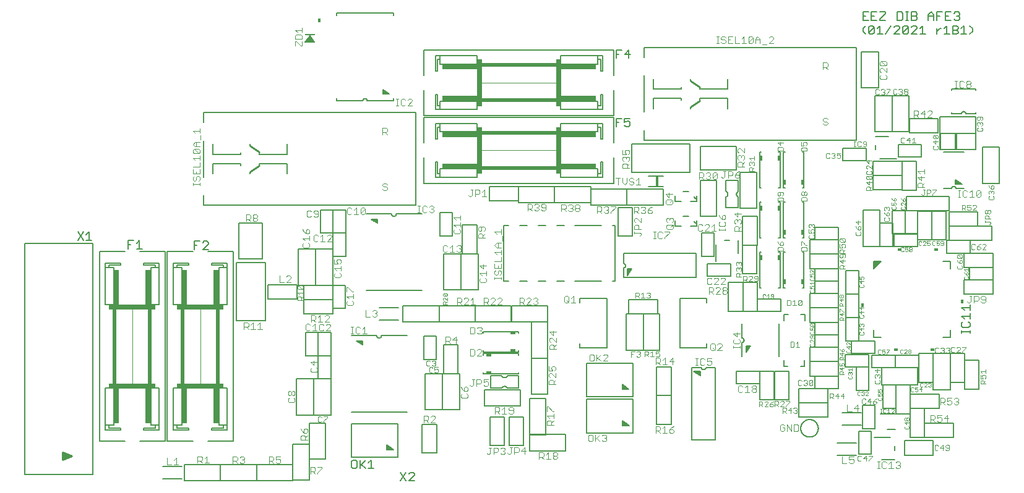
<source format=gto>
G75*
%MOIN*%
%OFA0B0*%
%FSLAX25Y25*%
%IPPOS*%
%LPD*%
%AMOC8*
5,1,8,0,0,1.08239X$1,22.5*
%
%ADD10C,0.00500*%
%ADD11C,0.00600*%
%ADD12C,0.01000*%
%ADD13C,0.00400*%
%ADD14C,0.00100*%
%ADD15R,0.05512X0.00787*%
%ADD16C,0.00300*%
%ADD17C,0.00200*%
%ADD18R,0.04500X0.02500*%
%ADD19R,0.16000X0.02500*%
%ADD20R,0.02000X0.40000*%
%ADD21R,0.03000X0.19000*%
%ADD22C,0.00800*%
%ADD23R,0.03000X0.01512*%
%ADD24R,0.02500X0.04500*%
%ADD25R,0.02500X0.16000*%
%ADD26R,0.40000X0.02000*%
%ADD27R,0.19000X0.03000*%
%ADD28R,0.01512X0.03000*%
%ADD29R,0.01756X0.05512*%
%ADD30R,0.01750X0.09000*%
%ADD31R,0.00600X0.09000*%
D10*
X0001300Y0035173D02*
X0037914Y0035173D01*
X0037914Y0159858D01*
X0037340Y0161584D02*
X0034337Y0161584D01*
X0035839Y0161584D02*
X0035839Y0166088D01*
X0034337Y0164586D01*
X0032736Y0166088D02*
X0029733Y0161584D01*
X0032736Y0161584D02*
X0029733Y0166088D01*
X0056799Y0161285D02*
X0056799Y0156781D01*
X0056799Y0159033D02*
X0058300Y0159033D01*
X0056799Y0161285D02*
X0059801Y0161285D01*
X0061403Y0159784D02*
X0062904Y0161285D01*
X0062904Y0156781D01*
X0061403Y0156781D02*
X0064405Y0156781D01*
X0092449Y0156481D02*
X0092449Y0160985D01*
X0095451Y0160985D01*
X0097053Y0160234D02*
X0097803Y0160985D01*
X0099305Y0160985D01*
X0100055Y0160234D01*
X0100055Y0159484D01*
X0097053Y0156481D01*
X0100055Y0156481D01*
X0093950Y0158733D02*
X0092449Y0158733D01*
X0115142Y0149423D02*
X0130756Y0149423D01*
X0130756Y0118139D01*
X0115142Y0118139D01*
X0115142Y0149423D01*
X0116610Y0151395D02*
X0129287Y0151395D01*
X0129287Y0170867D01*
X0116610Y0170867D01*
X0116610Y0151395D01*
X0132281Y0137551D02*
X0132281Y0129811D01*
X0147817Y0129811D01*
X0147817Y0137551D01*
X0132281Y0137551D01*
X0148579Y0137245D02*
X0157819Y0137245D01*
X0157819Y0156717D01*
X0148579Y0156717D01*
X0148579Y0137245D01*
X0151531Y0137251D02*
X0167067Y0137251D01*
X0167067Y0129511D01*
X0151531Y0129511D01*
X0151531Y0137251D01*
X0157829Y0137245D02*
X0167069Y0137245D01*
X0167069Y0156717D01*
X0157829Y0156717D01*
X0157829Y0137245D01*
X0167079Y0137230D02*
X0173819Y0137230D01*
X0173819Y0124632D01*
X0167079Y0124632D01*
X0167079Y0137230D01*
X0167067Y0129501D02*
X0151531Y0129501D01*
X0151531Y0121761D01*
X0167067Y0121761D01*
X0167067Y0129501D01*
X0192156Y0124974D02*
X0202542Y0124974D01*
X0204963Y0126051D02*
X0224435Y0126051D01*
X0224435Y0117311D01*
X0204963Y0117311D01*
X0204963Y0126051D01*
X0202542Y0118388D02*
X0192156Y0118388D01*
X0216279Y0109830D02*
X0223019Y0109830D01*
X0223019Y0097232D01*
X0216279Y0097232D01*
X0216279Y0109830D01*
X0226929Y0104999D02*
X0234669Y0104999D01*
X0234669Y0089463D01*
X0226929Y0089463D01*
X0226929Y0104999D01*
X0224413Y0117311D02*
X0224413Y0126051D01*
X0243885Y0126051D01*
X0243885Y0117311D01*
X0224413Y0117311D01*
X0243863Y0117311D02*
X0243863Y0126051D01*
X0263335Y0126051D01*
X0263335Y0117311D01*
X0243863Y0117311D01*
X0263363Y0117311D02*
X0263363Y0126051D01*
X0282835Y0126051D01*
X0282835Y0117311D01*
X0263363Y0117311D01*
X0274079Y0117317D02*
X0282819Y0117317D01*
X0282819Y0097845D01*
X0274079Y0097845D01*
X0274079Y0117317D01*
X0245419Y0134595D02*
X0236179Y0134595D01*
X0236179Y0154067D01*
X0245419Y0154067D01*
X0245419Y0134595D01*
X0236169Y0134595D02*
X0226929Y0134595D01*
X0226929Y0154067D01*
X0236169Y0154067D01*
X0236169Y0134595D01*
X0236979Y0154063D02*
X0236979Y0169599D01*
X0244719Y0169599D01*
X0244719Y0154063D01*
X0236979Y0154063D01*
X0231619Y0163832D02*
X0224879Y0163832D01*
X0224879Y0176430D01*
X0231619Y0176430D01*
X0231619Y0163832D01*
X0251581Y0182761D02*
X0251581Y0190501D01*
X0267117Y0190501D01*
X0267117Y0182761D01*
X0251581Y0182761D01*
X0267113Y0181761D02*
X0267113Y0190501D01*
X0286585Y0190501D01*
X0286585Y0181761D01*
X0267113Y0181761D01*
X0286613Y0181761D02*
X0286613Y0190501D01*
X0306085Y0190501D01*
X0306085Y0181761D01*
X0286613Y0181761D01*
X0306113Y0180361D02*
X0306113Y0189101D01*
X0325585Y0189101D01*
X0325585Y0180361D01*
X0306113Y0180361D01*
X0320879Y0179199D02*
X0328619Y0179199D01*
X0328619Y0163663D01*
X0320879Y0163663D01*
X0320879Y0179199D01*
X0325563Y0180361D02*
X0325563Y0189101D01*
X0345035Y0189101D01*
X0345035Y0180361D01*
X0325563Y0180361D01*
X0328107Y0197974D02*
X0328107Y0213588D01*
X0359391Y0213588D01*
X0359391Y0197974D01*
X0328107Y0197974D01*
X0365163Y0199393D02*
X0365163Y0212070D01*
X0384635Y0212070D01*
X0384635Y0199393D01*
X0365163Y0199393D01*
X0365129Y0193767D02*
X0373869Y0193767D01*
X0373869Y0174295D01*
X0365129Y0174295D01*
X0365129Y0193767D01*
X0386679Y0198117D02*
X0395419Y0198117D01*
X0395419Y0178645D01*
X0386679Y0178645D01*
X0386679Y0198117D01*
X0387979Y0174399D02*
X0395719Y0174399D01*
X0395719Y0158863D01*
X0387979Y0158863D01*
X0387979Y0174399D01*
X0372519Y0165380D02*
X0372519Y0152782D01*
X0365779Y0152782D01*
X0365779Y0165380D01*
X0372519Y0165380D01*
X0387929Y0158799D02*
X0395669Y0158799D01*
X0395669Y0143263D01*
X0387929Y0143263D01*
X0387929Y0158799D01*
X0381398Y0148751D02*
X0368800Y0148751D01*
X0368800Y0142011D01*
X0381398Y0142011D01*
X0381398Y0148751D01*
X0380329Y0138649D02*
X0388069Y0138649D01*
X0388069Y0123113D01*
X0380329Y0123113D01*
X0380329Y0138649D01*
X0388079Y0138649D02*
X0395819Y0138649D01*
X0395819Y0123113D01*
X0388079Y0123113D01*
X0388079Y0138649D01*
X0395850Y0129851D02*
X0408448Y0129851D01*
X0408448Y0123111D01*
X0395850Y0123111D01*
X0395850Y0129851D01*
X0424081Y0132701D02*
X0424081Y0124961D01*
X0439617Y0124961D01*
X0439617Y0132701D01*
X0424081Y0132701D01*
X0427000Y0132711D02*
X0427000Y0139451D01*
X0439598Y0139451D01*
X0439598Y0132711D01*
X0427000Y0132711D01*
X0427000Y0139461D02*
X0427000Y0146201D01*
X0439598Y0146201D01*
X0439598Y0139461D01*
X0427000Y0139461D01*
X0424081Y0146211D02*
X0424081Y0153951D01*
X0439617Y0153951D01*
X0439617Y0146211D01*
X0424081Y0146211D01*
X0424081Y0153961D02*
X0424081Y0161701D01*
X0439617Y0161701D01*
X0439617Y0153961D01*
X0424081Y0153961D01*
X0427000Y0161711D02*
X0427000Y0168451D01*
X0439598Y0168451D01*
X0439598Y0161711D01*
X0427000Y0161711D01*
X0452729Y0158245D02*
X0452729Y0177717D01*
X0461969Y0177717D01*
X0461969Y0158245D01*
X0452729Y0158245D01*
X0461979Y0158232D02*
X0468719Y0158232D01*
X0468719Y0170830D01*
X0461979Y0170830D01*
X0461979Y0158232D01*
X0469550Y0158161D02*
X0469550Y0164901D01*
X0482148Y0164901D01*
X0482148Y0158161D01*
X0469550Y0158161D01*
X0468679Y0164932D02*
X0475419Y0164932D01*
X0475419Y0177530D01*
X0468679Y0177530D01*
X0468679Y0164932D01*
X0475379Y0164932D02*
X0482119Y0164932D01*
X0482119Y0177530D01*
X0475379Y0177530D01*
X0475379Y0164932D01*
X0482129Y0161613D02*
X0489869Y0161613D01*
X0489869Y0177149D01*
X0482129Y0177149D01*
X0482129Y0161613D01*
X0489829Y0161613D02*
X0497569Y0161613D01*
X0497569Y0177149D01*
X0489829Y0177149D01*
X0489829Y0161613D01*
X0497950Y0161301D02*
X0510548Y0161301D01*
X0510548Y0154561D01*
X0497950Y0154561D01*
X0497950Y0161301D01*
X0499141Y0161311D02*
X0499141Y0169051D01*
X0522157Y0169051D01*
X0522157Y0161311D01*
X0499141Y0161311D01*
X0499131Y0169111D02*
X0499131Y0176851D01*
X0514667Y0176851D01*
X0514667Y0169111D01*
X0499131Y0169111D01*
X0499257Y0177511D02*
X0476241Y0177511D01*
X0476241Y0185251D01*
X0499257Y0185251D01*
X0499257Y0177511D01*
X0481619Y0188563D02*
X0473879Y0188563D01*
X0473879Y0204099D01*
X0481619Y0204099D01*
X0481619Y0188563D01*
X0473767Y0188711D02*
X0473767Y0196451D01*
X0458231Y0196451D01*
X0458231Y0188711D01*
X0473767Y0188711D01*
X0473767Y0196461D02*
X0458231Y0196461D01*
X0458231Y0204201D01*
X0473767Y0204201D01*
X0473767Y0196461D01*
X0471700Y0206461D02*
X0471700Y0213201D01*
X0484298Y0213201D01*
X0484298Y0206461D01*
X0471700Y0206461D01*
X0454598Y0204461D02*
X0454598Y0211201D01*
X0442000Y0211201D01*
X0442000Y0204461D01*
X0454598Y0204461D01*
X0459179Y0219995D02*
X0468419Y0219995D01*
X0468419Y0239467D01*
X0459179Y0239467D01*
X0459179Y0219995D01*
X0468379Y0219995D02*
X0477619Y0219995D01*
X0477619Y0239467D01*
X0468379Y0239467D01*
X0468379Y0219995D01*
X0477731Y0219261D02*
X0477731Y0227001D01*
X0493267Y0227001D01*
X0493267Y0219261D01*
X0477731Y0219261D01*
X0494163Y0219011D02*
X0494163Y0228251D01*
X0513635Y0228251D01*
X0513635Y0219011D01*
X0494163Y0219011D01*
X0494163Y0219001D02*
X0494163Y0210261D01*
X0513635Y0210261D01*
X0513635Y0219001D01*
X0494163Y0219001D01*
X0517029Y0211667D02*
X0526269Y0211667D01*
X0526269Y0192195D01*
X0517029Y0192195D01*
X0517029Y0211667D01*
X0461119Y0243595D02*
X0451879Y0243595D01*
X0451879Y0263067D01*
X0461119Y0263067D01*
X0461119Y0243595D01*
X0460372Y0272631D02*
X0463375Y0272631D01*
X0461873Y0272631D02*
X0461873Y0277135D01*
X0460372Y0275634D01*
X0458771Y0276384D02*
X0455768Y0273382D01*
X0456519Y0272631D01*
X0458020Y0272631D01*
X0458771Y0273382D01*
X0458771Y0276384D01*
X0458020Y0277135D01*
X0456519Y0277135D01*
X0455768Y0276384D01*
X0455768Y0273382D01*
X0454200Y0272631D02*
X0452699Y0274132D01*
X0452699Y0275634D01*
X0454200Y0277135D01*
X0452699Y0280131D02*
X0455701Y0280131D01*
X0457303Y0280131D02*
X0460305Y0280131D01*
X0461907Y0280131D02*
X0464909Y0280131D01*
X0461907Y0280131D02*
X0461907Y0280882D01*
X0464909Y0283884D01*
X0464909Y0284635D01*
X0461907Y0284635D01*
X0460305Y0284635D02*
X0457303Y0284635D01*
X0457303Y0280131D01*
X0457303Y0282383D02*
X0458804Y0282383D01*
X0455701Y0284635D02*
X0452699Y0284635D01*
X0452699Y0280131D01*
X0452699Y0282383D02*
X0454200Y0282383D01*
X0464976Y0272631D02*
X0467979Y0277135D01*
X0469580Y0276384D02*
X0470331Y0277135D01*
X0471832Y0277135D01*
X0472582Y0276384D01*
X0472582Y0275634D01*
X0469580Y0272631D01*
X0472582Y0272631D01*
X0474184Y0273382D02*
X0477186Y0276384D01*
X0477186Y0273382D01*
X0476436Y0272631D01*
X0474934Y0272631D01*
X0474184Y0273382D01*
X0474184Y0276384D01*
X0474934Y0277135D01*
X0476436Y0277135D01*
X0477186Y0276384D01*
X0478788Y0276384D02*
X0479538Y0277135D01*
X0481040Y0277135D01*
X0481790Y0276384D01*
X0481790Y0275634D01*
X0478788Y0272631D01*
X0481790Y0272631D01*
X0483392Y0272631D02*
X0486394Y0272631D01*
X0484893Y0272631D02*
X0484893Y0277135D01*
X0483392Y0275634D01*
X0481040Y0280131D02*
X0478788Y0280131D01*
X0478788Y0284635D01*
X0481040Y0284635D01*
X0481790Y0283884D01*
X0481790Y0283134D01*
X0481040Y0282383D01*
X0478788Y0282383D01*
X0481040Y0282383D02*
X0481790Y0281632D01*
X0481790Y0280882D01*
X0481040Y0280131D01*
X0477220Y0280131D02*
X0475718Y0280131D01*
X0476469Y0280131D02*
X0476469Y0284635D01*
X0475718Y0284635D02*
X0477220Y0284635D01*
X0474117Y0283884D02*
X0474117Y0280882D01*
X0473366Y0280131D01*
X0471115Y0280131D01*
X0471115Y0284635D01*
X0473366Y0284635D01*
X0474117Y0283884D01*
X0487996Y0283134D02*
X0487996Y0280131D01*
X0487996Y0282383D02*
X0490998Y0282383D01*
X0490998Y0283134D02*
X0490998Y0280131D01*
X0492599Y0280131D02*
X0492599Y0284635D01*
X0495602Y0284635D01*
X0497203Y0284635D02*
X0497203Y0280131D01*
X0500206Y0280131D01*
X0501807Y0280882D02*
X0502558Y0280131D01*
X0504059Y0280131D01*
X0504810Y0280882D01*
X0504810Y0281632D01*
X0504059Y0282383D01*
X0503309Y0282383D01*
X0504059Y0282383D02*
X0504810Y0283134D01*
X0504810Y0283884D01*
X0504059Y0284635D01*
X0502558Y0284635D01*
X0501807Y0283884D01*
X0500206Y0284635D02*
X0497203Y0284635D01*
X0497203Y0282383D02*
X0498705Y0282383D01*
X0494101Y0282383D02*
X0492599Y0282383D01*
X0490998Y0283134D02*
X0489497Y0284635D01*
X0487996Y0283134D01*
X0496436Y0275634D02*
X0497937Y0277135D01*
X0497937Y0272631D01*
X0496436Y0272631D02*
X0499439Y0272631D01*
X0501040Y0272631D02*
X0503292Y0272631D01*
X0504043Y0273382D01*
X0504043Y0274132D01*
X0503292Y0274883D01*
X0501040Y0274883D01*
X0501040Y0272631D02*
X0501040Y0277135D01*
X0503292Y0277135D01*
X0504043Y0276384D01*
X0504043Y0275634D01*
X0503292Y0274883D01*
X0505644Y0275634D02*
X0507145Y0277135D01*
X0507145Y0272631D01*
X0505644Y0272631D02*
X0508647Y0272631D01*
X0510248Y0272631D02*
X0511749Y0274132D01*
X0511749Y0275634D01*
X0510248Y0277135D01*
X0494851Y0275634D02*
X0494101Y0275634D01*
X0492599Y0274132D01*
X0492599Y0272631D02*
X0492599Y0275634D01*
X0327405Y0261883D02*
X0324403Y0261883D01*
X0326655Y0264135D01*
X0326655Y0259631D01*
X0321300Y0261883D02*
X0319799Y0261883D01*
X0319799Y0259631D02*
X0319799Y0264135D01*
X0322801Y0264135D01*
X0322751Y0227185D02*
X0319749Y0227185D01*
X0319749Y0222681D01*
X0319749Y0224933D02*
X0321250Y0224933D01*
X0324353Y0224933D02*
X0325854Y0225684D01*
X0326605Y0225684D01*
X0327355Y0224933D01*
X0327355Y0223432D01*
X0326605Y0222681D01*
X0325103Y0222681D01*
X0324353Y0223432D01*
X0324353Y0224933D02*
X0324353Y0227185D01*
X0327355Y0227185D01*
X0174069Y0177880D02*
X0174069Y0165282D01*
X0167329Y0165282D01*
X0167329Y0177880D01*
X0174069Y0177880D01*
X0167319Y0177880D02*
X0160579Y0177880D01*
X0160579Y0165282D01*
X0167319Y0165282D01*
X0167319Y0177880D01*
X0167329Y0165280D02*
X0174069Y0165280D01*
X0174069Y0152682D01*
X0167329Y0152682D01*
X0167329Y0165280D01*
X0166069Y0111830D02*
X0159329Y0111830D01*
X0159329Y0099232D01*
X0166069Y0099232D01*
X0166069Y0111830D01*
X0159319Y0111830D02*
X0152579Y0111830D01*
X0152579Y0099232D01*
X0159319Y0099232D01*
X0159319Y0111830D01*
X0159329Y0099230D02*
X0166069Y0099230D01*
X0166069Y0086632D01*
X0159329Y0086632D01*
X0159329Y0099230D01*
X0156829Y0086617D02*
X0166069Y0086617D01*
X0166069Y0067145D01*
X0156829Y0067145D01*
X0156829Y0086617D01*
X0156819Y0086617D02*
X0147579Y0086617D01*
X0147579Y0067145D01*
X0156819Y0067145D01*
X0156819Y0086617D01*
X0154429Y0062767D02*
X0163169Y0062767D01*
X0163169Y0043295D01*
X0154429Y0043295D01*
X0154429Y0062767D01*
X0154369Y0051417D02*
X0145629Y0051417D01*
X0145629Y0031945D01*
X0154369Y0031945D01*
X0154369Y0051417D01*
X0145635Y0040451D02*
X0145635Y0031711D01*
X0126163Y0031711D01*
X0126163Y0040451D01*
X0145635Y0040451D01*
X0126135Y0040451D02*
X0126135Y0031711D01*
X0106663Y0031711D01*
X0106663Y0040451D01*
X0126135Y0040451D01*
X0106685Y0040451D02*
X0106685Y0031711D01*
X0087213Y0031711D01*
X0087213Y0040451D01*
X0106685Y0040451D01*
X0085792Y0039374D02*
X0075406Y0039374D01*
X0075406Y0032788D02*
X0085792Y0032788D01*
X0177149Y0039032D02*
X0177899Y0038281D01*
X0179401Y0038281D01*
X0180151Y0039032D01*
X0180151Y0042034D01*
X0179401Y0042785D01*
X0177899Y0042785D01*
X0177149Y0042034D01*
X0177149Y0039032D01*
X0181753Y0039782D02*
X0184755Y0042785D01*
X0186357Y0041284D02*
X0187858Y0042785D01*
X0187858Y0038281D01*
X0186357Y0038281D02*
X0189359Y0038281D01*
X0184755Y0038281D02*
X0182503Y0040533D01*
X0181753Y0042785D02*
X0181753Y0038281D01*
X0203663Y0036181D02*
X0206665Y0031678D01*
X0208267Y0031678D02*
X0211269Y0034680D01*
X0211269Y0035431D01*
X0210518Y0036181D01*
X0209017Y0036181D01*
X0208267Y0035431D01*
X0206665Y0036181D02*
X0203663Y0031678D01*
X0208267Y0031678D02*
X0211269Y0031678D01*
X0215329Y0046613D02*
X0223069Y0046613D01*
X0223069Y0062149D01*
X0215329Y0062149D01*
X0215329Y0046613D01*
X0251729Y0050613D02*
X0251729Y0066149D01*
X0259469Y0066149D01*
X0259469Y0050613D01*
X0251729Y0050613D01*
X0262229Y0050713D02*
X0269969Y0050713D01*
X0269969Y0066249D01*
X0262229Y0066249D01*
X0262229Y0050713D01*
X0273063Y0047861D02*
X0273063Y0056601D01*
X0292535Y0056601D01*
X0292535Y0047861D01*
X0273063Y0047861D01*
X0273029Y0056495D02*
X0281769Y0056495D01*
X0281769Y0075967D01*
X0273029Y0075967D01*
X0273029Y0056495D01*
X0268235Y0072011D02*
X0248763Y0072011D01*
X0248763Y0080751D01*
X0268235Y0080751D01*
X0268235Y0072011D01*
X0274079Y0078295D02*
X0282819Y0078295D01*
X0282819Y0097767D01*
X0274079Y0097767D01*
X0274079Y0078295D01*
X0235419Y0069945D02*
X0226179Y0069945D01*
X0226179Y0089417D01*
X0235419Y0089417D01*
X0235419Y0069945D01*
X0226169Y0069945D02*
X0216929Y0069945D01*
X0216929Y0089417D01*
X0226169Y0089417D01*
X0226169Y0069945D01*
X0325329Y0102245D02*
X0334569Y0102245D01*
X0334569Y0121717D01*
X0325329Y0121717D01*
X0325329Y0102245D01*
X0334529Y0102245D02*
X0343269Y0102245D01*
X0343269Y0121717D01*
X0334529Y0121717D01*
X0334529Y0102245D01*
X0341679Y0093199D02*
X0349419Y0093199D01*
X0349419Y0077663D01*
X0341679Y0077663D01*
X0341679Y0093199D01*
X0341679Y0077649D02*
X0349419Y0077649D01*
X0349419Y0062113D01*
X0341679Y0062113D01*
X0341679Y0077649D01*
X0384650Y0084011D02*
X0384650Y0090751D01*
X0397248Y0090751D01*
X0397248Y0084011D01*
X0384650Y0084011D01*
X0397279Y0090799D02*
X0397279Y0075263D01*
X0405019Y0075263D01*
X0405019Y0090799D01*
X0397279Y0090799D01*
X0405029Y0090799D02*
X0412769Y0090799D01*
X0412769Y0075263D01*
X0405029Y0075263D01*
X0405029Y0090799D01*
X0418331Y0081451D02*
X0418331Y0073711D01*
X0433867Y0073711D01*
X0433867Y0081451D01*
X0418331Y0081451D01*
X0427000Y0081461D02*
X0427000Y0088201D01*
X0439598Y0088201D01*
X0439598Y0081461D01*
X0427000Y0081461D01*
X0433867Y0073751D02*
X0418331Y0073751D01*
X0418331Y0066011D01*
X0433867Y0066011D01*
X0433867Y0073751D01*
X0441406Y0068324D02*
X0451792Y0068324D01*
X0452579Y0072380D02*
X0459319Y0072380D01*
X0459319Y0059782D01*
X0452579Y0059782D01*
X0452579Y0072380D01*
X0463679Y0070882D02*
X0463679Y0083480D01*
X0470419Y0083480D01*
X0470419Y0070882D01*
X0463679Y0070882D01*
X0470429Y0067813D02*
X0478169Y0067813D01*
X0478169Y0083349D01*
X0470429Y0083349D01*
X0470429Y0067813D01*
X0478179Y0070649D02*
X0485919Y0070649D01*
X0485919Y0055113D01*
X0478179Y0055113D01*
X0478179Y0070649D01*
X0478181Y0070661D02*
X0478181Y0078401D01*
X0493717Y0078401D01*
X0493717Y0070661D01*
X0478181Y0070661D01*
X0485931Y0062851D02*
X0501467Y0062851D01*
X0501467Y0055111D01*
X0485931Y0055111D01*
X0485931Y0062851D01*
X0490667Y0053301D02*
X0475131Y0053301D01*
X0475131Y0045561D01*
X0490667Y0045561D01*
X0490667Y0053301D01*
X0457269Y0058530D02*
X0457269Y0045932D01*
X0450529Y0045932D01*
X0450529Y0058530D01*
X0457269Y0058530D01*
X0451792Y0061738D02*
X0441406Y0061738D01*
X0419275Y0060031D02*
X0419277Y0060168D01*
X0419283Y0060306D01*
X0419293Y0060443D01*
X0419307Y0060579D01*
X0419325Y0060716D01*
X0419347Y0060851D01*
X0419373Y0060986D01*
X0419402Y0061120D01*
X0419436Y0061254D01*
X0419473Y0061386D01*
X0419515Y0061517D01*
X0419560Y0061647D01*
X0419609Y0061775D01*
X0419661Y0061902D01*
X0419718Y0062027D01*
X0419777Y0062151D01*
X0419841Y0062273D01*
X0419908Y0062393D01*
X0419978Y0062511D01*
X0420052Y0062627D01*
X0420129Y0062741D01*
X0420210Y0062852D01*
X0420293Y0062961D01*
X0420380Y0063068D01*
X0420470Y0063171D01*
X0420563Y0063273D01*
X0420659Y0063371D01*
X0420757Y0063467D01*
X0420859Y0063560D01*
X0420962Y0063650D01*
X0421069Y0063737D01*
X0421178Y0063820D01*
X0421289Y0063901D01*
X0421403Y0063978D01*
X0421519Y0064052D01*
X0421637Y0064122D01*
X0421757Y0064189D01*
X0421879Y0064253D01*
X0422003Y0064312D01*
X0422128Y0064369D01*
X0422255Y0064421D01*
X0422383Y0064470D01*
X0422513Y0064515D01*
X0422644Y0064557D01*
X0422776Y0064594D01*
X0422910Y0064628D01*
X0423044Y0064657D01*
X0423179Y0064683D01*
X0423314Y0064705D01*
X0423451Y0064723D01*
X0423587Y0064737D01*
X0423724Y0064747D01*
X0423862Y0064753D01*
X0423999Y0064755D01*
X0424136Y0064753D01*
X0424274Y0064747D01*
X0424411Y0064737D01*
X0424547Y0064723D01*
X0424684Y0064705D01*
X0424819Y0064683D01*
X0424954Y0064657D01*
X0425088Y0064628D01*
X0425222Y0064594D01*
X0425354Y0064557D01*
X0425485Y0064515D01*
X0425615Y0064470D01*
X0425743Y0064421D01*
X0425870Y0064369D01*
X0425995Y0064312D01*
X0426119Y0064253D01*
X0426241Y0064189D01*
X0426361Y0064122D01*
X0426479Y0064052D01*
X0426595Y0063978D01*
X0426709Y0063901D01*
X0426820Y0063820D01*
X0426929Y0063737D01*
X0427036Y0063650D01*
X0427139Y0063560D01*
X0427241Y0063467D01*
X0427339Y0063371D01*
X0427435Y0063273D01*
X0427528Y0063171D01*
X0427618Y0063068D01*
X0427705Y0062961D01*
X0427788Y0062852D01*
X0427869Y0062741D01*
X0427946Y0062627D01*
X0428020Y0062511D01*
X0428090Y0062393D01*
X0428157Y0062273D01*
X0428221Y0062151D01*
X0428280Y0062027D01*
X0428337Y0061902D01*
X0428389Y0061775D01*
X0428438Y0061647D01*
X0428483Y0061517D01*
X0428525Y0061386D01*
X0428562Y0061254D01*
X0428596Y0061120D01*
X0428625Y0060986D01*
X0428651Y0060851D01*
X0428673Y0060716D01*
X0428691Y0060579D01*
X0428705Y0060443D01*
X0428715Y0060306D01*
X0428721Y0060168D01*
X0428723Y0060031D01*
X0428721Y0059894D01*
X0428715Y0059756D01*
X0428705Y0059619D01*
X0428691Y0059483D01*
X0428673Y0059346D01*
X0428651Y0059211D01*
X0428625Y0059076D01*
X0428596Y0058942D01*
X0428562Y0058808D01*
X0428525Y0058676D01*
X0428483Y0058545D01*
X0428438Y0058415D01*
X0428389Y0058287D01*
X0428337Y0058160D01*
X0428280Y0058035D01*
X0428221Y0057911D01*
X0428157Y0057789D01*
X0428090Y0057669D01*
X0428020Y0057551D01*
X0427946Y0057435D01*
X0427869Y0057321D01*
X0427788Y0057210D01*
X0427705Y0057101D01*
X0427618Y0056994D01*
X0427528Y0056891D01*
X0427435Y0056789D01*
X0427339Y0056691D01*
X0427241Y0056595D01*
X0427139Y0056502D01*
X0427036Y0056412D01*
X0426929Y0056325D01*
X0426820Y0056242D01*
X0426709Y0056161D01*
X0426595Y0056084D01*
X0426479Y0056010D01*
X0426361Y0055940D01*
X0426241Y0055873D01*
X0426119Y0055809D01*
X0425995Y0055750D01*
X0425870Y0055693D01*
X0425743Y0055641D01*
X0425615Y0055592D01*
X0425485Y0055547D01*
X0425354Y0055505D01*
X0425222Y0055468D01*
X0425088Y0055434D01*
X0424954Y0055405D01*
X0424819Y0055379D01*
X0424684Y0055357D01*
X0424547Y0055339D01*
X0424411Y0055325D01*
X0424274Y0055315D01*
X0424136Y0055309D01*
X0423999Y0055307D01*
X0423862Y0055309D01*
X0423724Y0055315D01*
X0423587Y0055325D01*
X0423451Y0055339D01*
X0423314Y0055357D01*
X0423179Y0055379D01*
X0423044Y0055405D01*
X0422910Y0055434D01*
X0422776Y0055468D01*
X0422644Y0055505D01*
X0422513Y0055547D01*
X0422383Y0055592D01*
X0422255Y0055641D01*
X0422128Y0055693D01*
X0422003Y0055750D01*
X0421879Y0055809D01*
X0421757Y0055873D01*
X0421637Y0055940D01*
X0421519Y0056010D01*
X0421403Y0056084D01*
X0421289Y0056161D01*
X0421178Y0056242D01*
X0421069Y0056325D01*
X0420962Y0056412D01*
X0420859Y0056502D01*
X0420757Y0056595D01*
X0420659Y0056691D01*
X0420563Y0056789D01*
X0420470Y0056891D01*
X0420380Y0056994D01*
X0420293Y0057101D01*
X0420210Y0057210D01*
X0420129Y0057321D01*
X0420052Y0057435D01*
X0419978Y0057551D01*
X0419908Y0057669D01*
X0419841Y0057789D01*
X0419777Y0057911D01*
X0419718Y0058035D01*
X0419661Y0058160D01*
X0419609Y0058287D01*
X0419560Y0058415D01*
X0419515Y0058545D01*
X0419473Y0058676D01*
X0419436Y0058808D01*
X0419402Y0058942D01*
X0419373Y0059076D01*
X0419347Y0059211D01*
X0419325Y0059346D01*
X0419307Y0059483D01*
X0419293Y0059619D01*
X0419283Y0059756D01*
X0419277Y0059894D01*
X0419275Y0060031D01*
X0438956Y0052174D02*
X0449342Y0052174D01*
X0449342Y0045588D02*
X0438956Y0045588D01*
X0449129Y0080382D02*
X0455869Y0080382D01*
X0455869Y0092980D01*
X0449129Y0092980D01*
X0449129Y0080382D01*
X0462763Y0083511D02*
X0462763Y0092751D01*
X0482235Y0092751D01*
X0482235Y0083511D01*
X0462763Y0083511D01*
X0457600Y0092761D02*
X0457600Y0099501D01*
X0470198Y0099501D01*
X0470198Y0092761D01*
X0457600Y0092761D01*
X0455848Y0093011D02*
X0443250Y0093011D01*
X0443250Y0099751D01*
X0455848Y0099751D01*
X0455848Y0093011D01*
X0459248Y0100361D02*
X0446650Y0100361D01*
X0446650Y0107101D01*
X0459248Y0107101D01*
X0459248Y0100361D01*
X0470200Y0099501D02*
X0470200Y0092761D01*
X0482798Y0092761D01*
X0482798Y0099501D01*
X0470200Y0099501D01*
X0482829Y0100399D02*
X0490569Y0100399D01*
X0490569Y0084863D01*
X0482829Y0084863D01*
X0482829Y0100399D01*
X0490579Y0100367D02*
X0499819Y0100367D01*
X0499819Y0080895D01*
X0490579Y0080895D01*
X0490579Y0100367D01*
X0499829Y0100399D02*
X0507569Y0100399D01*
X0507569Y0084863D01*
X0499829Y0084863D01*
X0499829Y0100399D01*
X0507579Y0096649D02*
X0515319Y0096649D01*
X0515319Y0081113D01*
X0507579Y0081113D01*
X0507579Y0096649D01*
X0505895Y0111331D02*
X0505895Y0112832D01*
X0505895Y0112082D02*
X0510399Y0112082D01*
X0510399Y0112832D02*
X0510399Y0111331D01*
X0509648Y0114400D02*
X0506646Y0114400D01*
X0505895Y0115151D01*
X0505895Y0116652D01*
X0506646Y0117403D01*
X0507396Y0119004D02*
X0505895Y0120506D01*
X0510399Y0120506D01*
X0510399Y0122007D02*
X0510399Y0119004D01*
X0509648Y0117403D02*
X0510399Y0116652D01*
X0510399Y0115151D01*
X0509648Y0114400D01*
X0510399Y0123608D02*
X0510399Y0126611D01*
X0510399Y0125110D02*
X0505895Y0125110D01*
X0507396Y0123608D01*
X0507181Y0132261D02*
X0507181Y0140001D01*
X0522717Y0140001D01*
X0522717Y0132261D01*
X0507181Y0132261D01*
X0510100Y0140061D02*
X0510100Y0146801D01*
X0522698Y0146801D01*
X0522698Y0140061D01*
X0510100Y0140061D01*
X0507181Y0146811D02*
X0507181Y0154551D01*
X0522717Y0154551D01*
X0522717Y0146811D01*
X0507181Y0146811D01*
X0450369Y0144930D02*
X0450369Y0132332D01*
X0443629Y0132332D01*
X0443629Y0144930D01*
X0450369Y0144930D01*
X0450369Y0132330D02*
X0443629Y0132330D01*
X0443629Y0119732D01*
X0450369Y0119732D01*
X0450369Y0132330D01*
X0439617Y0124951D02*
X0439617Y0117211D01*
X0424081Y0117211D01*
X0424081Y0124951D01*
X0439617Y0124951D01*
X0443629Y0119730D02*
X0450369Y0119730D01*
X0450369Y0107132D01*
X0443629Y0107132D01*
X0443629Y0119730D01*
X0439598Y0117201D02*
X0439598Y0110461D01*
X0427000Y0110461D01*
X0427000Y0117201D01*
X0439598Y0117201D01*
X0439598Y0110451D02*
X0427000Y0110451D01*
X0427000Y0103711D01*
X0439598Y0103711D01*
X0439598Y0110451D01*
X0439617Y0103701D02*
X0424081Y0103701D01*
X0424081Y0095961D01*
X0439617Y0095961D01*
X0439617Y0103701D01*
X0439617Y0095951D02*
X0424081Y0095951D01*
X0424081Y0088211D01*
X0439617Y0088211D01*
X0439617Y0095951D01*
X0342167Y0121811D02*
X0326631Y0121811D01*
X0326631Y0129551D01*
X0342167Y0129551D01*
X0342167Y0121811D01*
D11*
X0354049Y0129931D02*
X0354049Y0103531D01*
X0368649Y0103531D01*
X0368649Y0105731D01*
X0387499Y0106381D02*
X0387499Y0098781D01*
X0389749Y0101081D02*
X0392249Y0104581D01*
X0389749Y0104581D01*
X0389749Y0101081D01*
X0389749Y0101291D02*
X0389898Y0101291D01*
X0389749Y0101889D02*
X0390326Y0101889D01*
X0390753Y0102488D02*
X0389749Y0102488D01*
X0389749Y0103086D02*
X0391181Y0103086D01*
X0391608Y0103685D02*
X0389749Y0103685D01*
X0389749Y0104283D02*
X0392036Y0104283D01*
X0387499Y0106381D02*
X0387568Y0106383D01*
X0387636Y0106389D01*
X0387704Y0106399D01*
X0387771Y0106412D01*
X0387837Y0106430D01*
X0387902Y0106451D01*
X0387966Y0106476D01*
X0388028Y0106504D01*
X0388089Y0106536D01*
X0388148Y0106571D01*
X0388204Y0106610D01*
X0388259Y0106652D01*
X0388310Y0106697D01*
X0388360Y0106745D01*
X0388406Y0106795D01*
X0388449Y0106848D01*
X0388490Y0106904D01*
X0388527Y0106961D01*
X0388560Y0107021D01*
X0388591Y0107083D01*
X0388617Y0107146D01*
X0388640Y0107210D01*
X0388660Y0107276D01*
X0388675Y0107343D01*
X0388687Y0107410D01*
X0388695Y0107478D01*
X0388699Y0107547D01*
X0388699Y0107615D01*
X0388695Y0107684D01*
X0388687Y0107752D01*
X0388675Y0107819D01*
X0388660Y0107886D01*
X0388640Y0107952D01*
X0388617Y0108016D01*
X0388591Y0108079D01*
X0388560Y0108141D01*
X0388527Y0108201D01*
X0388490Y0108258D01*
X0388449Y0108314D01*
X0388406Y0108367D01*
X0388360Y0108417D01*
X0388310Y0108465D01*
X0388259Y0108510D01*
X0388204Y0108552D01*
X0388148Y0108591D01*
X0388089Y0108626D01*
X0388028Y0108658D01*
X0387966Y0108686D01*
X0387902Y0108711D01*
X0387837Y0108732D01*
X0387771Y0108750D01*
X0387704Y0108763D01*
X0387636Y0108773D01*
X0387568Y0108779D01*
X0387499Y0108781D01*
X0387499Y0116381D01*
X0407499Y0116381D02*
X0407499Y0098781D01*
X0410149Y0096631D02*
X0410149Y0093431D01*
X0412349Y0093431D01*
X0419149Y0093431D02*
X0421349Y0093431D01*
X0421349Y0096631D01*
X0421449Y0118081D02*
X0421449Y0121281D01*
X0419249Y0121281D01*
X0412449Y0121281D02*
X0410249Y0121281D01*
X0410249Y0118081D01*
X0409887Y0135881D02*
X0410699Y0135881D01*
X0409887Y0135881D02*
X0409887Y0155081D01*
X0410699Y0155081D01*
X0408161Y0155081D02*
X0407349Y0155081D01*
X0408161Y0155081D02*
X0408161Y0135881D01*
X0407349Y0135881D01*
X0397949Y0135881D02*
X0397137Y0135881D01*
X0397137Y0155081D01*
X0397949Y0155081D01*
X0397949Y0162781D02*
X0397137Y0162781D01*
X0397137Y0181981D01*
X0397949Y0181981D01*
X0407349Y0181981D02*
X0408161Y0181981D01*
X0408161Y0162781D01*
X0407349Y0162781D01*
X0409887Y0162781D02*
X0410699Y0162781D01*
X0409887Y0162781D02*
X0409887Y0181981D01*
X0410699Y0181981D01*
X0420099Y0181981D02*
X0420911Y0181981D01*
X0420911Y0162781D01*
X0420099Y0162781D01*
X0420099Y0155081D02*
X0420911Y0155081D01*
X0420911Y0135881D01*
X0420099Y0135881D01*
X0385649Y0154531D02*
X0385649Y0161331D01*
X0380949Y0161331D02*
X0378349Y0161331D01*
X0373649Y0159131D02*
X0373649Y0150231D01*
X0362699Y0154281D02*
X0323699Y0154281D01*
X0323699Y0149031D01*
X0323768Y0149029D01*
X0323836Y0149023D01*
X0323904Y0149013D01*
X0323971Y0149000D01*
X0324037Y0148982D01*
X0324102Y0148961D01*
X0324166Y0148936D01*
X0324228Y0148908D01*
X0324289Y0148876D01*
X0324348Y0148841D01*
X0324404Y0148802D01*
X0324459Y0148760D01*
X0324510Y0148715D01*
X0324560Y0148667D01*
X0324606Y0148617D01*
X0324649Y0148564D01*
X0324690Y0148508D01*
X0324727Y0148451D01*
X0324760Y0148391D01*
X0324791Y0148329D01*
X0324817Y0148266D01*
X0324840Y0148202D01*
X0324860Y0148136D01*
X0324875Y0148069D01*
X0324887Y0148002D01*
X0324895Y0147934D01*
X0324899Y0147865D01*
X0324899Y0147797D01*
X0324895Y0147728D01*
X0324887Y0147660D01*
X0324875Y0147593D01*
X0324860Y0147526D01*
X0324840Y0147460D01*
X0324817Y0147396D01*
X0324791Y0147333D01*
X0324760Y0147271D01*
X0324727Y0147211D01*
X0324690Y0147154D01*
X0324649Y0147098D01*
X0324606Y0147045D01*
X0324560Y0146995D01*
X0324510Y0146947D01*
X0324459Y0146902D01*
X0324404Y0146860D01*
X0324348Y0146821D01*
X0324289Y0146786D01*
X0324228Y0146754D01*
X0324166Y0146726D01*
X0324102Y0146701D01*
X0324037Y0146680D01*
X0323971Y0146662D01*
X0323904Y0146649D01*
X0323836Y0146639D01*
X0323768Y0146633D01*
X0323699Y0146631D01*
X0323699Y0141381D01*
X0362699Y0141381D01*
X0362699Y0154281D01*
X0363199Y0168981D02*
X0359699Y0168981D01*
X0363199Y0168981D02*
X0363199Y0170581D01*
X0363199Y0172181D01*
X0361998Y0171881D02*
X0361994Y0171813D01*
X0361995Y0171744D01*
X0361999Y0171676D01*
X0362007Y0171608D01*
X0362018Y0171540D01*
X0362034Y0171473D01*
X0362054Y0171407D01*
X0362077Y0171343D01*
X0362104Y0171280D01*
X0362134Y0171218D01*
X0362168Y0171159D01*
X0362205Y0171101D01*
X0362246Y0171046D01*
X0362289Y0170993D01*
X0362336Y0170942D01*
X0362385Y0170895D01*
X0362437Y0170850D01*
X0362492Y0170808D01*
X0362548Y0170769D01*
X0362607Y0170734D01*
X0362668Y0170702D01*
X0362730Y0170674D01*
X0362795Y0170649D01*
X0362860Y0170628D01*
X0362926Y0170611D01*
X0362994Y0170598D01*
X0363061Y0170588D01*
X0363130Y0170583D01*
X0363198Y0170581D01*
X0358899Y0174581D02*
X0355699Y0174581D01*
X0351399Y0172181D02*
X0351399Y0168981D01*
X0354899Y0168981D01*
X0354899Y0182281D02*
X0351399Y0182281D01*
X0351399Y0185481D01*
X0355699Y0187881D02*
X0358899Y0187881D01*
X0363199Y0185481D02*
X0363199Y0183881D01*
X0363199Y0182281D01*
X0359699Y0182281D01*
X0361998Y0185181D02*
X0361994Y0185113D01*
X0361995Y0185044D01*
X0361999Y0184976D01*
X0362007Y0184908D01*
X0362018Y0184840D01*
X0362034Y0184773D01*
X0362054Y0184707D01*
X0362077Y0184643D01*
X0362104Y0184580D01*
X0362134Y0184518D01*
X0362168Y0184459D01*
X0362205Y0184401D01*
X0362246Y0184346D01*
X0362289Y0184293D01*
X0362336Y0184242D01*
X0362385Y0184195D01*
X0362437Y0184150D01*
X0362492Y0184108D01*
X0362548Y0184069D01*
X0362607Y0184034D01*
X0362668Y0184002D01*
X0362730Y0183974D01*
X0362795Y0183949D01*
X0362860Y0183928D01*
X0362926Y0183911D01*
X0362994Y0183898D01*
X0363061Y0183888D01*
X0363130Y0183883D01*
X0363198Y0183881D01*
X0345036Y0190278D02*
X0337162Y0190278D01*
X0337162Y0196184D02*
X0345036Y0196184D01*
X0318680Y0192215D02*
X0318680Y0205931D01*
X0312499Y0203681D02*
X0311499Y0203681D01*
X0311499Y0197431D01*
X0309999Y0197431D01*
X0309999Y0195431D02*
X0312499Y0195431D01*
X0312499Y0203681D01*
X0309999Y0199931D02*
X0289999Y0199931D01*
X0289999Y0195431D01*
X0309999Y0195431D01*
X0309999Y0199931D01*
X0318680Y0192215D02*
X0216318Y0192215D01*
X0216318Y0205931D01*
X0222499Y0203681D02*
X0223499Y0203681D01*
X0223499Y0197431D01*
X0224999Y0197431D01*
X0224999Y0199931D01*
X0244999Y0199931D01*
X0244999Y0195431D01*
X0224999Y0195431D01*
X0222499Y0195431D01*
X0222499Y0203681D01*
X0224999Y0197431D02*
X0224999Y0195431D01*
X0216318Y0213931D02*
X0216318Y0227648D01*
X0318680Y0227648D01*
X0318680Y0213931D01*
X0312499Y0216181D02*
X0311499Y0216181D01*
X0311499Y0222431D01*
X0309999Y0222431D01*
X0309999Y0219931D01*
X0289999Y0219931D01*
X0289999Y0224431D01*
X0309999Y0224431D01*
X0312499Y0224431D01*
X0312499Y0216181D01*
X0309999Y0222431D02*
X0309999Y0224431D01*
X0318630Y0228765D02*
X0318630Y0242481D01*
X0312449Y0240231D02*
X0311449Y0240231D01*
X0311449Y0233981D01*
X0309949Y0233981D01*
X0309949Y0231981D02*
X0312449Y0231981D01*
X0312449Y0240231D01*
X0309949Y0236481D02*
X0289949Y0236481D01*
X0289949Y0231981D01*
X0309949Y0231981D01*
X0309949Y0236481D01*
X0318630Y0228765D02*
X0216268Y0228765D01*
X0216268Y0242481D01*
X0222449Y0240231D02*
X0223449Y0240231D01*
X0223449Y0233981D01*
X0224949Y0233981D01*
X0224949Y0236481D01*
X0244949Y0236481D01*
X0244949Y0231981D01*
X0224949Y0231981D01*
X0222449Y0231981D01*
X0222449Y0240231D01*
X0224949Y0233981D02*
X0224949Y0231981D01*
X0224999Y0224431D02*
X0222499Y0224431D01*
X0222499Y0216181D01*
X0223499Y0216181D01*
X0223499Y0222431D01*
X0224999Y0222431D01*
X0224999Y0224431D02*
X0224999Y0219931D01*
X0244999Y0219931D01*
X0244999Y0224431D01*
X0224999Y0224431D01*
X0199899Y0236731D02*
X0199899Y0237931D01*
X0199899Y0236731D02*
X0185699Y0236731D01*
X0185697Y0236800D01*
X0185691Y0236868D01*
X0185681Y0236936D01*
X0185668Y0237003D01*
X0185650Y0237069D01*
X0185629Y0237134D01*
X0185604Y0237198D01*
X0185576Y0237260D01*
X0185544Y0237321D01*
X0185509Y0237380D01*
X0185470Y0237436D01*
X0185428Y0237491D01*
X0185383Y0237542D01*
X0185335Y0237592D01*
X0185285Y0237638D01*
X0185232Y0237681D01*
X0185176Y0237722D01*
X0185119Y0237759D01*
X0185059Y0237792D01*
X0184997Y0237823D01*
X0184934Y0237849D01*
X0184870Y0237872D01*
X0184804Y0237892D01*
X0184737Y0237907D01*
X0184670Y0237919D01*
X0184602Y0237927D01*
X0184533Y0237931D01*
X0184465Y0237931D01*
X0184396Y0237927D01*
X0184328Y0237919D01*
X0184261Y0237907D01*
X0184194Y0237892D01*
X0184128Y0237872D01*
X0184064Y0237849D01*
X0184001Y0237823D01*
X0183939Y0237792D01*
X0183879Y0237759D01*
X0183822Y0237722D01*
X0183766Y0237681D01*
X0183713Y0237638D01*
X0183663Y0237592D01*
X0183615Y0237542D01*
X0183570Y0237491D01*
X0183528Y0237436D01*
X0183489Y0237380D01*
X0183454Y0237321D01*
X0183422Y0237260D01*
X0183394Y0237198D01*
X0183369Y0237134D01*
X0183348Y0237069D01*
X0183330Y0237003D01*
X0183317Y0236936D01*
X0183307Y0236868D01*
X0183301Y0236800D01*
X0183299Y0236731D01*
X0169099Y0236731D01*
X0169099Y0237931D01*
X0194049Y0240281D02*
X0194049Y0242781D01*
X0197549Y0240281D01*
X0194049Y0240281D01*
X0194049Y0240744D02*
X0196901Y0240744D01*
X0196063Y0241342D02*
X0194049Y0241342D01*
X0194049Y0241941D02*
X0195225Y0241941D01*
X0194387Y0242539D02*
X0194049Y0242539D01*
X0216268Y0250481D02*
X0216268Y0264198D01*
X0318630Y0264198D01*
X0318630Y0250481D01*
X0312449Y0252731D02*
X0311449Y0252731D01*
X0311449Y0258981D01*
X0309949Y0258981D01*
X0309949Y0256481D01*
X0289949Y0256481D01*
X0289949Y0260981D01*
X0309949Y0260981D01*
X0312449Y0260981D01*
X0312449Y0252731D01*
X0309949Y0258981D02*
X0309949Y0260981D01*
X0339799Y0248481D02*
X0339799Y0242981D01*
X0354799Y0242981D01*
X0354799Y0243981D01*
X0359799Y0247481D02*
X0359799Y0248481D01*
X0364799Y0243981D02*
X0364799Y0242981D01*
X0379799Y0242981D01*
X0379799Y0248481D01*
X0379799Y0237981D02*
X0364799Y0237981D01*
X0364799Y0236981D01*
X0359799Y0233481D02*
X0359799Y0232481D01*
X0354799Y0236981D02*
X0354799Y0237981D01*
X0339799Y0237981D01*
X0339799Y0232481D01*
X0379799Y0232481D02*
X0379799Y0237981D01*
X0397137Y0208931D02*
X0397949Y0208931D01*
X0397137Y0208931D02*
X0397137Y0189731D01*
X0397949Y0189731D01*
X0407349Y0189731D02*
X0408161Y0189731D01*
X0408161Y0208931D01*
X0407349Y0208931D01*
X0409887Y0208931D02*
X0410699Y0208931D01*
X0409887Y0208931D02*
X0409887Y0189731D01*
X0410699Y0189731D01*
X0420099Y0189731D02*
X0420911Y0189731D01*
X0420911Y0208931D01*
X0420099Y0208931D01*
X0459599Y0210281D02*
X0459599Y0212881D01*
X0459599Y0217581D02*
X0466399Y0217581D01*
X0470699Y0205581D02*
X0461799Y0205581D01*
X0496249Y0208931D02*
X0507049Y0208931D01*
X0502649Y0194131D02*
X0506149Y0191631D01*
X0502649Y0191631D01*
X0502649Y0194131D01*
X0502649Y0194060D02*
X0502749Y0194060D01*
X0502649Y0193461D02*
X0503587Y0193461D01*
X0504424Y0192863D02*
X0502649Y0192863D01*
X0502649Y0192264D02*
X0505262Y0192264D01*
X0506100Y0191666D02*
X0502649Y0191666D01*
X0502849Y0189331D02*
X0507049Y0189331D01*
X0502849Y0189331D02*
X0502847Y0189400D01*
X0502841Y0189468D01*
X0502831Y0189536D01*
X0502818Y0189603D01*
X0502800Y0189669D01*
X0502779Y0189734D01*
X0502754Y0189798D01*
X0502726Y0189860D01*
X0502694Y0189921D01*
X0502659Y0189980D01*
X0502620Y0190036D01*
X0502578Y0190091D01*
X0502533Y0190142D01*
X0502485Y0190192D01*
X0502435Y0190238D01*
X0502382Y0190281D01*
X0502326Y0190322D01*
X0502269Y0190359D01*
X0502209Y0190392D01*
X0502147Y0190423D01*
X0502084Y0190449D01*
X0502020Y0190472D01*
X0501954Y0190492D01*
X0501887Y0190507D01*
X0501820Y0190519D01*
X0501752Y0190527D01*
X0501683Y0190531D01*
X0501615Y0190531D01*
X0501546Y0190527D01*
X0501478Y0190519D01*
X0501411Y0190507D01*
X0501344Y0190492D01*
X0501278Y0190472D01*
X0501214Y0190449D01*
X0501151Y0190423D01*
X0501089Y0190392D01*
X0501029Y0190359D01*
X0500972Y0190322D01*
X0500916Y0190281D01*
X0500863Y0190238D01*
X0500813Y0190192D01*
X0500765Y0190142D01*
X0500720Y0190091D01*
X0500678Y0190036D01*
X0500639Y0189980D01*
X0500604Y0189921D01*
X0500572Y0189860D01*
X0500544Y0189798D01*
X0500519Y0189734D01*
X0500498Y0189669D01*
X0500480Y0189603D01*
X0500467Y0189536D01*
X0500457Y0189468D01*
X0500451Y0189400D01*
X0500449Y0189331D01*
X0496249Y0189331D01*
X0500449Y0189331D02*
X0500451Y0189400D01*
X0500457Y0189468D01*
X0500467Y0189536D01*
X0500480Y0189603D01*
X0500498Y0189669D01*
X0500519Y0189734D01*
X0500544Y0189798D01*
X0500572Y0189860D01*
X0500604Y0189921D01*
X0500639Y0189980D01*
X0500678Y0190036D01*
X0500720Y0190091D01*
X0500765Y0190142D01*
X0500813Y0190192D01*
X0500863Y0190238D01*
X0500916Y0190281D01*
X0500972Y0190322D01*
X0501029Y0190359D01*
X0501089Y0190392D01*
X0501151Y0190423D01*
X0501214Y0190449D01*
X0501278Y0190472D01*
X0501344Y0190492D01*
X0501411Y0190507D01*
X0501478Y0190519D01*
X0501546Y0190527D01*
X0501615Y0190531D01*
X0501683Y0190531D01*
X0501752Y0190527D01*
X0501820Y0190519D01*
X0501887Y0190507D01*
X0501954Y0190492D01*
X0502020Y0190472D01*
X0502084Y0190449D01*
X0502147Y0190423D01*
X0502209Y0190392D01*
X0502269Y0190359D01*
X0502326Y0190322D01*
X0502382Y0190281D01*
X0502435Y0190238D01*
X0502485Y0190192D01*
X0502533Y0190142D01*
X0502578Y0190091D01*
X0502620Y0190036D01*
X0502659Y0189980D01*
X0502694Y0189921D01*
X0502726Y0189860D01*
X0502754Y0189798D01*
X0502779Y0189734D01*
X0502800Y0189669D01*
X0502818Y0189603D01*
X0502831Y0189536D01*
X0502841Y0189468D01*
X0502847Y0189400D01*
X0502849Y0189331D01*
X0499749Y0150131D02*
X0495749Y0150131D01*
X0499749Y0150131D02*
X0499749Y0146131D01*
X0462549Y0150131D02*
X0458549Y0146131D01*
X0458549Y0150131D01*
X0462549Y0150131D01*
X0462188Y0149770D02*
X0458549Y0149770D01*
X0458549Y0149171D02*
X0461589Y0149171D01*
X0460991Y0148573D02*
X0458549Y0148573D01*
X0458549Y0147974D02*
X0460392Y0147974D01*
X0459794Y0147376D02*
X0458549Y0147376D01*
X0458549Y0146777D02*
X0459195Y0146777D01*
X0458597Y0146179D02*
X0458549Y0146179D01*
X0458549Y0112931D02*
X0458549Y0108931D01*
X0462549Y0108931D01*
X0495749Y0108931D02*
X0499749Y0108931D01*
X0499749Y0112931D01*
X0467599Y0055231D02*
X0458699Y0055231D01*
X0469799Y0050531D02*
X0469799Y0047931D01*
X0469799Y0043231D02*
X0462999Y0043231D01*
X0373349Y0053831D02*
X0373349Y0092831D01*
X0368099Y0092831D01*
X0368097Y0092762D01*
X0368091Y0092694D01*
X0368081Y0092626D01*
X0368068Y0092559D01*
X0368050Y0092493D01*
X0368029Y0092428D01*
X0368004Y0092364D01*
X0367976Y0092302D01*
X0367944Y0092241D01*
X0367909Y0092182D01*
X0367870Y0092126D01*
X0367828Y0092071D01*
X0367783Y0092020D01*
X0367735Y0091970D01*
X0367685Y0091924D01*
X0367632Y0091881D01*
X0367576Y0091840D01*
X0367519Y0091803D01*
X0367459Y0091770D01*
X0367397Y0091739D01*
X0367334Y0091713D01*
X0367270Y0091690D01*
X0367204Y0091670D01*
X0367137Y0091655D01*
X0367070Y0091643D01*
X0367002Y0091635D01*
X0366933Y0091631D01*
X0366865Y0091631D01*
X0366796Y0091635D01*
X0366728Y0091643D01*
X0366661Y0091655D01*
X0366594Y0091670D01*
X0366528Y0091690D01*
X0366464Y0091713D01*
X0366401Y0091739D01*
X0366339Y0091770D01*
X0366279Y0091803D01*
X0366222Y0091840D01*
X0366166Y0091881D01*
X0366113Y0091924D01*
X0366063Y0091970D01*
X0366015Y0092020D01*
X0365970Y0092071D01*
X0365928Y0092126D01*
X0365889Y0092182D01*
X0365854Y0092241D01*
X0365822Y0092302D01*
X0365794Y0092364D01*
X0365769Y0092428D01*
X0365748Y0092493D01*
X0365730Y0092559D01*
X0365717Y0092626D01*
X0365707Y0092694D01*
X0365701Y0092762D01*
X0365699Y0092831D01*
X0360449Y0092831D01*
X0360449Y0053831D01*
X0373349Y0053831D01*
X0328969Y0057367D02*
X0303929Y0057367D01*
X0303929Y0075595D01*
X0324969Y0075595D01*
X0328969Y0075595D01*
X0328969Y0057367D01*
X0326699Y0061481D02*
X0323199Y0063981D01*
X0323199Y0061481D01*
X0326699Y0061481D01*
X0326268Y0061789D02*
X0323199Y0061789D01*
X0323199Y0062387D02*
X0325430Y0062387D01*
X0324592Y0062986D02*
X0323199Y0062986D01*
X0323199Y0063584D02*
X0323754Y0063584D01*
X0328919Y0077017D02*
X0303879Y0077017D01*
X0303879Y0095245D01*
X0324919Y0095245D01*
X0328919Y0095245D01*
X0328919Y0077017D01*
X0326649Y0081131D02*
X0323149Y0083631D01*
X0323149Y0081131D01*
X0326649Y0081131D01*
X0326077Y0081540D02*
X0323149Y0081540D01*
X0323149Y0082138D02*
X0325239Y0082138D01*
X0324401Y0082737D02*
X0323149Y0082737D01*
X0323149Y0083335D02*
X0323563Y0083335D01*
X0361649Y0090831D02*
X0365149Y0088331D01*
X0365149Y0090831D01*
X0361649Y0090831D01*
X0362088Y0090517D02*
X0365149Y0090517D01*
X0365149Y0089919D02*
X0362926Y0089919D01*
X0363764Y0089320D02*
X0365149Y0089320D01*
X0365149Y0088722D02*
X0364602Y0088722D01*
X0314799Y0103531D02*
X0314799Y0129931D01*
X0300199Y0129931D01*
X0300199Y0127731D01*
X0297683Y0139274D02*
X0311928Y0139274D01*
X0317880Y0139274D02*
X0319180Y0139274D01*
X0319180Y0169589D01*
X0317880Y0169589D01*
X0311928Y0169589D02*
X0297683Y0169589D01*
X0291849Y0169589D02*
X0287762Y0169589D01*
X0282006Y0169589D02*
X0277723Y0169589D01*
X0272006Y0169589D02*
X0267723Y0169589D01*
X0262006Y0169589D02*
X0259337Y0169589D01*
X0259337Y0139274D01*
X0262006Y0139274D01*
X0267723Y0139274D02*
X0272006Y0139274D01*
X0277723Y0139274D02*
X0282006Y0139274D01*
X0287762Y0139274D02*
X0291849Y0139274D01*
X0325699Y0142581D02*
X0328199Y0146081D01*
X0325699Y0146081D01*
X0325699Y0142581D01*
X0325699Y0142588D02*
X0325704Y0142588D01*
X0325699Y0143186D02*
X0326131Y0143186D01*
X0326559Y0143785D02*
X0325699Y0143785D01*
X0325699Y0144383D02*
X0326986Y0144383D01*
X0327414Y0144982D02*
X0325699Y0144982D01*
X0325699Y0145580D02*
X0327841Y0145580D01*
X0354049Y0129931D02*
X0368649Y0129931D01*
X0368649Y0127731D01*
X0314799Y0103531D02*
X0300199Y0103531D01*
X0300199Y0105731D01*
X0267299Y0102031D02*
X0267299Y0101219D01*
X0248099Y0101219D01*
X0248099Y0102031D01*
X0248099Y0100343D02*
X0248099Y0099531D01*
X0248099Y0100343D02*
X0267299Y0100343D01*
X0267299Y0099531D01*
X0267299Y0090131D02*
X0267299Y0089319D01*
X0248099Y0089319D01*
X0248099Y0090131D01*
X0207099Y0109981D02*
X0193299Y0109981D01*
X0193297Y0109912D01*
X0193291Y0109844D01*
X0193281Y0109776D01*
X0193268Y0109709D01*
X0193250Y0109643D01*
X0193229Y0109578D01*
X0193204Y0109514D01*
X0193176Y0109452D01*
X0193144Y0109391D01*
X0193109Y0109332D01*
X0193070Y0109276D01*
X0193028Y0109221D01*
X0192983Y0109170D01*
X0192935Y0109120D01*
X0192885Y0109074D01*
X0192832Y0109031D01*
X0192776Y0108990D01*
X0192719Y0108953D01*
X0192659Y0108920D01*
X0192597Y0108889D01*
X0192534Y0108863D01*
X0192470Y0108840D01*
X0192404Y0108820D01*
X0192337Y0108805D01*
X0192270Y0108793D01*
X0192202Y0108785D01*
X0192133Y0108781D01*
X0192065Y0108781D01*
X0191996Y0108785D01*
X0191928Y0108793D01*
X0191861Y0108805D01*
X0191794Y0108820D01*
X0191728Y0108840D01*
X0191664Y0108863D01*
X0191601Y0108889D01*
X0191539Y0108920D01*
X0191479Y0108953D01*
X0191422Y0108990D01*
X0191366Y0109031D01*
X0191313Y0109074D01*
X0191263Y0109120D01*
X0191215Y0109170D01*
X0191170Y0109221D01*
X0191128Y0109276D01*
X0191089Y0109332D01*
X0191054Y0109391D01*
X0191022Y0109452D01*
X0190994Y0109514D01*
X0190969Y0109578D01*
X0190948Y0109643D01*
X0190930Y0109709D01*
X0190917Y0109776D01*
X0190907Y0109844D01*
X0190901Y0109912D01*
X0190899Y0109981D01*
X0177099Y0109981D01*
X0179849Y0107131D02*
X0183099Y0105131D01*
X0183099Y0107131D01*
X0179849Y0107131D01*
X0180586Y0106677D02*
X0183099Y0106677D01*
X0183099Y0106079D02*
X0181559Y0106079D01*
X0182532Y0105480D02*
X0183099Y0105480D01*
X0185099Y0134431D02*
X0215099Y0134431D01*
X0248099Y0112243D02*
X0248099Y0111431D01*
X0248099Y0112243D02*
X0267299Y0112243D01*
X0267299Y0111431D01*
X0207099Y0068781D02*
X0177099Y0068781D01*
X0177029Y0062545D02*
X0177029Y0044317D01*
X0202069Y0044317D01*
X0202069Y0062545D01*
X0198069Y0062545D01*
X0177029Y0062545D01*
X0196299Y0050931D02*
X0199799Y0048431D01*
X0196299Y0048431D01*
X0196299Y0050931D01*
X0196299Y0050417D02*
X0197018Y0050417D01*
X0196299Y0049819D02*
X0197856Y0049819D01*
X0198694Y0049220D02*
X0196299Y0049220D01*
X0196299Y0048622D02*
X0199532Y0048622D01*
X0113415Y0052950D02*
X0099699Y0052950D01*
X0091699Y0052950D02*
X0077982Y0052950D01*
X0077982Y0155312D01*
X0091699Y0155312D01*
X0099699Y0155312D02*
X0113415Y0155312D01*
X0113415Y0052950D01*
X0110199Y0059131D02*
X0101949Y0059131D01*
X0101949Y0060131D01*
X0108199Y0060131D01*
X0108199Y0061631D01*
X0105699Y0061631D01*
X0105699Y0081631D01*
X0110199Y0081631D01*
X0110199Y0061631D01*
X0110199Y0059131D01*
X0110199Y0061631D02*
X0108199Y0061631D01*
X0089449Y0060131D02*
X0089449Y0059131D01*
X0081199Y0059131D01*
X0081199Y0061631D01*
X0085699Y0061631D01*
X0085699Y0081631D01*
X0081199Y0081631D01*
X0081199Y0061631D01*
X0083199Y0061631D02*
X0083199Y0060131D01*
X0089449Y0060131D01*
X0076815Y0052950D02*
X0063099Y0052950D01*
X0065349Y0059131D02*
X0065349Y0060131D01*
X0071599Y0060131D01*
X0071599Y0061631D01*
X0069099Y0061631D01*
X0069099Y0081631D01*
X0073599Y0081631D01*
X0073599Y0061631D01*
X0073599Y0059131D01*
X0065349Y0059131D01*
X0071599Y0061631D02*
X0073599Y0061631D01*
X0076815Y0052950D02*
X0076815Y0155312D01*
X0063099Y0155312D01*
X0065349Y0149131D02*
X0065349Y0148131D01*
X0071599Y0148131D01*
X0071599Y0146631D01*
X0073599Y0146631D02*
X0069099Y0146631D01*
X0069099Y0126631D01*
X0073599Y0126631D01*
X0073599Y0146631D01*
X0073599Y0149131D01*
X0065349Y0149131D01*
X0055099Y0155312D02*
X0041382Y0155312D01*
X0041382Y0052950D01*
X0055099Y0052950D01*
X0052849Y0059131D02*
X0044599Y0059131D01*
X0044599Y0061631D01*
X0049099Y0061631D01*
X0049099Y0081631D01*
X0044599Y0081631D01*
X0044599Y0061631D01*
X0046599Y0061631D02*
X0046599Y0060131D01*
X0052849Y0060131D01*
X0052849Y0059131D01*
X0001300Y0035173D02*
X0001300Y0159858D01*
X0037914Y0159858D01*
X0044599Y0149131D02*
X0052849Y0149131D01*
X0052849Y0148131D01*
X0046599Y0148131D01*
X0046599Y0146631D01*
X0049099Y0146631D01*
X0049099Y0126631D01*
X0044599Y0126631D01*
X0044599Y0146631D01*
X0044599Y0149131D01*
X0044599Y0146631D02*
X0046599Y0146631D01*
X0081199Y0146631D02*
X0081199Y0149131D01*
X0089449Y0149131D01*
X0089449Y0148131D01*
X0083199Y0148131D01*
X0083199Y0146631D01*
X0085699Y0146631D01*
X0085699Y0126631D01*
X0081199Y0126631D01*
X0081199Y0146631D01*
X0083199Y0146631D01*
X0101949Y0148131D02*
X0101949Y0149131D01*
X0110199Y0149131D01*
X0110199Y0146631D01*
X0105699Y0146631D01*
X0105699Y0126631D01*
X0110199Y0126631D01*
X0110199Y0146631D01*
X0108199Y0146631D02*
X0108199Y0148131D01*
X0101949Y0148131D01*
X0185099Y0175631D02*
X0198899Y0175631D01*
X0198901Y0175562D01*
X0198907Y0175494D01*
X0198917Y0175426D01*
X0198930Y0175359D01*
X0198948Y0175293D01*
X0198969Y0175228D01*
X0198994Y0175164D01*
X0199022Y0175102D01*
X0199054Y0175041D01*
X0199089Y0174982D01*
X0199128Y0174926D01*
X0199170Y0174871D01*
X0199215Y0174820D01*
X0199263Y0174770D01*
X0199313Y0174724D01*
X0199366Y0174681D01*
X0199422Y0174640D01*
X0199479Y0174603D01*
X0199539Y0174570D01*
X0199601Y0174539D01*
X0199664Y0174513D01*
X0199728Y0174490D01*
X0199794Y0174470D01*
X0199861Y0174455D01*
X0199928Y0174443D01*
X0199996Y0174435D01*
X0200065Y0174431D01*
X0200133Y0174431D01*
X0200202Y0174435D01*
X0200270Y0174443D01*
X0200337Y0174455D01*
X0200404Y0174470D01*
X0200470Y0174490D01*
X0200534Y0174513D01*
X0200597Y0174539D01*
X0200659Y0174570D01*
X0200719Y0174603D01*
X0200776Y0174640D01*
X0200832Y0174681D01*
X0200885Y0174724D01*
X0200935Y0174770D01*
X0200983Y0174820D01*
X0201028Y0174871D01*
X0201070Y0174926D01*
X0201109Y0174982D01*
X0201144Y0175041D01*
X0201176Y0175102D01*
X0201204Y0175164D01*
X0201229Y0175228D01*
X0201250Y0175293D01*
X0201268Y0175359D01*
X0201281Y0175426D01*
X0201291Y0175494D01*
X0201297Y0175562D01*
X0201299Y0175631D01*
X0215099Y0175631D01*
X0191099Y0172781D02*
X0191099Y0170781D01*
X0187849Y0172781D01*
X0191099Y0172781D01*
X0191099Y0172513D02*
X0188284Y0172513D01*
X0189256Y0171915D02*
X0191099Y0171915D01*
X0191099Y0171316D02*
X0190229Y0171316D01*
X0142499Y0197381D02*
X0142499Y0202881D01*
X0127499Y0202881D01*
X0127499Y0201881D01*
X0122499Y0198381D02*
X0122499Y0197381D01*
X0117499Y0201881D02*
X0117499Y0202881D01*
X0102499Y0202881D01*
X0102499Y0197381D01*
X0102499Y0207881D02*
X0102499Y0213381D01*
X0102499Y0207881D02*
X0117499Y0207881D01*
X0117499Y0208881D01*
X0122499Y0212381D02*
X0122499Y0213381D01*
X0127499Y0208881D02*
X0127499Y0207881D01*
X0142499Y0207881D01*
X0142499Y0213381D01*
X0222449Y0252731D02*
X0223449Y0252731D01*
X0223449Y0258981D01*
X0224949Y0258981D01*
X0224949Y0260981D02*
X0224949Y0256481D01*
X0244949Y0256481D01*
X0244949Y0260981D01*
X0224949Y0260981D01*
X0222449Y0260981D01*
X0222449Y0252731D01*
X0199899Y0282731D02*
X0199899Y0283931D01*
X0169099Y0283931D01*
X0169099Y0282731D01*
X0154849Y0271731D02*
X0152349Y0268481D01*
X0157099Y0268481D01*
X0154849Y0271731D01*
X0155170Y0271268D02*
X0154492Y0271268D01*
X0154032Y0270669D02*
X0155584Y0270669D01*
X0155998Y0270071D02*
X0153572Y0270071D01*
X0153111Y0269472D02*
X0156413Y0269472D01*
X0156827Y0268874D02*
X0152651Y0268874D01*
X0500399Y0242931D02*
X0500399Y0242331D01*
X0500399Y0242931D02*
X0513599Y0242931D01*
X0513599Y0242331D01*
X0513599Y0230331D02*
X0513599Y0229731D01*
X0508199Y0229731D01*
X0508197Y0229800D01*
X0508191Y0229868D01*
X0508181Y0229936D01*
X0508168Y0230003D01*
X0508150Y0230069D01*
X0508129Y0230134D01*
X0508104Y0230198D01*
X0508076Y0230260D01*
X0508044Y0230321D01*
X0508009Y0230380D01*
X0507970Y0230436D01*
X0507928Y0230491D01*
X0507883Y0230542D01*
X0507835Y0230592D01*
X0507785Y0230638D01*
X0507732Y0230681D01*
X0507676Y0230722D01*
X0507619Y0230759D01*
X0507559Y0230792D01*
X0507497Y0230823D01*
X0507434Y0230849D01*
X0507370Y0230872D01*
X0507304Y0230892D01*
X0507237Y0230907D01*
X0507170Y0230919D01*
X0507102Y0230927D01*
X0507033Y0230931D01*
X0506965Y0230931D01*
X0506896Y0230927D01*
X0506828Y0230919D01*
X0506761Y0230907D01*
X0506694Y0230892D01*
X0506628Y0230872D01*
X0506564Y0230849D01*
X0506501Y0230823D01*
X0506439Y0230792D01*
X0506379Y0230759D01*
X0506322Y0230722D01*
X0506266Y0230681D01*
X0506213Y0230638D01*
X0506163Y0230592D01*
X0506115Y0230542D01*
X0506070Y0230491D01*
X0506028Y0230436D01*
X0505989Y0230380D01*
X0505954Y0230321D01*
X0505922Y0230260D01*
X0505894Y0230198D01*
X0505869Y0230134D01*
X0505848Y0230069D01*
X0505830Y0230003D01*
X0505817Y0229936D01*
X0505807Y0229868D01*
X0505801Y0229800D01*
X0505799Y0229731D01*
X0500399Y0229731D01*
X0500399Y0230331D01*
D12*
X0364799Y0236731D02*
X0359799Y0233481D01*
X0364799Y0244231D02*
X0359799Y0247481D01*
X0127499Y0209131D02*
X0122499Y0212381D01*
X0127499Y0201631D02*
X0122499Y0198381D01*
X0026497Y0045000D02*
X0021576Y0046969D01*
X0021576Y0043032D01*
X0026497Y0045000D01*
X0025624Y0044651D02*
X0021576Y0044651D01*
X0021576Y0043653D02*
X0023128Y0043653D01*
X0021576Y0045650D02*
X0024873Y0045650D01*
X0022377Y0046648D02*
X0021576Y0046648D01*
D13*
X0077869Y0043959D02*
X0077869Y0040356D01*
X0080271Y0040356D01*
X0081552Y0040356D02*
X0083954Y0040356D01*
X0082753Y0040356D02*
X0082753Y0043959D01*
X0081552Y0042758D01*
X0094349Y0042482D02*
X0096150Y0042482D01*
X0096751Y0043083D01*
X0096751Y0044284D01*
X0096150Y0044884D01*
X0094349Y0044884D01*
X0094349Y0041281D01*
X0095550Y0042482D02*
X0096751Y0041281D01*
X0098032Y0041281D02*
X0100434Y0041281D01*
X0099233Y0041281D02*
X0099233Y0044884D01*
X0098032Y0043683D01*
X0113349Y0044784D02*
X0113349Y0041181D01*
X0113349Y0042382D02*
X0115150Y0042382D01*
X0115751Y0042983D01*
X0115751Y0044184D01*
X0115150Y0044784D01*
X0113349Y0044784D01*
X0114550Y0042382D02*
X0115751Y0041181D01*
X0117032Y0041782D02*
X0117632Y0041181D01*
X0118834Y0041181D01*
X0119434Y0041782D01*
X0119434Y0042382D01*
X0118834Y0042983D01*
X0118233Y0042983D01*
X0118834Y0042983D02*
X0119434Y0043583D01*
X0119434Y0044184D01*
X0118834Y0044784D01*
X0117632Y0044784D01*
X0117032Y0044184D01*
X0132799Y0044784D02*
X0132799Y0041181D01*
X0132799Y0042382D02*
X0134600Y0042382D01*
X0135201Y0042983D01*
X0135201Y0044184D01*
X0134600Y0044784D01*
X0132799Y0044784D01*
X0134000Y0042382D02*
X0135201Y0041181D01*
X0136482Y0041782D02*
X0137082Y0041181D01*
X0138284Y0041181D01*
X0138884Y0041782D01*
X0138884Y0042983D01*
X0138284Y0043583D01*
X0137683Y0043583D01*
X0136482Y0042983D01*
X0136482Y0044784D01*
X0138884Y0044784D01*
X0149796Y0053831D02*
X0149796Y0055633D01*
X0150396Y0056233D01*
X0151597Y0056233D01*
X0152198Y0055633D01*
X0152198Y0053831D01*
X0153399Y0053831D02*
X0149796Y0053831D01*
X0152198Y0055032D02*
X0153399Y0056233D01*
X0152798Y0057514D02*
X0153399Y0058115D01*
X0153399Y0059316D01*
X0152798Y0059916D01*
X0152198Y0059916D01*
X0151597Y0059316D01*
X0151597Y0057514D01*
X0152798Y0057514D01*
X0151597Y0057514D02*
X0150396Y0058715D01*
X0149796Y0059916D01*
X0146048Y0073981D02*
X0146649Y0074582D01*
X0146649Y0075783D01*
X0146048Y0076383D01*
X0146048Y0077664D02*
X0145448Y0077664D01*
X0144847Y0078265D01*
X0144847Y0079466D01*
X0145448Y0080066D01*
X0146048Y0080066D01*
X0146649Y0079466D01*
X0146649Y0078265D01*
X0146048Y0077664D01*
X0144847Y0078265D02*
X0144247Y0077664D01*
X0143646Y0077664D01*
X0143046Y0078265D01*
X0143046Y0079466D01*
X0143646Y0080066D01*
X0144247Y0080066D01*
X0144847Y0079466D01*
X0143646Y0076383D02*
X0143046Y0075783D01*
X0143046Y0074582D01*
X0143646Y0073981D01*
X0146048Y0073981D01*
X0155696Y0090281D02*
X0158098Y0090281D01*
X0158699Y0090882D01*
X0158699Y0092083D01*
X0158098Y0092683D01*
X0156897Y0093964D02*
X0156897Y0096366D01*
X0155096Y0095766D02*
X0156897Y0093964D01*
X0155696Y0092683D02*
X0155096Y0092083D01*
X0155096Y0090882D01*
X0155696Y0090281D01*
X0155096Y0095766D02*
X0158699Y0095766D01*
X0158584Y0112681D02*
X0156182Y0112681D01*
X0157383Y0112681D02*
X0157383Y0116284D01*
X0156182Y0115083D01*
X0154901Y0115684D02*
X0154300Y0116284D01*
X0153099Y0116284D01*
X0152499Y0115684D01*
X0152499Y0113282D01*
X0153099Y0112681D01*
X0154300Y0112681D01*
X0154901Y0113282D01*
X0159749Y0113232D02*
X0159749Y0115634D01*
X0160349Y0116234D01*
X0161550Y0116234D01*
X0162151Y0115634D01*
X0163432Y0115634D02*
X0164032Y0116234D01*
X0165234Y0116234D01*
X0165834Y0115634D01*
X0165834Y0115033D01*
X0163432Y0112631D01*
X0165834Y0112631D01*
X0162151Y0113232D02*
X0161550Y0112631D01*
X0160349Y0112631D01*
X0159749Y0113232D01*
X0160283Y0117331D02*
X0160283Y0120934D01*
X0159082Y0119733D01*
X0157801Y0119133D02*
X0157200Y0118532D01*
X0155399Y0118532D01*
X0156600Y0118532D02*
X0157801Y0117331D01*
X0159082Y0117331D02*
X0161484Y0117331D01*
X0162765Y0117331D02*
X0165167Y0119733D01*
X0165167Y0120334D01*
X0164567Y0120934D01*
X0163366Y0120934D01*
X0162765Y0120334D01*
X0162765Y0117331D02*
X0165167Y0117331D01*
X0157801Y0119133D02*
X0157801Y0120334D01*
X0157200Y0120934D01*
X0155399Y0120934D01*
X0155399Y0117331D01*
X0174546Y0126932D02*
X0175146Y0126332D01*
X0177548Y0126332D01*
X0178149Y0126932D01*
X0178149Y0128133D01*
X0177548Y0128734D01*
X0178149Y0130015D02*
X0178149Y0132417D01*
X0178149Y0131216D02*
X0174546Y0131216D01*
X0175747Y0130015D01*
X0175146Y0128734D02*
X0174546Y0128133D01*
X0174546Y0126932D01*
X0174546Y0133698D02*
X0174546Y0136100D01*
X0175146Y0136100D01*
X0177548Y0133698D01*
X0178149Y0133698D01*
X0170898Y0141431D02*
X0168496Y0141431D01*
X0167896Y0142032D01*
X0167896Y0143233D01*
X0168496Y0143833D01*
X0169097Y0145114D02*
X0167896Y0146315D01*
X0171499Y0146315D01*
X0171499Y0145114D02*
X0171499Y0147516D01*
X0170898Y0148797D02*
X0171499Y0149398D01*
X0171499Y0150599D01*
X0170898Y0151199D01*
X0169697Y0151199D01*
X0169097Y0150599D01*
X0169097Y0149998D01*
X0169697Y0148797D01*
X0167896Y0148797D01*
X0167896Y0151199D01*
X0170898Y0143833D02*
X0171499Y0143233D01*
X0171499Y0142032D01*
X0170898Y0141431D01*
X0144484Y0141233D02*
X0142082Y0138831D01*
X0144484Y0138831D01*
X0144484Y0141233D02*
X0144484Y0141834D01*
X0143884Y0142434D01*
X0142682Y0142434D01*
X0142082Y0141834D01*
X0140801Y0138831D02*
X0138399Y0138831D01*
X0138399Y0142434D01*
X0151496Y0157581D02*
X0153898Y0157581D01*
X0154499Y0158182D01*
X0154499Y0159383D01*
X0153898Y0159983D01*
X0154499Y0161264D02*
X0154499Y0163666D01*
X0154499Y0162465D02*
X0150896Y0162465D01*
X0152097Y0161264D01*
X0151496Y0159983D02*
X0150896Y0159383D01*
X0150896Y0158182D01*
X0151496Y0157581D01*
X0156799Y0161482D02*
X0157399Y0160881D01*
X0158600Y0160881D01*
X0159201Y0161482D01*
X0160482Y0160881D02*
X0162884Y0160881D01*
X0161683Y0160881D02*
X0161683Y0164484D01*
X0160482Y0163283D01*
X0159201Y0163884D02*
X0158600Y0164484D01*
X0157399Y0164484D01*
X0156799Y0163884D01*
X0156799Y0161482D01*
X0153898Y0164947D02*
X0154499Y0165548D01*
X0154499Y0166749D01*
X0153898Y0167349D01*
X0153298Y0167349D01*
X0152697Y0166749D01*
X0152697Y0164947D01*
X0153898Y0164947D01*
X0152697Y0164947D02*
X0151496Y0166148D01*
X0150896Y0167349D01*
X0153733Y0173981D02*
X0154934Y0173981D01*
X0155535Y0174582D01*
X0156816Y0174582D02*
X0157416Y0173981D01*
X0158617Y0173981D01*
X0159218Y0174582D01*
X0159218Y0176984D01*
X0158617Y0177584D01*
X0157416Y0177584D01*
X0156816Y0176984D01*
X0156816Y0176383D01*
X0157416Y0175783D01*
X0159218Y0175783D01*
X0155535Y0176984D02*
X0154934Y0177584D01*
X0153733Y0177584D01*
X0153133Y0176984D01*
X0153133Y0174582D01*
X0153733Y0173981D01*
X0164165Y0163884D02*
X0164766Y0164484D01*
X0165967Y0164484D01*
X0166567Y0163884D01*
X0166567Y0163283D01*
X0164165Y0160881D01*
X0166567Y0160881D01*
X0175449Y0175331D02*
X0174849Y0175932D01*
X0174849Y0178334D01*
X0175449Y0178934D01*
X0176650Y0178934D01*
X0177251Y0178334D01*
X0178532Y0177733D02*
X0179733Y0178934D01*
X0179733Y0175331D01*
X0178532Y0175331D02*
X0180934Y0175331D01*
X0182215Y0175932D02*
X0184617Y0178334D01*
X0184617Y0175932D01*
X0184017Y0175331D01*
X0182816Y0175331D01*
X0182215Y0175932D01*
X0182215Y0178334D01*
X0182816Y0178934D01*
X0184017Y0178934D01*
X0184617Y0178334D01*
X0177251Y0175932D02*
X0176650Y0175331D01*
X0175449Y0175331D01*
X0194016Y0189182D02*
X0194616Y0188581D01*
X0195817Y0188581D01*
X0196418Y0189182D01*
X0196418Y0189782D01*
X0195817Y0190383D01*
X0194616Y0190383D01*
X0194016Y0190983D01*
X0194016Y0191584D01*
X0194616Y0192184D01*
X0195817Y0192184D01*
X0196418Y0191584D01*
X0212999Y0180184D02*
X0214200Y0180184D01*
X0213599Y0180184D02*
X0213599Y0176581D01*
X0212999Y0176581D02*
X0214200Y0176581D01*
X0215454Y0177182D02*
X0215454Y0179584D01*
X0216055Y0180184D01*
X0217256Y0180184D01*
X0217856Y0179584D01*
X0219137Y0179584D02*
X0219738Y0180184D01*
X0220939Y0180184D01*
X0221539Y0179584D01*
X0221539Y0178983D01*
X0220939Y0178383D01*
X0221539Y0177782D01*
X0221539Y0177182D01*
X0220939Y0176581D01*
X0219738Y0176581D01*
X0219137Y0177182D01*
X0217856Y0177182D02*
X0217256Y0176581D01*
X0216055Y0176581D01*
X0215454Y0177182D01*
X0220338Y0178383D02*
X0220939Y0178383D01*
X0232196Y0173599D02*
X0235799Y0173599D01*
X0235799Y0172398D02*
X0235799Y0174800D01*
X0233397Y0172398D02*
X0232196Y0173599D01*
X0232196Y0169916D02*
X0235799Y0169916D01*
X0235799Y0168715D02*
X0235799Y0171117D01*
X0233397Y0168715D02*
X0232196Y0169916D01*
X0232796Y0167434D02*
X0232196Y0166833D01*
X0232196Y0165632D01*
X0232796Y0165032D01*
X0235198Y0165032D01*
X0235799Y0165632D01*
X0235799Y0166833D01*
X0235198Y0167434D01*
X0245546Y0166948D02*
X0246146Y0166348D01*
X0246747Y0166348D01*
X0247347Y0166948D01*
X0247347Y0168750D01*
X0246146Y0168750D02*
X0245546Y0168149D01*
X0245546Y0166948D01*
X0246146Y0168750D02*
X0248548Y0168750D01*
X0249149Y0168149D01*
X0249149Y0166948D01*
X0248548Y0166348D01*
X0249149Y0165067D02*
X0247948Y0163866D01*
X0247948Y0164466D02*
X0247948Y0162665D01*
X0249149Y0162665D02*
X0245546Y0162665D01*
X0245546Y0164466D01*
X0246146Y0165067D01*
X0247347Y0165067D01*
X0247948Y0164466D01*
X0254246Y0166099D02*
X0257849Y0166099D01*
X0257849Y0164898D02*
X0257849Y0167300D01*
X0255447Y0164898D02*
X0254246Y0166099D01*
X0258449Y0163617D02*
X0258449Y0161215D01*
X0257849Y0159934D02*
X0255447Y0159934D01*
X0254246Y0158733D01*
X0255447Y0157532D01*
X0257849Y0157532D01*
X0257849Y0156251D02*
X0257849Y0153848D01*
X0257849Y0155050D02*
X0254246Y0155050D01*
X0255447Y0153848D01*
X0257849Y0152567D02*
X0257849Y0150165D01*
X0254246Y0150165D01*
X0254246Y0148884D02*
X0254246Y0146482D01*
X0257849Y0146482D01*
X0257849Y0148884D01*
X0256047Y0147683D02*
X0256047Y0146482D01*
X0256648Y0145201D02*
X0257248Y0145201D01*
X0257849Y0144601D01*
X0257849Y0143400D01*
X0257248Y0142799D01*
X0256047Y0143400D02*
X0255447Y0142799D01*
X0254846Y0142799D01*
X0254246Y0143400D01*
X0254246Y0144601D01*
X0254846Y0145201D01*
X0256047Y0144601D02*
X0256648Y0145201D01*
X0256047Y0144601D02*
X0256047Y0143400D01*
X0254246Y0141545D02*
X0254246Y0140344D01*
X0254246Y0140944D02*
X0257849Y0140944D01*
X0257849Y0140344D02*
X0257849Y0141545D01*
X0249849Y0142415D02*
X0249849Y0144817D01*
X0249849Y0143616D02*
X0246246Y0143616D01*
X0247447Y0142415D01*
X0246846Y0141134D02*
X0246246Y0140533D01*
X0246246Y0139332D01*
X0246846Y0138732D01*
X0249248Y0138732D01*
X0249849Y0139332D01*
X0249849Y0140533D01*
X0249248Y0141134D01*
X0248047Y0146098D02*
X0248047Y0148500D01*
X0246246Y0147899D02*
X0248047Y0146098D01*
X0246246Y0147899D02*
X0249849Y0147899D01*
X0236317Y0155782D02*
X0235717Y0155181D01*
X0234516Y0155181D01*
X0233915Y0155782D01*
X0232634Y0155181D02*
X0230232Y0155181D01*
X0231433Y0155181D02*
X0231433Y0158784D01*
X0230232Y0157583D01*
X0228951Y0158184D02*
X0228350Y0158784D01*
X0227149Y0158784D01*
X0226549Y0158184D01*
X0226549Y0155782D01*
X0227149Y0155181D01*
X0228350Y0155181D01*
X0228951Y0155782D01*
X0233915Y0158184D02*
X0234516Y0158784D01*
X0235717Y0158784D01*
X0236317Y0158184D01*
X0236317Y0157583D01*
X0235717Y0156983D01*
X0236317Y0156382D01*
X0236317Y0155782D01*
X0235717Y0156983D02*
X0235116Y0156983D01*
X0256047Y0157532D02*
X0256047Y0159934D01*
X0272049Y0177331D02*
X0272049Y0180934D01*
X0273850Y0180934D01*
X0274451Y0180334D01*
X0274451Y0179133D01*
X0273850Y0178532D01*
X0272049Y0178532D01*
X0273250Y0178532D02*
X0274451Y0177331D01*
X0275732Y0177932D02*
X0276332Y0177331D01*
X0277534Y0177331D01*
X0278134Y0177932D01*
X0278134Y0178532D01*
X0277534Y0179133D01*
X0276933Y0179133D01*
X0277534Y0179133D02*
X0278134Y0179733D01*
X0278134Y0180334D01*
X0277534Y0180934D01*
X0276332Y0180934D01*
X0275732Y0180334D01*
X0279415Y0180334D02*
X0280016Y0180934D01*
X0281217Y0180934D01*
X0281817Y0180334D01*
X0281817Y0177932D01*
X0281217Y0177331D01*
X0280016Y0177331D01*
X0279415Y0177932D01*
X0280016Y0179133D02*
X0281817Y0179133D01*
X0280016Y0179133D02*
X0279415Y0179733D01*
X0279415Y0180334D01*
X0290299Y0180684D02*
X0290299Y0177081D01*
X0290299Y0178282D02*
X0292100Y0178282D01*
X0292701Y0178883D01*
X0292701Y0180084D01*
X0292100Y0180684D01*
X0290299Y0180684D01*
X0291500Y0178282D02*
X0292701Y0177081D01*
X0293982Y0177682D02*
X0294582Y0177081D01*
X0295784Y0177081D01*
X0296384Y0177682D01*
X0296384Y0178282D01*
X0295784Y0178883D01*
X0295183Y0178883D01*
X0295784Y0178883D02*
X0296384Y0179483D01*
X0296384Y0180084D01*
X0295784Y0180684D01*
X0294582Y0180684D01*
X0293982Y0180084D01*
X0297665Y0180084D02*
X0297665Y0179483D01*
X0298266Y0178883D01*
X0299467Y0178883D01*
X0300067Y0178282D01*
X0300067Y0177682D01*
X0299467Y0177081D01*
X0298266Y0177081D01*
X0297665Y0177682D01*
X0297665Y0178282D01*
X0298266Y0178883D01*
X0299467Y0178883D02*
X0300067Y0179483D01*
X0300067Y0180084D01*
X0299467Y0180684D01*
X0298266Y0180684D01*
X0297665Y0180084D01*
X0309599Y0179634D02*
X0309599Y0176031D01*
X0309599Y0177232D02*
X0311400Y0177232D01*
X0312001Y0177833D01*
X0312001Y0179034D01*
X0311400Y0179634D01*
X0309599Y0179634D01*
X0310800Y0177232D02*
X0312001Y0176031D01*
X0313282Y0176632D02*
X0313882Y0176031D01*
X0315084Y0176031D01*
X0315684Y0176632D01*
X0315684Y0177232D01*
X0315084Y0177833D01*
X0314483Y0177833D01*
X0315084Y0177833D02*
X0315684Y0178433D01*
X0315684Y0179034D01*
X0315084Y0179634D01*
X0313882Y0179634D01*
X0313282Y0179034D01*
X0316965Y0179634D02*
X0319367Y0179634D01*
X0319367Y0179034D01*
X0316965Y0176632D01*
X0316965Y0176031D01*
X0329449Y0175931D02*
X0329449Y0179534D01*
X0331251Y0179534D01*
X0331851Y0178934D01*
X0331851Y0177733D01*
X0331251Y0177132D01*
X0329449Y0177132D01*
X0330650Y0177132D02*
X0331851Y0175931D01*
X0333133Y0176532D02*
X0333733Y0175931D01*
X0334934Y0175931D01*
X0335535Y0176532D01*
X0335535Y0177132D01*
X0334934Y0177733D01*
X0334334Y0177733D01*
X0334934Y0177733D02*
X0335535Y0178333D01*
X0335535Y0178934D01*
X0334934Y0179534D01*
X0333733Y0179534D01*
X0333133Y0178934D01*
X0336816Y0177733D02*
X0338617Y0177733D01*
X0339218Y0177132D01*
X0339218Y0176532D01*
X0338617Y0175931D01*
X0337416Y0175931D01*
X0336816Y0176532D01*
X0336816Y0177733D01*
X0338017Y0178934D01*
X0339218Y0179534D01*
X0346546Y0181482D02*
X0346546Y0182683D01*
X0347146Y0183283D01*
X0349548Y0183283D01*
X0350149Y0182683D01*
X0350149Y0181482D01*
X0349548Y0180881D01*
X0347146Y0180881D01*
X0346546Y0181482D01*
X0348948Y0182082D02*
X0350149Y0183283D01*
X0348347Y0184564D02*
X0348347Y0186966D01*
X0346546Y0186366D02*
X0348347Y0184564D01*
X0346546Y0186366D02*
X0350149Y0186366D01*
X0364499Y0194331D02*
X0364499Y0197934D01*
X0366300Y0197934D01*
X0366901Y0197334D01*
X0366901Y0196133D01*
X0366300Y0195532D01*
X0364499Y0195532D01*
X0365700Y0195532D02*
X0366901Y0194331D01*
X0368182Y0194932D02*
X0368782Y0194331D01*
X0369984Y0194331D01*
X0370584Y0194932D01*
X0370584Y0195532D01*
X0369984Y0196133D01*
X0369383Y0196133D01*
X0369984Y0196133D02*
X0370584Y0196733D01*
X0370584Y0197334D01*
X0369984Y0197934D01*
X0368782Y0197934D01*
X0368182Y0197334D01*
X0371865Y0197334D02*
X0372466Y0197934D01*
X0373667Y0197934D01*
X0374267Y0197334D01*
X0371865Y0194932D01*
X0372466Y0194331D01*
X0373667Y0194331D01*
X0374267Y0194932D01*
X0374267Y0197334D01*
X0371865Y0197334D02*
X0371865Y0194932D01*
X0376399Y0195682D02*
X0376999Y0195081D01*
X0377600Y0195081D01*
X0378200Y0195682D01*
X0378200Y0198684D01*
X0377600Y0198684D02*
X0378801Y0198684D01*
X0380082Y0198684D02*
X0381884Y0198684D01*
X0382484Y0198084D01*
X0382484Y0196883D01*
X0381884Y0196282D01*
X0380082Y0196282D01*
X0380082Y0195081D02*
X0380082Y0198684D01*
X0383765Y0196883D02*
X0385567Y0196883D01*
X0386167Y0196282D01*
X0386167Y0195682D01*
X0385567Y0195081D01*
X0384366Y0195081D01*
X0383765Y0195682D01*
X0383765Y0196883D01*
X0384966Y0198084D01*
X0386167Y0198684D01*
X0385346Y0201231D02*
X0385346Y0203033D01*
X0385946Y0203633D01*
X0387147Y0203633D01*
X0387748Y0203033D01*
X0387748Y0201231D01*
X0388949Y0201231D02*
X0385346Y0201231D01*
X0387748Y0202432D02*
X0388949Y0203633D01*
X0388348Y0204914D02*
X0388949Y0205515D01*
X0388949Y0206716D01*
X0388348Y0207316D01*
X0387748Y0207316D01*
X0387147Y0206716D01*
X0387147Y0206115D01*
X0387147Y0206716D02*
X0386547Y0207316D01*
X0385946Y0207316D01*
X0385346Y0206716D01*
X0385346Y0205515D01*
X0385946Y0204914D01*
X0385946Y0208597D02*
X0385346Y0209198D01*
X0385346Y0210399D01*
X0385946Y0210999D01*
X0386547Y0210999D01*
X0388949Y0208597D01*
X0388949Y0210999D01*
X0431316Y0224282D02*
X0431916Y0223681D01*
X0433117Y0223681D01*
X0433718Y0224282D01*
X0433718Y0224882D01*
X0433117Y0225483D01*
X0431916Y0225483D01*
X0431316Y0226083D01*
X0431316Y0226684D01*
X0431916Y0227284D01*
X0433117Y0227284D01*
X0433718Y0226684D01*
X0461946Y0248882D02*
X0462546Y0248281D01*
X0464948Y0248281D01*
X0465549Y0248882D01*
X0465549Y0250083D01*
X0464948Y0250683D01*
X0465549Y0251964D02*
X0463147Y0254366D01*
X0462546Y0254366D01*
X0461946Y0253766D01*
X0461946Y0252565D01*
X0462546Y0251964D01*
X0462546Y0250683D02*
X0461946Y0250083D01*
X0461946Y0248882D01*
X0465549Y0251964D02*
X0465549Y0254366D01*
X0464948Y0255647D02*
X0462546Y0258049D01*
X0464948Y0258049D01*
X0465549Y0257449D01*
X0465549Y0256248D01*
X0464948Y0255647D01*
X0462546Y0255647D01*
X0461946Y0256248D01*
X0461946Y0257449D01*
X0462546Y0258049D01*
X0433718Y0256684D02*
X0433718Y0255483D01*
X0433117Y0254882D01*
X0431316Y0254882D01*
X0432517Y0254882D02*
X0433718Y0253681D01*
X0431316Y0253681D02*
X0431316Y0257284D01*
X0433117Y0257284D01*
X0433718Y0256684D01*
X0404538Y0267831D02*
X0402136Y0267831D01*
X0404538Y0270233D01*
X0404538Y0270834D01*
X0403938Y0271434D01*
X0402737Y0271434D01*
X0402136Y0270834D01*
X0400855Y0267231D02*
X0398453Y0267231D01*
X0397172Y0267831D02*
X0397172Y0270233D01*
X0395971Y0271434D01*
X0394770Y0270233D01*
X0394770Y0267831D01*
X0393489Y0268432D02*
X0392888Y0267831D01*
X0391687Y0267831D01*
X0391087Y0268432D01*
X0393489Y0270834D01*
X0393489Y0268432D01*
X0394770Y0269633D02*
X0397172Y0269633D01*
X0393489Y0270834D02*
X0392888Y0271434D01*
X0391687Y0271434D01*
X0391087Y0270834D01*
X0391087Y0268432D01*
X0389806Y0267831D02*
X0387404Y0267831D01*
X0388605Y0267831D02*
X0388605Y0271434D01*
X0387404Y0270233D01*
X0386123Y0267831D02*
X0383721Y0267831D01*
X0383721Y0271434D01*
X0382439Y0271434D02*
X0380037Y0271434D01*
X0380037Y0267831D01*
X0382439Y0267831D01*
X0381238Y0269633D02*
X0380037Y0269633D01*
X0378756Y0269032D02*
X0378756Y0268432D01*
X0378156Y0267831D01*
X0376955Y0267831D01*
X0376354Y0268432D01*
X0376955Y0269633D02*
X0378156Y0269633D01*
X0378756Y0269032D01*
X0378756Y0270834D02*
X0378156Y0271434D01*
X0376955Y0271434D01*
X0376354Y0270834D01*
X0376354Y0270233D01*
X0376955Y0269633D01*
X0375100Y0271434D02*
X0373899Y0271434D01*
X0374499Y0271434D02*
X0374499Y0267831D01*
X0373899Y0267831D02*
X0375100Y0267831D01*
X0480249Y0231434D02*
X0480249Y0227831D01*
X0480249Y0229032D02*
X0482050Y0229032D01*
X0482651Y0229633D01*
X0482651Y0230834D01*
X0482050Y0231434D01*
X0480249Y0231434D01*
X0481450Y0229032D02*
X0482651Y0227831D01*
X0483932Y0229633D02*
X0486334Y0229633D01*
X0487615Y0230834D02*
X0488216Y0231434D01*
X0489417Y0231434D01*
X0490017Y0230834D01*
X0490017Y0230233D01*
X0487615Y0227831D01*
X0490017Y0227831D01*
X0485734Y0227831D02*
X0485734Y0231434D01*
X0483932Y0229633D01*
X0502249Y0243831D02*
X0503450Y0243831D01*
X0502849Y0243831D02*
X0502849Y0247434D01*
X0502249Y0247434D02*
X0503450Y0247434D01*
X0504704Y0246834D02*
X0504704Y0244432D01*
X0505305Y0243831D01*
X0506506Y0243831D01*
X0507106Y0244432D01*
X0508387Y0244432D02*
X0508387Y0245032D01*
X0508988Y0245633D01*
X0510189Y0245633D01*
X0510789Y0245032D01*
X0510789Y0244432D01*
X0510189Y0243831D01*
X0508988Y0243831D01*
X0508387Y0244432D01*
X0508988Y0245633D02*
X0508387Y0246233D01*
X0508387Y0246834D01*
X0508988Y0247434D01*
X0510189Y0247434D01*
X0510789Y0246834D01*
X0510789Y0246233D01*
X0510189Y0245633D01*
X0507106Y0246834D02*
X0506506Y0247434D01*
X0505305Y0247434D01*
X0504704Y0246834D01*
X0485949Y0199850D02*
X0485949Y0197448D01*
X0485949Y0198649D02*
X0482346Y0198649D01*
X0483547Y0197448D01*
X0484147Y0196167D02*
X0484147Y0193765D01*
X0482346Y0195566D01*
X0485949Y0195566D01*
X0485949Y0192484D02*
X0484748Y0191283D01*
X0484748Y0191883D02*
X0484748Y0190082D01*
X0485949Y0190082D02*
X0482346Y0190082D01*
X0482346Y0191883D01*
X0482946Y0192484D01*
X0484147Y0192484D01*
X0484748Y0191883D01*
X0504049Y0188484D02*
X0505250Y0188484D01*
X0504649Y0188484D02*
X0504649Y0184881D01*
X0504049Y0184881D02*
X0505250Y0184881D01*
X0506504Y0185482D02*
X0507105Y0184881D01*
X0508306Y0184881D01*
X0508906Y0185482D01*
X0510187Y0184881D02*
X0512589Y0184881D01*
X0511388Y0184881D02*
X0511388Y0188484D01*
X0510187Y0187283D01*
X0508906Y0187884D02*
X0508306Y0188484D01*
X0507105Y0188484D01*
X0506504Y0187884D01*
X0506504Y0185482D01*
X0513871Y0185482D02*
X0513871Y0187884D01*
X0514471Y0188484D01*
X0515672Y0188484D01*
X0516273Y0187884D01*
X0513871Y0185482D01*
X0514471Y0184881D01*
X0515672Y0184881D01*
X0516273Y0185482D01*
X0516273Y0187884D01*
X0516916Y0131284D02*
X0516316Y0130684D01*
X0516316Y0130083D01*
X0516916Y0129483D01*
X0518718Y0129483D01*
X0518718Y0130684D02*
X0518117Y0131284D01*
X0516916Y0131284D01*
X0518718Y0130684D02*
X0518718Y0128282D01*
X0518117Y0127681D01*
X0516916Y0127681D01*
X0516316Y0128282D01*
X0515035Y0129483D02*
X0514434Y0128882D01*
X0512633Y0128882D01*
X0512633Y0127681D02*
X0512633Y0131284D01*
X0514434Y0131284D01*
X0515035Y0130684D01*
X0515035Y0129483D01*
X0511351Y0131284D02*
X0510150Y0131284D01*
X0510751Y0131284D02*
X0510751Y0128282D01*
X0510150Y0127681D01*
X0509550Y0127681D01*
X0508949Y0128282D01*
X0503567Y0076334D02*
X0502366Y0076334D01*
X0501765Y0075734D01*
X0500484Y0076334D02*
X0498082Y0076334D01*
X0498082Y0074533D01*
X0499283Y0075133D01*
X0499884Y0075133D01*
X0500484Y0074533D01*
X0500484Y0073332D01*
X0499884Y0072731D01*
X0498682Y0072731D01*
X0498082Y0073332D01*
X0496801Y0072731D02*
X0495600Y0073932D01*
X0496200Y0073932D02*
X0494399Y0073932D01*
X0494399Y0072731D02*
X0494399Y0076334D01*
X0496200Y0076334D01*
X0496801Y0075734D01*
X0496801Y0074533D01*
X0496200Y0073932D01*
X0501765Y0073332D02*
X0502366Y0072731D01*
X0503567Y0072731D01*
X0504167Y0073332D01*
X0504167Y0073932D01*
X0503567Y0074533D01*
X0502966Y0074533D01*
X0503567Y0074533D02*
X0504167Y0075133D01*
X0504167Y0075734D01*
X0503567Y0076334D01*
X0498217Y0067184D02*
X0496415Y0065383D01*
X0498817Y0065383D01*
X0498217Y0067184D02*
X0498217Y0063581D01*
X0495134Y0064182D02*
X0494534Y0063581D01*
X0493332Y0063581D01*
X0492732Y0064182D01*
X0492732Y0065383D02*
X0493933Y0065983D01*
X0494534Y0065983D01*
X0495134Y0065383D01*
X0495134Y0064182D01*
X0492732Y0065383D02*
X0492732Y0067184D01*
X0495134Y0067184D01*
X0491451Y0066584D02*
X0491451Y0065383D01*
X0490850Y0064782D01*
X0489049Y0064782D01*
X0490250Y0064782D02*
X0491451Y0063581D01*
X0489049Y0063581D02*
X0489049Y0067184D01*
X0490850Y0067184D01*
X0491451Y0066584D01*
X0450404Y0070808D02*
X0448002Y0070808D01*
X0449803Y0072609D01*
X0449803Y0069006D01*
X0446721Y0069006D02*
X0444319Y0069006D01*
X0444319Y0072609D01*
X0417967Y0061584D02*
X0417967Y0059182D01*
X0417367Y0058581D01*
X0415565Y0058581D01*
X0415565Y0062184D01*
X0417367Y0062184D01*
X0417967Y0061584D01*
X0414284Y0062184D02*
X0414284Y0058581D01*
X0411882Y0062184D01*
X0411882Y0058581D01*
X0410601Y0059182D02*
X0410601Y0060383D01*
X0409400Y0060383D01*
X0410601Y0061584D02*
X0410000Y0062184D01*
X0408799Y0062184D01*
X0408199Y0061584D01*
X0408199Y0059182D01*
X0408799Y0058581D01*
X0410000Y0058581D01*
X0410601Y0059182D01*
X0441619Y0044759D02*
X0441619Y0041156D01*
X0444021Y0041156D01*
X0445302Y0041757D02*
X0445902Y0041156D01*
X0447103Y0041156D01*
X0447704Y0041757D01*
X0447704Y0042958D01*
X0447103Y0043558D01*
X0446503Y0043558D01*
X0445302Y0042958D01*
X0445302Y0044759D01*
X0447704Y0044759D01*
X0460549Y0042034D02*
X0461750Y0042034D01*
X0461149Y0042034D02*
X0461149Y0038431D01*
X0460549Y0038431D02*
X0461750Y0038431D01*
X0463004Y0039032D02*
X0463605Y0038431D01*
X0464806Y0038431D01*
X0465406Y0039032D01*
X0466687Y0038431D02*
X0469089Y0038431D01*
X0467888Y0038431D02*
X0467888Y0042034D01*
X0466687Y0040833D01*
X0465406Y0041434D02*
X0464806Y0042034D01*
X0463605Y0042034D01*
X0463004Y0041434D01*
X0463004Y0039032D01*
X0470371Y0039032D02*
X0470971Y0038431D01*
X0472172Y0038431D01*
X0472773Y0039032D01*
X0472773Y0039632D01*
X0472172Y0040233D01*
X0471572Y0040233D01*
X0472172Y0040233D02*
X0472773Y0040833D01*
X0472773Y0041434D01*
X0472172Y0042034D01*
X0470971Y0042034D01*
X0470371Y0041434D01*
X0395317Y0080132D02*
X0394717Y0079531D01*
X0393516Y0079531D01*
X0392915Y0080132D01*
X0392915Y0080732D01*
X0393516Y0081333D01*
X0394717Y0081333D01*
X0395317Y0080732D01*
X0395317Y0080132D01*
X0394717Y0081333D02*
X0395317Y0081933D01*
X0395317Y0082534D01*
X0394717Y0083134D01*
X0393516Y0083134D01*
X0392915Y0082534D01*
X0392915Y0081933D01*
X0393516Y0081333D01*
X0391634Y0079531D02*
X0389232Y0079531D01*
X0390433Y0079531D02*
X0390433Y0083134D01*
X0389232Y0081933D01*
X0387951Y0082534D02*
X0387350Y0083134D01*
X0386149Y0083134D01*
X0385549Y0082534D01*
X0385549Y0080132D01*
X0386149Y0079531D01*
X0387350Y0079531D01*
X0387951Y0080132D01*
X0371139Y0094782D02*
X0370539Y0094181D01*
X0369338Y0094181D01*
X0368737Y0094782D01*
X0368737Y0095983D02*
X0369938Y0096583D01*
X0370539Y0096583D01*
X0371139Y0095983D01*
X0371139Y0094782D01*
X0368737Y0095983D02*
X0368737Y0097784D01*
X0371139Y0097784D01*
X0367456Y0097184D02*
X0366856Y0097784D01*
X0365655Y0097784D01*
X0365054Y0097184D01*
X0365054Y0094782D01*
X0365655Y0094181D01*
X0366856Y0094181D01*
X0367456Y0094782D01*
X0363800Y0094181D02*
X0362599Y0094181D01*
X0363199Y0094181D02*
X0363199Y0097784D01*
X0362599Y0097784D02*
X0363800Y0097784D01*
X0370649Y0102782D02*
X0371249Y0102181D01*
X0372450Y0102181D01*
X0373051Y0102782D01*
X0373051Y0105184D01*
X0372450Y0105784D01*
X0371249Y0105784D01*
X0370649Y0105184D01*
X0370649Y0102782D01*
X0371850Y0103382D02*
X0373051Y0102181D01*
X0374332Y0102181D02*
X0376734Y0104583D01*
X0376734Y0105184D01*
X0376134Y0105784D01*
X0374932Y0105784D01*
X0374332Y0105184D01*
X0374332Y0102181D02*
X0376734Y0102181D01*
X0382896Y0103281D02*
X0382896Y0104482D01*
X0382896Y0103882D02*
X0386499Y0103882D01*
X0386499Y0104482D02*
X0386499Y0103281D01*
X0385898Y0105737D02*
X0383496Y0105737D01*
X0382896Y0106337D01*
X0382896Y0107538D01*
X0383496Y0108139D01*
X0384697Y0109420D02*
X0382896Y0111221D01*
X0386499Y0111221D01*
X0384697Y0111822D02*
X0384697Y0109420D01*
X0385898Y0108139D02*
X0386499Y0107538D01*
X0386499Y0106337D01*
X0385898Y0105737D01*
X0350917Y0096133D02*
X0348515Y0096133D01*
X0350317Y0097934D01*
X0350317Y0094331D01*
X0347234Y0094331D02*
X0344832Y0094331D01*
X0346033Y0094331D02*
X0346033Y0097934D01*
X0344832Y0096733D01*
X0343551Y0096133D02*
X0342950Y0095532D01*
X0341149Y0095532D01*
X0342350Y0095532D02*
X0343551Y0094331D01*
X0343551Y0096133D02*
X0343551Y0097334D01*
X0342950Y0097934D01*
X0341149Y0097934D01*
X0341149Y0094331D01*
X0315167Y0096281D02*
X0312765Y0096281D01*
X0315167Y0098683D01*
X0315167Y0099284D01*
X0314567Y0099884D01*
X0313366Y0099884D01*
X0312765Y0099284D01*
X0311484Y0099884D02*
X0309082Y0097482D01*
X0309682Y0098083D02*
X0311484Y0096281D01*
X0309082Y0096281D02*
X0309082Y0099884D01*
X0307801Y0099284D02*
X0307200Y0099884D01*
X0305999Y0099884D01*
X0305399Y0099284D01*
X0305399Y0096882D01*
X0305999Y0096281D01*
X0307200Y0096281D01*
X0307801Y0096882D01*
X0307801Y0099284D01*
X0287499Y0102781D02*
X0283896Y0102781D01*
X0283896Y0104583D01*
X0284496Y0105183D01*
X0285697Y0105183D01*
X0286298Y0104583D01*
X0286298Y0102781D01*
X0286298Y0103982D02*
X0287499Y0105183D01*
X0287499Y0106464D02*
X0285097Y0108866D01*
X0284496Y0108866D01*
X0283896Y0108266D01*
X0283896Y0107065D01*
X0284496Y0106464D01*
X0287499Y0106464D02*
X0287499Y0108866D01*
X0285697Y0110147D02*
X0285697Y0112549D01*
X0283896Y0111949D02*
X0285697Y0110147D01*
X0283896Y0111949D02*
X0287499Y0111949D01*
X0292449Y0127781D02*
X0291849Y0128382D01*
X0291849Y0130784D01*
X0292449Y0131384D01*
X0293650Y0131384D01*
X0294251Y0130784D01*
X0294251Y0128382D01*
X0293650Y0127781D01*
X0292449Y0127781D01*
X0293050Y0128982D02*
X0294251Y0127781D01*
X0295532Y0127781D02*
X0297934Y0127781D01*
X0296733Y0127781D02*
X0296733Y0131384D01*
X0295532Y0130183D01*
X0277617Y0129884D02*
X0277617Y0129283D01*
X0277017Y0128683D01*
X0277617Y0128082D01*
X0277617Y0127482D01*
X0277017Y0126881D01*
X0275816Y0126881D01*
X0275215Y0127482D01*
X0273934Y0126881D02*
X0271532Y0126881D01*
X0273934Y0129283D01*
X0273934Y0129884D01*
X0273334Y0130484D01*
X0272132Y0130484D01*
X0271532Y0129884D01*
X0270251Y0129884D02*
X0270251Y0128683D01*
X0269650Y0128082D01*
X0267849Y0128082D01*
X0269050Y0128082D02*
X0270251Y0126881D01*
X0267849Y0126881D02*
X0267849Y0130484D01*
X0269650Y0130484D01*
X0270251Y0129884D01*
X0275215Y0129884D02*
X0275816Y0130484D01*
X0277017Y0130484D01*
X0277617Y0129884D01*
X0277017Y0128683D02*
X0276416Y0128683D01*
X0258267Y0129183D02*
X0255865Y0126781D01*
X0258267Y0126781D01*
X0258267Y0129183D02*
X0258267Y0129784D01*
X0257667Y0130384D01*
X0256466Y0130384D01*
X0255865Y0129784D01*
X0254584Y0129784D02*
X0253984Y0130384D01*
X0252782Y0130384D01*
X0252182Y0129784D01*
X0250901Y0129784D02*
X0250901Y0128583D01*
X0250300Y0127982D01*
X0248499Y0127982D01*
X0249700Y0127982D02*
X0250901Y0126781D01*
X0252182Y0126781D02*
X0254584Y0129183D01*
X0254584Y0129784D01*
X0254584Y0126781D02*
X0252182Y0126781D01*
X0250901Y0129784D02*
X0250300Y0130384D01*
X0248499Y0130384D01*
X0248499Y0126781D01*
X0243817Y0126781D02*
X0241415Y0126781D01*
X0242616Y0126781D02*
X0242616Y0130384D01*
X0241415Y0129183D01*
X0240134Y0129183D02*
X0240134Y0129784D01*
X0239534Y0130384D01*
X0238332Y0130384D01*
X0237732Y0129784D01*
X0236451Y0129784D02*
X0236451Y0128583D01*
X0235850Y0127982D01*
X0234049Y0127982D01*
X0235250Y0127982D02*
X0236451Y0126781D01*
X0237732Y0126781D02*
X0240134Y0129183D01*
X0240134Y0126781D02*
X0237732Y0126781D01*
X0236451Y0129784D02*
X0235850Y0130384D01*
X0234049Y0130384D01*
X0234049Y0126781D01*
X0241283Y0114534D02*
X0243084Y0114534D01*
X0243685Y0113934D01*
X0243685Y0111532D01*
X0243084Y0110931D01*
X0241283Y0110931D01*
X0241283Y0114534D01*
X0244966Y0113934D02*
X0245566Y0114534D01*
X0246767Y0114534D01*
X0247368Y0113934D01*
X0247368Y0113333D01*
X0246767Y0112733D01*
X0247368Y0112132D01*
X0247368Y0111532D01*
X0246767Y0110931D01*
X0245566Y0110931D01*
X0244966Y0111532D01*
X0246167Y0112733D02*
X0246767Y0112733D01*
X0234084Y0107633D02*
X0231682Y0107633D01*
X0233484Y0109434D01*
X0233484Y0105831D01*
X0230401Y0105831D02*
X0229200Y0107032D01*
X0229800Y0107032D02*
X0227999Y0107032D01*
X0227999Y0105831D02*
X0227999Y0109434D01*
X0229800Y0109434D01*
X0230401Y0108834D01*
X0230401Y0107633D01*
X0229800Y0107032D01*
X0241149Y0102634D02*
X0242950Y0102634D01*
X0243551Y0102034D01*
X0243551Y0099632D01*
X0242950Y0099031D01*
X0241149Y0099031D01*
X0241149Y0102634D01*
X0244832Y0102034D02*
X0245432Y0102634D01*
X0246634Y0102634D01*
X0247234Y0102034D01*
X0247234Y0101433D01*
X0244832Y0099031D01*
X0247234Y0099031D01*
X0246484Y0086484D02*
X0247085Y0085884D01*
X0247085Y0084683D01*
X0246484Y0084082D01*
X0244683Y0084082D01*
X0244683Y0082881D02*
X0244683Y0086484D01*
X0246484Y0086484D01*
X0248366Y0086484D02*
X0248366Y0084683D01*
X0249567Y0085283D01*
X0250167Y0085283D01*
X0250768Y0084683D01*
X0250768Y0083482D01*
X0250167Y0082881D01*
X0248966Y0082881D01*
X0248366Y0083482D01*
X0248366Y0086484D02*
X0250768Y0086484D01*
X0243401Y0086484D02*
X0242200Y0086484D01*
X0242801Y0086484D02*
X0242801Y0083482D01*
X0242200Y0082881D01*
X0241600Y0082881D01*
X0240999Y0083482D01*
X0239699Y0081766D02*
X0239098Y0082366D01*
X0238498Y0082366D01*
X0237897Y0081766D01*
X0237897Y0079964D01*
X0239098Y0079964D01*
X0239699Y0080565D01*
X0239699Y0081766D01*
X0237897Y0079964D02*
X0236696Y0081165D01*
X0236096Y0082366D01*
X0236696Y0078683D02*
X0236096Y0078083D01*
X0236096Y0076882D01*
X0236696Y0076281D01*
X0239098Y0076281D01*
X0239699Y0076882D01*
X0239699Y0078083D01*
X0239098Y0078683D01*
X0254599Y0071434D02*
X0254599Y0067831D01*
X0254599Y0069032D02*
X0256400Y0069032D01*
X0257001Y0069633D01*
X0257001Y0070834D01*
X0256400Y0071434D01*
X0254599Y0071434D01*
X0255800Y0069032D02*
X0257001Y0067831D01*
X0258282Y0067831D02*
X0260684Y0067831D01*
X0259483Y0067831D02*
X0259483Y0071434D01*
X0258282Y0070233D01*
X0261965Y0070233D02*
X0262566Y0069633D01*
X0264367Y0069633D01*
X0264367Y0068432D02*
X0264367Y0070834D01*
X0263767Y0071434D01*
X0262566Y0071434D01*
X0261965Y0070834D01*
X0261965Y0070233D01*
X0261965Y0068432D02*
X0262566Y0067831D01*
X0263767Y0067831D01*
X0264367Y0068432D01*
X0282596Y0069197D02*
X0282596Y0071599D01*
X0283196Y0071599D01*
X0285598Y0069197D01*
X0286199Y0069197D01*
X0286199Y0067916D02*
X0286199Y0065514D01*
X0286199Y0066715D02*
X0282596Y0066715D01*
X0283797Y0065514D01*
X0284397Y0064233D02*
X0284998Y0063633D01*
X0284998Y0061831D01*
X0286199Y0061831D02*
X0282596Y0061831D01*
X0282596Y0063633D01*
X0283196Y0064233D01*
X0284397Y0064233D01*
X0284998Y0063032D02*
X0286199Y0064233D01*
X0304899Y0055934D02*
X0304899Y0053532D01*
X0305499Y0052931D01*
X0306700Y0052931D01*
X0307301Y0053532D01*
X0307301Y0055934D01*
X0306700Y0056534D01*
X0305499Y0056534D01*
X0304899Y0055934D01*
X0308582Y0056534D02*
X0308582Y0052931D01*
X0308582Y0054132D02*
X0310984Y0056534D01*
X0312265Y0055934D02*
X0312866Y0056534D01*
X0314067Y0056534D01*
X0314667Y0055934D01*
X0314667Y0055333D01*
X0314067Y0054733D01*
X0314667Y0054132D01*
X0314667Y0053532D01*
X0314067Y0052931D01*
X0312866Y0052931D01*
X0312265Y0053532D01*
X0310984Y0052931D02*
X0309182Y0054733D01*
X0313466Y0054733D02*
X0314067Y0054733D01*
X0341049Y0057581D02*
X0341049Y0061184D01*
X0342850Y0061184D01*
X0343451Y0060584D01*
X0343451Y0059383D01*
X0342850Y0058782D01*
X0341049Y0058782D01*
X0342250Y0058782D02*
X0343451Y0057581D01*
X0344732Y0057581D02*
X0347134Y0057581D01*
X0345933Y0057581D02*
X0345933Y0061184D01*
X0344732Y0059983D01*
X0348415Y0059383D02*
X0348415Y0058182D01*
X0349016Y0057581D01*
X0350217Y0057581D01*
X0350817Y0058182D01*
X0350817Y0058782D01*
X0350217Y0059383D01*
X0348415Y0059383D01*
X0349616Y0060584D01*
X0350817Y0061184D01*
X0288118Y0046384D02*
X0288118Y0045783D01*
X0287517Y0045183D01*
X0286316Y0045183D01*
X0285716Y0045783D01*
X0285716Y0046384D01*
X0286316Y0046984D01*
X0287517Y0046984D01*
X0288118Y0046384D01*
X0287517Y0045183D02*
X0288118Y0044582D01*
X0288118Y0043982D01*
X0287517Y0043381D01*
X0286316Y0043381D01*
X0285716Y0043982D01*
X0285716Y0044582D01*
X0286316Y0045183D01*
X0284435Y0043381D02*
X0282033Y0043381D01*
X0283234Y0043381D02*
X0283234Y0046984D01*
X0282033Y0045783D01*
X0280751Y0045183D02*
X0280151Y0044582D01*
X0278349Y0044582D01*
X0278349Y0043381D02*
X0278349Y0046984D01*
X0280151Y0046984D01*
X0280751Y0046384D01*
X0280751Y0045183D01*
X0279550Y0044582D02*
X0280751Y0043381D01*
X0270467Y0046031D02*
X0270467Y0049634D01*
X0268665Y0047833D01*
X0271067Y0047833D01*
X0267384Y0047833D02*
X0266784Y0047232D01*
X0264982Y0047232D01*
X0264982Y0046031D02*
X0264982Y0049634D01*
X0266784Y0049634D01*
X0267384Y0049034D01*
X0267384Y0047833D01*
X0263701Y0049634D02*
X0262500Y0049634D01*
X0263100Y0049634D02*
X0263100Y0046632D01*
X0262500Y0046031D01*
X0261899Y0046031D01*
X0261299Y0046632D01*
X0259917Y0046532D02*
X0259917Y0047132D01*
X0259317Y0047733D01*
X0258716Y0047733D01*
X0259317Y0047733D02*
X0259917Y0048333D01*
X0259917Y0048934D01*
X0259317Y0049534D01*
X0258116Y0049534D01*
X0257515Y0048934D01*
X0256234Y0048934D02*
X0256234Y0047733D01*
X0255634Y0047132D01*
X0253832Y0047132D01*
X0253832Y0045931D02*
X0253832Y0049534D01*
X0255634Y0049534D01*
X0256234Y0048934D01*
X0257515Y0046532D02*
X0258116Y0045931D01*
X0259317Y0045931D01*
X0259917Y0046532D01*
X0252551Y0049534D02*
X0251350Y0049534D01*
X0251950Y0049534D02*
X0251950Y0046532D01*
X0251350Y0045931D01*
X0250749Y0045931D01*
X0250149Y0046532D01*
X0222334Y0063081D02*
X0219932Y0063081D01*
X0222334Y0065483D01*
X0222334Y0066084D01*
X0221734Y0066684D01*
X0220532Y0066684D01*
X0219932Y0066084D01*
X0218651Y0066084D02*
X0218651Y0064883D01*
X0218050Y0064282D01*
X0216249Y0064282D01*
X0217450Y0064282D02*
X0218651Y0063081D01*
X0216249Y0063081D02*
X0216249Y0066684D01*
X0218050Y0066684D01*
X0218651Y0066084D01*
X0161334Y0039034D02*
X0161334Y0038434D01*
X0158932Y0036032D01*
X0158932Y0035431D01*
X0157651Y0035431D02*
X0156450Y0036632D01*
X0157050Y0036632D02*
X0155249Y0036632D01*
X0155249Y0035431D02*
X0155249Y0039034D01*
X0157050Y0039034D01*
X0157651Y0038434D01*
X0157651Y0037233D01*
X0157050Y0036632D01*
X0158932Y0039034D02*
X0161334Y0039034D01*
X0283646Y0083731D02*
X0283646Y0085533D01*
X0284246Y0086133D01*
X0285447Y0086133D01*
X0286048Y0085533D01*
X0286048Y0083731D01*
X0287249Y0083731D02*
X0283646Y0083731D01*
X0286048Y0084932D02*
X0287249Y0086133D01*
X0287249Y0087414D02*
X0284847Y0089816D01*
X0284246Y0089816D01*
X0283646Y0089216D01*
X0283646Y0088015D01*
X0284246Y0087414D01*
X0287249Y0087414D02*
X0287249Y0089816D01*
X0286648Y0091097D02*
X0287249Y0091698D01*
X0287249Y0092899D01*
X0286648Y0093499D01*
X0285447Y0093499D01*
X0284847Y0092899D01*
X0284847Y0092298D01*
X0285447Y0091097D01*
X0283646Y0091097D01*
X0283646Y0093499D01*
X0369699Y0132581D02*
X0369699Y0136184D01*
X0371500Y0136184D01*
X0372101Y0135584D01*
X0372101Y0134383D01*
X0371500Y0133782D01*
X0369699Y0133782D01*
X0370900Y0133782D02*
X0372101Y0132581D01*
X0373382Y0132581D02*
X0375784Y0134983D01*
X0375784Y0135584D01*
X0375184Y0136184D01*
X0373982Y0136184D01*
X0373382Y0135584D01*
X0372532Y0137631D02*
X0374934Y0140033D01*
X0374934Y0140634D01*
X0374334Y0141234D01*
X0373132Y0141234D01*
X0372532Y0140634D01*
X0371251Y0140634D02*
X0370650Y0141234D01*
X0369449Y0141234D01*
X0368849Y0140634D01*
X0368849Y0138232D01*
X0369449Y0137631D01*
X0370650Y0137631D01*
X0371251Y0138232D01*
X0372532Y0137631D02*
X0374934Y0137631D01*
X0376215Y0137631D02*
X0378617Y0140033D01*
X0378617Y0140634D01*
X0378017Y0141234D01*
X0376816Y0141234D01*
X0376215Y0140634D01*
X0376215Y0137631D02*
X0378617Y0137631D01*
X0378867Y0136184D02*
X0377666Y0136184D01*
X0377065Y0135584D01*
X0377065Y0134983D01*
X0377666Y0134383D01*
X0378867Y0134383D01*
X0379467Y0133782D01*
X0379467Y0133182D01*
X0378867Y0132581D01*
X0377666Y0132581D01*
X0377065Y0133182D01*
X0377065Y0133782D01*
X0377666Y0134383D01*
X0378867Y0134383D02*
X0379467Y0134983D01*
X0379467Y0135584D01*
X0378867Y0136184D01*
X0375784Y0132581D02*
X0373382Y0132581D01*
X0345987Y0162431D02*
X0345987Y0163032D01*
X0348389Y0165434D01*
X0348389Y0166034D01*
X0345987Y0166034D01*
X0344706Y0165434D02*
X0344106Y0166034D01*
X0342905Y0166034D01*
X0342304Y0165434D01*
X0342304Y0163032D01*
X0342905Y0162431D01*
X0344106Y0162431D01*
X0344706Y0163032D01*
X0341050Y0162431D02*
X0339849Y0162431D01*
X0340449Y0162431D02*
X0340449Y0166034D01*
X0339849Y0166034D02*
X0341050Y0166034D01*
X0346846Y0168082D02*
X0346846Y0169283D01*
X0347446Y0169883D01*
X0349848Y0169883D01*
X0350449Y0169283D01*
X0350449Y0168082D01*
X0349848Y0167481D01*
X0347446Y0167481D01*
X0346846Y0168082D01*
X0349248Y0168682D02*
X0350449Y0169883D01*
X0349848Y0171164D02*
X0350449Y0171765D01*
X0350449Y0172966D01*
X0349848Y0173566D01*
X0349248Y0173566D01*
X0348647Y0172966D01*
X0348647Y0172365D01*
X0348647Y0172966D02*
X0348047Y0173566D01*
X0347446Y0173566D01*
X0346846Y0172966D01*
X0346846Y0171765D01*
X0347446Y0171164D01*
X0333199Y0171097D02*
X0330797Y0173499D01*
X0330196Y0173499D01*
X0329596Y0172899D01*
X0329596Y0171698D01*
X0330196Y0171097D01*
X0330196Y0169816D02*
X0331397Y0169816D01*
X0331998Y0169216D01*
X0331998Y0167414D01*
X0333199Y0167414D02*
X0329596Y0167414D01*
X0329596Y0169216D01*
X0330196Y0169816D01*
X0333199Y0171097D02*
X0333199Y0173499D01*
X0332598Y0165533D02*
X0329596Y0165533D01*
X0329596Y0166133D02*
X0329596Y0164932D01*
X0332598Y0165533D02*
X0333199Y0164932D01*
X0333199Y0164332D01*
X0332598Y0163731D01*
X0363899Y0166932D02*
X0364499Y0166331D01*
X0365700Y0166331D01*
X0366301Y0166932D01*
X0367582Y0166331D02*
X0369984Y0168733D01*
X0369984Y0169334D01*
X0369384Y0169934D01*
X0368182Y0169934D01*
X0367582Y0169334D01*
X0366301Y0169334D02*
X0365700Y0169934D01*
X0364499Y0169934D01*
X0363899Y0169334D01*
X0363899Y0166932D01*
X0367582Y0166331D02*
X0369984Y0166331D01*
X0371265Y0166331D02*
X0373667Y0166331D01*
X0372466Y0166331D02*
X0372466Y0169934D01*
X0371265Y0168733D01*
X0375046Y0167832D02*
X0375046Y0166631D01*
X0375046Y0167232D02*
X0378649Y0167232D01*
X0378649Y0167832D02*
X0378649Y0166631D01*
X0378048Y0169087D02*
X0378649Y0169687D01*
X0378649Y0170888D01*
X0378048Y0171489D01*
X0378048Y0172770D02*
X0378649Y0173370D01*
X0378649Y0174571D01*
X0378048Y0175172D01*
X0377448Y0175172D01*
X0376847Y0174571D01*
X0376847Y0172770D01*
X0378048Y0172770D01*
X0376847Y0172770D02*
X0375646Y0173971D01*
X0375046Y0175172D01*
X0383496Y0175749D02*
X0385297Y0173947D01*
X0385297Y0176349D01*
X0383496Y0175749D02*
X0387099Y0175749D01*
X0386498Y0172666D02*
X0387099Y0172066D01*
X0387099Y0170865D01*
X0386498Y0170264D01*
X0387099Y0168983D02*
X0385898Y0167782D01*
X0385898Y0168383D02*
X0385898Y0166581D01*
X0387099Y0166581D02*
X0383496Y0166581D01*
X0383496Y0168383D01*
X0384096Y0168983D01*
X0385297Y0168983D01*
X0385898Y0168383D01*
X0384096Y0170264D02*
X0383496Y0170865D01*
X0383496Y0172066D01*
X0384096Y0172666D01*
X0384697Y0172666D01*
X0385297Y0172066D01*
X0385898Y0172666D01*
X0386498Y0172666D01*
X0385297Y0172066D02*
X0385297Y0171465D01*
X0378048Y0169087D02*
X0375646Y0169087D01*
X0375046Y0169687D01*
X0375046Y0170888D01*
X0375646Y0171489D01*
X0332968Y0191431D02*
X0330566Y0191431D01*
X0331767Y0191431D02*
X0331767Y0195034D01*
X0330566Y0193833D01*
X0329285Y0194434D02*
X0328684Y0195034D01*
X0327483Y0195034D01*
X0326883Y0194434D01*
X0326883Y0193833D01*
X0327483Y0193233D01*
X0328684Y0193233D01*
X0329285Y0192632D01*
X0329285Y0192032D01*
X0328684Y0191431D01*
X0327483Y0191431D01*
X0326883Y0192032D01*
X0325601Y0192632D02*
X0324400Y0191431D01*
X0323199Y0192632D01*
X0323199Y0195034D01*
X0321918Y0195034D02*
X0319516Y0195034D01*
X0320717Y0195034D02*
X0320717Y0191431D01*
X0325601Y0192632D02*
X0325601Y0195034D01*
X0325748Y0200481D02*
X0325748Y0202283D01*
X0325147Y0202883D01*
X0323946Y0202883D01*
X0323346Y0202283D01*
X0323346Y0200481D01*
X0326949Y0200481D01*
X0325748Y0201682D02*
X0326949Y0202883D01*
X0326348Y0204164D02*
X0326949Y0204765D01*
X0326949Y0205966D01*
X0326348Y0206566D01*
X0325748Y0206566D01*
X0325147Y0205966D01*
X0325147Y0205365D01*
X0325147Y0205966D02*
X0324547Y0206566D01*
X0323946Y0206566D01*
X0323346Y0205966D01*
X0323346Y0204765D01*
X0323946Y0204164D01*
X0323346Y0207847D02*
X0325147Y0207847D01*
X0324547Y0209048D01*
X0324547Y0209649D01*
X0325147Y0210249D01*
X0326348Y0210249D01*
X0326949Y0209649D01*
X0326949Y0208448D01*
X0326348Y0207847D01*
X0323346Y0207847D02*
X0323346Y0210249D01*
X0250018Y0185081D02*
X0247616Y0185081D01*
X0248817Y0185081D02*
X0248817Y0188684D01*
X0247616Y0187483D01*
X0246335Y0186883D02*
X0245734Y0186282D01*
X0243933Y0186282D01*
X0243933Y0185081D02*
X0243933Y0188684D01*
X0245734Y0188684D01*
X0246335Y0188084D01*
X0246335Y0186883D01*
X0242651Y0188684D02*
X0241450Y0188684D01*
X0242051Y0188684D02*
X0242051Y0185682D01*
X0241450Y0185081D01*
X0240850Y0185081D01*
X0240249Y0185682D01*
X0196418Y0218581D02*
X0195217Y0219782D01*
X0195817Y0219782D02*
X0194016Y0219782D01*
X0194016Y0218581D02*
X0194016Y0222184D01*
X0195817Y0222184D01*
X0196418Y0221584D01*
X0196418Y0220383D01*
X0195817Y0219782D01*
X0201349Y0234231D02*
X0202550Y0234231D01*
X0201949Y0234231D02*
X0201949Y0237834D01*
X0201349Y0237834D02*
X0202550Y0237834D01*
X0203804Y0237234D02*
X0203804Y0234832D01*
X0204405Y0234231D01*
X0205606Y0234231D01*
X0206206Y0234832D01*
X0207487Y0234231D02*
X0209889Y0236633D01*
X0209889Y0237234D01*
X0209289Y0237834D01*
X0208088Y0237834D01*
X0207487Y0237234D01*
X0206206Y0237234D02*
X0205606Y0237834D01*
X0204405Y0237834D01*
X0203804Y0237234D01*
X0207487Y0234231D02*
X0209889Y0234231D01*
X0150586Y0266312D02*
X0150586Y0268714D01*
X0150586Y0269996D02*
X0150586Y0271797D01*
X0149985Y0272398D01*
X0147583Y0272398D01*
X0146983Y0271797D01*
X0146983Y0269996D01*
X0150586Y0269996D01*
X0147583Y0268714D02*
X0149985Y0266312D01*
X0150586Y0266312D01*
X0146983Y0266312D02*
X0146983Y0268714D01*
X0147583Y0268714D01*
X0148184Y0273679D02*
X0146983Y0274880D01*
X0150586Y0274880D01*
X0150586Y0273679D02*
X0150586Y0276081D01*
X0095399Y0221771D02*
X0095399Y0219369D01*
X0095399Y0220570D02*
X0091796Y0220570D01*
X0092997Y0219369D01*
X0095999Y0218087D02*
X0095999Y0215685D01*
X0095399Y0214404D02*
X0092997Y0214404D01*
X0091796Y0213203D01*
X0092997Y0212002D01*
X0095399Y0212002D01*
X0094798Y0210721D02*
X0095399Y0210121D01*
X0095399Y0208920D01*
X0094798Y0208319D01*
X0092396Y0210721D01*
X0094798Y0210721D01*
X0093597Y0212002D02*
X0093597Y0214404D01*
X0092396Y0210721D02*
X0091796Y0210121D01*
X0091796Y0208920D01*
X0092396Y0208319D01*
X0094798Y0208319D01*
X0095399Y0207038D02*
X0095399Y0204636D01*
X0095399Y0205837D02*
X0091796Y0205837D01*
X0092997Y0204636D01*
X0095399Y0203355D02*
X0095399Y0200953D01*
X0091796Y0200953D01*
X0091796Y0199672D02*
X0091796Y0197270D01*
X0095399Y0197270D01*
X0095399Y0199672D01*
X0093597Y0198471D02*
X0093597Y0197270D01*
X0094198Y0195989D02*
X0094798Y0195989D01*
X0095399Y0195388D01*
X0095399Y0194187D01*
X0094798Y0193587D01*
X0093597Y0194187D02*
X0093597Y0195388D01*
X0094198Y0195989D01*
X0092396Y0195989D02*
X0091796Y0195388D01*
X0091796Y0194187D01*
X0092396Y0193587D01*
X0092997Y0193587D01*
X0093597Y0194187D01*
X0091796Y0192332D02*
X0091796Y0191131D01*
X0091796Y0191732D02*
X0095399Y0191732D01*
X0095399Y0192332D02*
X0095399Y0191131D01*
X0120399Y0175284D02*
X0122200Y0175284D01*
X0122801Y0174684D01*
X0122801Y0173483D01*
X0122200Y0172882D01*
X0120399Y0172882D01*
X0121600Y0172882D02*
X0122801Y0171681D01*
X0124082Y0172282D02*
X0124082Y0172882D01*
X0124682Y0173483D01*
X0125884Y0173483D01*
X0126484Y0172882D01*
X0126484Y0172282D01*
X0125884Y0171681D01*
X0124682Y0171681D01*
X0124082Y0172282D01*
X0124682Y0173483D02*
X0124082Y0174083D01*
X0124082Y0174684D01*
X0124682Y0175284D01*
X0125884Y0175284D01*
X0126484Y0174684D01*
X0126484Y0174083D01*
X0125884Y0173483D01*
X0120399Y0171681D02*
X0120399Y0175284D01*
X0184819Y0123759D02*
X0184819Y0120156D01*
X0187221Y0120156D01*
X0188502Y0120757D02*
X0189102Y0120156D01*
X0190303Y0120156D01*
X0190904Y0120757D01*
X0190904Y0121357D01*
X0190303Y0121958D01*
X0189703Y0121958D01*
X0190303Y0121958D02*
X0190904Y0122558D01*
X0190904Y0123159D01*
X0190303Y0123759D01*
X0189102Y0123759D01*
X0188502Y0123159D01*
X0184338Y0114784D02*
X0184338Y0111181D01*
X0183137Y0111181D02*
X0185539Y0111181D01*
X0183137Y0113583D02*
X0184338Y0114784D01*
X0181856Y0114184D02*
X0181256Y0114784D01*
X0180055Y0114784D01*
X0179454Y0114184D01*
X0179454Y0111782D01*
X0180055Y0111181D01*
X0181256Y0111181D01*
X0181856Y0111782D01*
X0178200Y0111181D02*
X0176999Y0111181D01*
X0177599Y0111181D02*
X0177599Y0114784D01*
X0176999Y0114784D02*
X0178200Y0114784D01*
X0129067Y0113431D02*
X0126665Y0113431D01*
X0127866Y0113431D02*
X0127866Y0117034D01*
X0126665Y0115833D01*
X0125384Y0113431D02*
X0122982Y0113431D01*
X0124183Y0113431D02*
X0124183Y0117034D01*
X0122982Y0115833D01*
X0121701Y0115233D02*
X0121100Y0114632D01*
X0119299Y0114632D01*
X0120500Y0114632D02*
X0121701Y0113431D01*
X0121701Y0115233D02*
X0121701Y0116434D01*
X0121100Y0117034D01*
X0119299Y0117034D01*
X0119299Y0113431D01*
D14*
X0159349Y0279581D02*
X0160349Y0279581D01*
X0160349Y0281081D01*
X0159349Y0281081D01*
X0159349Y0279581D01*
X0159349Y0279628D02*
X0160349Y0279628D01*
X0160349Y0279727D02*
X0159349Y0279727D01*
X0159349Y0279825D02*
X0160349Y0279825D01*
X0160349Y0279924D02*
X0159349Y0279924D01*
X0159349Y0280022D02*
X0160349Y0280022D01*
X0160349Y0280121D02*
X0159349Y0280121D01*
X0159349Y0280219D02*
X0160349Y0280219D01*
X0160349Y0280318D02*
X0159349Y0280318D01*
X0159349Y0280416D02*
X0160349Y0280416D01*
X0160349Y0280515D02*
X0159349Y0280515D01*
X0159349Y0280614D02*
X0160349Y0280614D01*
X0160349Y0280712D02*
X0159349Y0280712D01*
X0159349Y0280811D02*
X0160349Y0280811D01*
X0160349Y0280909D02*
X0159349Y0280909D01*
X0159349Y0281008D02*
X0160349Y0281008D01*
X0451749Y0127328D02*
X0452749Y0127328D01*
X0452749Y0125828D01*
X0451749Y0125828D01*
X0451749Y0127328D01*
X0451749Y0127231D02*
X0452749Y0127231D01*
X0452749Y0127133D02*
X0451749Y0127133D01*
X0451749Y0127034D02*
X0452749Y0127034D01*
X0452749Y0126936D02*
X0451749Y0126936D01*
X0451749Y0126837D02*
X0452749Y0126837D01*
X0452749Y0126739D02*
X0451749Y0126739D01*
X0451749Y0126640D02*
X0452749Y0126640D01*
X0452749Y0126542D02*
X0451749Y0126542D01*
X0451749Y0126443D02*
X0452749Y0126443D01*
X0452749Y0126345D02*
X0451749Y0126345D01*
X0451749Y0126246D02*
X0452749Y0126246D01*
X0452749Y0126148D02*
X0451749Y0126148D01*
X0451749Y0126049D02*
X0452749Y0126049D01*
X0452749Y0125951D02*
X0451749Y0125951D01*
X0451749Y0125852D02*
X0452749Y0125852D01*
X0469541Y0103131D02*
X0471041Y0103131D01*
X0471041Y0102131D01*
X0469541Y0102131D01*
X0469541Y0103131D01*
X0469541Y0103096D02*
X0471041Y0103096D01*
X0471041Y0102998D02*
X0469541Y0102998D01*
X0469541Y0102899D02*
X0471041Y0102899D01*
X0471041Y0102801D02*
X0469541Y0102801D01*
X0469541Y0102702D02*
X0471041Y0102702D01*
X0471041Y0102604D02*
X0469541Y0102604D01*
X0469541Y0102505D02*
X0471041Y0102505D01*
X0471041Y0102407D02*
X0469541Y0102407D01*
X0469541Y0102308D02*
X0471041Y0102308D01*
X0471041Y0102210D02*
X0469541Y0102210D01*
X0489226Y0102210D02*
X0490726Y0102210D01*
X0490726Y0102131D02*
X0490726Y0103131D01*
X0489226Y0103131D01*
X0489226Y0102131D01*
X0490726Y0102131D01*
X0490726Y0102308D02*
X0489226Y0102308D01*
X0489226Y0102407D02*
X0490726Y0102407D01*
X0490726Y0102505D02*
X0489226Y0102505D01*
X0489226Y0102604D02*
X0490726Y0102604D01*
X0490726Y0102702D02*
X0489226Y0102702D01*
X0489226Y0102801D02*
X0490726Y0102801D01*
X0490726Y0102899D02*
X0489226Y0102899D01*
X0489226Y0102998D02*
X0490726Y0102998D01*
X0490726Y0103096D02*
X0489226Y0103096D01*
X0505549Y0127797D02*
X0505549Y0129297D01*
X0506549Y0129297D01*
X0506549Y0127797D01*
X0505549Y0127797D01*
X0505549Y0127822D02*
X0506549Y0127822D01*
X0506549Y0127921D02*
X0505549Y0127921D01*
X0505549Y0128019D02*
X0506549Y0128019D01*
X0506549Y0128118D02*
X0505549Y0128118D01*
X0505549Y0128216D02*
X0506549Y0128216D01*
X0506549Y0128315D02*
X0505549Y0128315D01*
X0505549Y0128414D02*
X0506549Y0128414D01*
X0506549Y0128512D02*
X0505549Y0128512D01*
X0505549Y0128611D02*
X0506549Y0128611D01*
X0506549Y0128709D02*
X0505549Y0128709D01*
X0505549Y0128808D02*
X0506549Y0128808D01*
X0506549Y0128906D02*
X0505549Y0128906D01*
X0505549Y0129005D02*
X0506549Y0129005D01*
X0506549Y0129103D02*
X0505549Y0129103D01*
X0505549Y0129202D02*
X0506549Y0129202D01*
X0492694Y0155931D02*
X0491194Y0155931D01*
X0491194Y0156931D01*
X0492694Y0156931D01*
X0492694Y0155931D01*
X0492694Y0155997D02*
X0491194Y0155997D01*
X0491194Y0156095D02*
X0492694Y0156095D01*
X0492694Y0156194D02*
X0491194Y0156194D01*
X0491194Y0156292D02*
X0492694Y0156292D01*
X0492694Y0156391D02*
X0491194Y0156391D01*
X0491194Y0156489D02*
X0492694Y0156489D01*
X0492694Y0156588D02*
X0491194Y0156588D01*
X0491194Y0156686D02*
X0492694Y0156686D01*
X0492694Y0156785D02*
X0491194Y0156785D01*
X0491194Y0156883D02*
X0492694Y0156883D01*
X0473009Y0156883D02*
X0471509Y0156883D01*
X0471509Y0156931D02*
X0473009Y0156931D01*
X0473009Y0155931D01*
X0471509Y0155931D01*
X0471509Y0156931D01*
X0471509Y0156785D02*
X0473009Y0156785D01*
X0473009Y0156686D02*
X0471509Y0156686D01*
X0471509Y0156588D02*
X0473009Y0156588D01*
X0473009Y0156489D02*
X0471509Y0156489D01*
X0471509Y0156391D02*
X0473009Y0156391D01*
X0473009Y0156292D02*
X0471509Y0156292D01*
X0471509Y0156194D02*
X0473009Y0156194D01*
X0473009Y0156095D02*
X0471509Y0156095D01*
X0471509Y0155997D02*
X0473009Y0155997D01*
D15*
X0154849Y0272343D03*
D16*
X0391396Y0205742D02*
X0394299Y0205742D01*
X0394299Y0206709D02*
X0394299Y0204774D01*
X0393815Y0203763D02*
X0394299Y0203279D01*
X0394299Y0202311D01*
X0393815Y0201828D01*
X0394299Y0200816D02*
X0393331Y0199849D01*
X0393331Y0200332D02*
X0393331Y0198881D01*
X0394299Y0198881D02*
X0391396Y0198881D01*
X0391396Y0200332D01*
X0391880Y0200816D01*
X0392848Y0200816D01*
X0393331Y0200332D01*
X0391880Y0201828D02*
X0391396Y0202311D01*
X0391396Y0203279D01*
X0391880Y0203763D01*
X0392364Y0203763D01*
X0392848Y0203279D01*
X0393331Y0203763D01*
X0393815Y0203763D01*
X0392848Y0203279D02*
X0392848Y0202795D01*
X0392364Y0204774D02*
X0391396Y0205742D01*
X0406846Y0209681D02*
X0406846Y0211132D01*
X0407330Y0211616D01*
X0409265Y0211616D01*
X0409749Y0211132D01*
X0409749Y0209681D01*
X0406846Y0209681D01*
X0408298Y0212628D02*
X0408298Y0214563D01*
X0409749Y0214079D02*
X0406846Y0214079D01*
X0408298Y0212628D01*
X0419546Y0212578D02*
X0420998Y0212578D01*
X0420514Y0213545D01*
X0420514Y0214029D01*
X0420998Y0214513D01*
X0421965Y0214513D01*
X0422449Y0214029D01*
X0422449Y0213061D01*
X0421965Y0212578D01*
X0421965Y0211566D02*
X0420030Y0211566D01*
X0419546Y0211082D01*
X0419546Y0209631D01*
X0422449Y0209631D01*
X0422449Y0211082D01*
X0421965Y0211566D01*
X0419546Y0212578D02*
X0419546Y0214513D01*
X0432809Y0208100D02*
X0432809Y0206165D01*
X0433293Y0205681D01*
X0434260Y0205681D01*
X0434744Y0206165D01*
X0435756Y0206165D02*
X0436240Y0205681D01*
X0437207Y0205681D01*
X0437691Y0206165D01*
X0437691Y0206649D01*
X0437207Y0207132D01*
X0436723Y0207132D01*
X0437207Y0207132D02*
X0437691Y0207616D01*
X0437691Y0208100D01*
X0437207Y0208584D01*
X0436240Y0208584D01*
X0435756Y0208100D01*
X0434744Y0208100D02*
X0434260Y0208584D01*
X0433293Y0208584D01*
X0432809Y0208100D01*
X0438702Y0208584D02*
X0438702Y0207132D01*
X0439670Y0207616D01*
X0440154Y0207616D01*
X0440637Y0207132D01*
X0440637Y0206165D01*
X0440154Y0205681D01*
X0439186Y0205681D01*
X0438702Y0206165D01*
X0438702Y0208584D02*
X0440637Y0208584D01*
X0447841Y0211981D02*
X0448809Y0211981D01*
X0448325Y0211981D02*
X0448325Y0214884D01*
X0447841Y0214884D02*
X0448809Y0214884D01*
X0449806Y0214400D02*
X0449806Y0212465D01*
X0450290Y0211981D01*
X0451257Y0211981D01*
X0451741Y0212465D01*
X0452752Y0212465D02*
X0453236Y0211981D01*
X0454204Y0211981D01*
X0454687Y0212465D01*
X0454687Y0214400D01*
X0454204Y0214884D01*
X0453236Y0214884D01*
X0452752Y0214400D01*
X0452752Y0213916D01*
X0453236Y0213432D01*
X0454687Y0213432D01*
X0451741Y0214400D02*
X0451257Y0214884D01*
X0450290Y0214884D01*
X0449806Y0214400D01*
X0454546Y0204325D02*
X0455998Y0202874D01*
X0455998Y0204809D01*
X0457449Y0204325D02*
X0454546Y0204325D01*
X0455030Y0201863D02*
X0454546Y0201379D01*
X0454546Y0200411D01*
X0455030Y0199928D01*
X0455030Y0198916D02*
X0454546Y0198432D01*
X0454546Y0197465D01*
X0455030Y0196981D01*
X0456965Y0196981D01*
X0457449Y0197465D01*
X0457449Y0198432D01*
X0456965Y0198916D01*
X0457449Y0199928D02*
X0455514Y0201863D01*
X0455030Y0201863D01*
X0457449Y0201863D02*
X0457449Y0199928D01*
X0457015Y0196209D02*
X0457499Y0195725D01*
X0457499Y0194758D01*
X0457015Y0194274D01*
X0455080Y0196209D01*
X0457015Y0196209D01*
X0457015Y0194274D02*
X0455080Y0194274D01*
X0454596Y0194758D01*
X0454596Y0195725D01*
X0455080Y0196209D01*
X0456048Y0193263D02*
X0456048Y0191328D01*
X0454596Y0192779D01*
X0457499Y0192779D01*
X0457499Y0190316D02*
X0456531Y0189349D01*
X0456531Y0189832D02*
X0456531Y0188381D01*
X0457499Y0188381D02*
X0454596Y0188381D01*
X0454596Y0189832D01*
X0455080Y0190316D01*
X0456048Y0190316D01*
X0456531Y0189832D01*
X0464530Y0179509D02*
X0465014Y0179509D01*
X0465498Y0179025D01*
X0465981Y0179509D01*
X0466465Y0179509D01*
X0466949Y0179025D01*
X0466949Y0178058D01*
X0466465Y0177574D01*
X0466465Y0176563D02*
X0465981Y0176563D01*
X0465498Y0176079D01*
X0465498Y0174628D01*
X0466465Y0174628D01*
X0466949Y0175111D01*
X0466949Y0176079D01*
X0466465Y0176563D01*
X0464530Y0175595D02*
X0465498Y0174628D01*
X0464530Y0175595D02*
X0464046Y0176563D01*
X0464530Y0177574D02*
X0464046Y0178058D01*
X0464046Y0179025D01*
X0464530Y0179509D01*
X0465498Y0179025D02*
X0465498Y0178542D01*
X0466465Y0173616D02*
X0466949Y0173132D01*
X0466949Y0172165D01*
X0466465Y0171681D01*
X0464530Y0171681D01*
X0464046Y0172165D01*
X0464046Y0173132D01*
X0464530Y0173616D01*
X0451599Y0171575D02*
X0448696Y0171575D01*
X0450148Y0170124D01*
X0450148Y0172059D01*
X0450631Y0169113D02*
X0450148Y0168629D01*
X0450148Y0167178D01*
X0451115Y0167178D01*
X0451599Y0167661D01*
X0451599Y0168629D01*
X0451115Y0169113D01*
X0450631Y0169113D01*
X0449180Y0168145D02*
X0450148Y0167178D01*
X0449180Y0168145D02*
X0448696Y0169113D01*
X0449180Y0166166D02*
X0448696Y0165682D01*
X0448696Y0164715D01*
X0449180Y0164231D01*
X0451115Y0164231D01*
X0451599Y0164715D01*
X0451599Y0165682D01*
X0451115Y0166166D01*
X0443199Y0161925D02*
X0443199Y0160958D01*
X0442715Y0160474D01*
X0440780Y0162409D01*
X0442715Y0162409D01*
X0443199Y0161925D01*
X0442715Y0160474D02*
X0440780Y0160474D01*
X0440296Y0160958D01*
X0440296Y0161925D01*
X0440780Y0162409D01*
X0440296Y0159463D02*
X0440296Y0157528D01*
X0441748Y0157528D01*
X0441264Y0158495D01*
X0441264Y0158979D01*
X0441748Y0159463D01*
X0442715Y0159463D01*
X0443199Y0158979D01*
X0443199Y0158011D01*
X0442715Y0157528D01*
X0443199Y0156516D02*
X0442231Y0155549D01*
X0442231Y0156032D02*
X0442231Y0154581D01*
X0441748Y0153959D02*
X0441748Y0152508D01*
X0441264Y0152024D01*
X0440780Y0152024D01*
X0440296Y0152508D01*
X0440296Y0153475D01*
X0440780Y0153959D01*
X0442715Y0153959D01*
X0443199Y0153475D01*
X0443199Y0152508D01*
X0442715Y0152024D01*
X0441748Y0151013D02*
X0441748Y0149078D01*
X0440296Y0150529D01*
X0443199Y0150529D01*
X0443199Y0148066D02*
X0442231Y0147099D01*
X0442231Y0147582D02*
X0442231Y0146131D01*
X0443199Y0146131D02*
X0440296Y0146131D01*
X0440296Y0147582D01*
X0440780Y0148066D01*
X0441748Y0148066D01*
X0442231Y0147582D01*
X0443199Y0154581D02*
X0440296Y0154581D01*
X0440296Y0156032D01*
X0440780Y0156516D01*
X0441748Y0156516D01*
X0442231Y0156032D01*
X0426499Y0162865D02*
X0426499Y0163832D01*
X0426015Y0164316D01*
X0426015Y0165328D02*
X0426499Y0165811D01*
X0426499Y0166779D01*
X0426015Y0167263D01*
X0425048Y0167263D01*
X0424564Y0166779D01*
X0424564Y0166295D01*
X0425048Y0165328D01*
X0423596Y0165328D01*
X0423596Y0167263D01*
X0424080Y0168274D02*
X0423596Y0168758D01*
X0423596Y0169725D01*
X0424080Y0170209D01*
X0424564Y0170209D01*
X0425048Y0169725D01*
X0425531Y0170209D01*
X0426015Y0170209D01*
X0426499Y0169725D01*
X0426499Y0168758D01*
X0426015Y0168274D01*
X0425048Y0169242D02*
X0425048Y0169725D01*
X0424080Y0164316D02*
X0423596Y0163832D01*
X0423596Y0162865D01*
X0424080Y0162381D01*
X0426015Y0162381D01*
X0426499Y0162865D01*
X0422499Y0158828D02*
X0422015Y0158828D01*
X0420080Y0160763D01*
X0419596Y0160763D01*
X0419596Y0158828D01*
X0420080Y0157816D02*
X0419596Y0157332D01*
X0419596Y0155881D01*
X0422499Y0155881D01*
X0422499Y0157332D01*
X0422015Y0157816D01*
X0420080Y0157816D01*
X0409699Y0157232D02*
X0409215Y0157716D01*
X0407280Y0157716D01*
X0406796Y0157232D01*
X0406796Y0155781D01*
X0409699Y0155781D01*
X0409699Y0157232D01*
X0409215Y0158728D02*
X0409699Y0159211D01*
X0409699Y0160179D01*
X0409215Y0160663D01*
X0408731Y0160663D01*
X0408248Y0160179D01*
X0408248Y0158728D01*
X0409215Y0158728D01*
X0408248Y0158728D02*
X0407280Y0159695D01*
X0406796Y0160663D01*
X0387299Y0149125D02*
X0387299Y0148158D01*
X0386815Y0147674D01*
X0386815Y0146663D02*
X0387299Y0146179D01*
X0387299Y0145211D01*
X0386815Y0144728D01*
X0387299Y0143716D02*
X0386331Y0142749D01*
X0386331Y0143232D02*
X0386331Y0141781D01*
X0387299Y0141781D02*
X0384396Y0141781D01*
X0384396Y0143232D01*
X0384880Y0143716D01*
X0385848Y0143716D01*
X0386331Y0143232D01*
X0384880Y0144728D02*
X0384396Y0145211D01*
X0384396Y0146179D01*
X0384880Y0146663D01*
X0385364Y0146663D01*
X0385848Y0146179D01*
X0386331Y0146663D01*
X0386815Y0146663D01*
X0385848Y0146179D02*
X0385848Y0145695D01*
X0384880Y0147674D02*
X0384396Y0148158D01*
X0384396Y0149125D01*
X0384880Y0149609D01*
X0385364Y0149609D01*
X0385848Y0149125D01*
X0386331Y0149609D01*
X0386815Y0149609D01*
X0387299Y0149125D01*
X0385848Y0149125D02*
X0385848Y0148642D01*
X0388249Y0142184D02*
X0389700Y0142184D01*
X0390184Y0141700D01*
X0390184Y0140732D01*
X0389700Y0140249D01*
X0388249Y0140249D01*
X0389216Y0140249D02*
X0390184Y0139281D01*
X0391195Y0139281D02*
X0393130Y0141216D01*
X0393130Y0141700D01*
X0392647Y0142184D01*
X0391679Y0142184D01*
X0391195Y0141700D01*
X0391195Y0139281D02*
X0393130Y0139281D01*
X0394142Y0139765D02*
X0394626Y0139281D01*
X0395593Y0139281D01*
X0396077Y0139765D01*
X0396077Y0141700D01*
X0395593Y0142184D01*
X0394626Y0142184D01*
X0394142Y0141700D01*
X0394142Y0141216D01*
X0394626Y0140732D01*
X0396077Y0140732D01*
X0388249Y0139281D02*
X0388249Y0142184D01*
X0411999Y0129234D02*
X0413450Y0129234D01*
X0413934Y0128750D01*
X0413934Y0126815D01*
X0413450Y0126331D01*
X0411999Y0126331D01*
X0411999Y0129234D01*
X0414945Y0128266D02*
X0415913Y0129234D01*
X0415913Y0126331D01*
X0416880Y0126331D02*
X0414945Y0126331D01*
X0417892Y0126815D02*
X0419827Y0128750D01*
X0419827Y0126815D01*
X0419343Y0126331D01*
X0418376Y0126331D01*
X0417892Y0126815D01*
X0417892Y0128750D01*
X0418376Y0129234D01*
X0419343Y0129234D01*
X0419827Y0128750D01*
X0417663Y0106784D02*
X0417663Y0103881D01*
X0418630Y0103881D02*
X0416695Y0103881D01*
X0415684Y0104365D02*
X0415684Y0106300D01*
X0415200Y0106784D01*
X0413749Y0106784D01*
X0413749Y0103881D01*
X0415200Y0103881D01*
X0415684Y0104365D01*
X0416695Y0105816D02*
X0417663Y0106784D01*
X0418343Y0086034D02*
X0417859Y0085550D01*
X0417859Y0083615D01*
X0418343Y0083131D01*
X0419310Y0083131D01*
X0419794Y0083615D01*
X0420806Y0083615D02*
X0421290Y0083131D01*
X0422257Y0083131D01*
X0422741Y0083615D01*
X0422741Y0084099D01*
X0422257Y0084582D01*
X0421773Y0084582D01*
X0422257Y0084582D02*
X0422741Y0085066D01*
X0422741Y0085550D01*
X0422257Y0086034D01*
X0421290Y0086034D01*
X0420806Y0085550D01*
X0419794Y0085550D02*
X0419310Y0086034D01*
X0418343Y0086034D01*
X0423752Y0085550D02*
X0424236Y0086034D01*
X0425204Y0086034D01*
X0425687Y0085550D01*
X0423752Y0083615D01*
X0424236Y0083131D01*
X0425204Y0083131D01*
X0425687Y0083615D01*
X0425687Y0085550D01*
X0423752Y0085550D02*
X0423752Y0083615D01*
X0434849Y0078834D02*
X0434849Y0075931D01*
X0434849Y0076899D02*
X0436300Y0076899D01*
X0436784Y0077382D01*
X0436784Y0078350D01*
X0436300Y0078834D01*
X0434849Y0078834D01*
X0435816Y0076899D02*
X0436784Y0075931D01*
X0437795Y0077382D02*
X0439730Y0077382D01*
X0440742Y0077382D02*
X0442677Y0077382D01*
X0442193Y0075931D02*
X0442193Y0078834D01*
X0440742Y0077382D01*
X0439247Y0075931D02*
X0439247Y0078834D01*
X0437795Y0077382D01*
X0452249Y0075550D02*
X0452249Y0073615D01*
X0452733Y0073131D01*
X0453700Y0073131D01*
X0454184Y0073615D01*
X0455195Y0074582D02*
X0457130Y0074582D01*
X0458142Y0074582D02*
X0459593Y0074582D01*
X0460077Y0074099D01*
X0460077Y0073615D01*
X0459593Y0073131D01*
X0458626Y0073131D01*
X0458142Y0073615D01*
X0458142Y0074582D01*
X0459109Y0075550D01*
X0460077Y0076034D01*
X0456647Y0076034D02*
X0455195Y0074582D01*
X0454184Y0075550D02*
X0453700Y0076034D01*
X0452733Y0076034D01*
X0452249Y0075550D01*
X0456647Y0076034D02*
X0456647Y0073131D01*
X0459580Y0084242D02*
X0461515Y0084242D01*
X0461999Y0084725D01*
X0461999Y0085693D01*
X0461515Y0086177D01*
X0461515Y0087188D02*
X0461999Y0087672D01*
X0461999Y0088639D01*
X0461515Y0089123D01*
X0461031Y0089123D01*
X0460548Y0088639D01*
X0460548Y0088156D01*
X0460548Y0088639D02*
X0460064Y0089123D01*
X0459580Y0089123D01*
X0459096Y0088639D01*
X0459096Y0087672D01*
X0459580Y0087188D01*
X0459580Y0086177D02*
X0459096Y0085693D01*
X0459096Y0084725D01*
X0459580Y0084242D01*
X0460548Y0090135D02*
X0460548Y0092070D01*
X0461999Y0091586D02*
X0459096Y0091586D01*
X0460548Y0090135D01*
X0491599Y0101115D02*
X0491599Y0103050D01*
X0492083Y0103534D01*
X0493050Y0103534D01*
X0493534Y0103050D01*
X0494545Y0103050D02*
X0495029Y0103534D01*
X0495997Y0103534D01*
X0496480Y0103050D01*
X0496480Y0102566D01*
X0495997Y0102082D01*
X0496480Y0101599D01*
X0496480Y0101115D01*
X0495997Y0100631D01*
X0495029Y0100631D01*
X0494545Y0101115D01*
X0493534Y0101115D02*
X0493050Y0100631D01*
X0492083Y0100631D01*
X0491599Y0101115D01*
X0495513Y0102082D02*
X0495997Y0102082D01*
X0497492Y0101115D02*
X0497976Y0100631D01*
X0498943Y0100631D01*
X0499427Y0101115D01*
X0499427Y0101599D01*
X0498943Y0102082D01*
X0498459Y0102082D01*
X0498943Y0102082D02*
X0499427Y0102566D01*
X0499427Y0103050D01*
X0498943Y0103534D01*
X0497976Y0103534D01*
X0497492Y0103050D01*
X0500299Y0103400D02*
X0500299Y0101465D01*
X0500783Y0100981D01*
X0501750Y0100981D01*
X0502234Y0101465D01*
X0503245Y0100981D02*
X0505180Y0102916D01*
X0505180Y0103400D01*
X0504697Y0103884D01*
X0503729Y0103884D01*
X0503245Y0103400D01*
X0502234Y0103400D02*
X0501750Y0103884D01*
X0500783Y0103884D01*
X0500299Y0103400D01*
X0503245Y0100981D02*
X0505180Y0100981D01*
X0506192Y0100981D02*
X0506192Y0101465D01*
X0508127Y0103400D01*
X0508127Y0103884D01*
X0506192Y0103884D01*
X0516046Y0090802D02*
X0518949Y0090802D01*
X0518949Y0089835D02*
X0518949Y0091770D01*
X0517014Y0089835D02*
X0516046Y0090802D01*
X0516046Y0088823D02*
X0516046Y0086888D01*
X0517498Y0086888D01*
X0517014Y0087856D01*
X0517014Y0088339D01*
X0517498Y0088823D01*
X0518465Y0088823D01*
X0518949Y0088339D01*
X0518949Y0087372D01*
X0518465Y0086888D01*
X0518949Y0085877D02*
X0517981Y0084909D01*
X0517981Y0085393D02*
X0517981Y0083942D01*
X0518949Y0083942D02*
X0516046Y0083942D01*
X0516046Y0085393D01*
X0516530Y0085877D01*
X0517498Y0085877D01*
X0517981Y0085393D01*
X0498743Y0050984D02*
X0497776Y0050984D01*
X0497292Y0050500D01*
X0497292Y0050016D01*
X0497776Y0049532D01*
X0499227Y0049532D01*
X0499227Y0048565D02*
X0499227Y0050500D01*
X0498743Y0050984D01*
X0499227Y0048565D02*
X0498743Y0048081D01*
X0497776Y0048081D01*
X0497292Y0048565D01*
X0496280Y0049532D02*
X0494345Y0049532D01*
X0495797Y0050984D01*
X0495797Y0048081D01*
X0493334Y0048565D02*
X0492850Y0048081D01*
X0491883Y0048081D01*
X0491399Y0048565D01*
X0491399Y0050500D01*
X0491883Y0050984D01*
X0492850Y0050984D01*
X0493334Y0050500D01*
X0457827Y0045234D02*
X0457827Y0044750D01*
X0455892Y0042815D01*
X0455892Y0042331D01*
X0454397Y0042331D02*
X0454397Y0045234D01*
X0452945Y0043782D01*
X0454880Y0043782D01*
X0455892Y0045234D02*
X0457827Y0045234D01*
X0451934Y0044750D02*
X0451450Y0045234D01*
X0450483Y0045234D01*
X0449999Y0044750D01*
X0449999Y0042815D01*
X0450483Y0042331D01*
X0451450Y0042331D01*
X0451934Y0042815D01*
X0417287Y0068715D02*
X0416804Y0068231D01*
X0415836Y0068231D01*
X0415352Y0068715D01*
X0416320Y0069682D02*
X0416804Y0069682D01*
X0417287Y0069199D01*
X0417287Y0068715D01*
X0416804Y0069682D02*
X0417287Y0070166D01*
X0417287Y0070650D01*
X0416804Y0071134D01*
X0415836Y0071134D01*
X0415352Y0070650D01*
X0414341Y0069682D02*
X0412406Y0069682D01*
X0413857Y0071134D01*
X0413857Y0068231D01*
X0411394Y0068231D02*
X0410427Y0069199D01*
X0410910Y0069199D02*
X0409459Y0069199D01*
X0409459Y0068231D02*
X0409459Y0071134D01*
X0410910Y0071134D01*
X0411394Y0070650D01*
X0411394Y0069682D01*
X0410910Y0069199D01*
X0411192Y0071731D02*
X0411192Y0072215D01*
X0413127Y0074150D01*
X0413127Y0074634D01*
X0411192Y0074634D01*
X0410180Y0074150D02*
X0409697Y0074634D01*
X0408729Y0074634D01*
X0408245Y0074150D01*
X0407234Y0074150D02*
X0407234Y0073182D01*
X0406750Y0072699D01*
X0405299Y0072699D01*
X0404577Y0072649D02*
X0404093Y0073132D01*
X0402642Y0073132D01*
X0402642Y0072165D01*
X0403126Y0071681D01*
X0404093Y0071681D01*
X0404577Y0072165D01*
X0404577Y0072649D01*
X0405299Y0071731D02*
X0405299Y0074634D01*
X0406750Y0074634D01*
X0407234Y0074150D01*
X0406266Y0072699D02*
X0407234Y0071731D01*
X0408245Y0071731D02*
X0410180Y0073666D01*
X0410180Y0074150D01*
X0410180Y0071731D02*
X0408245Y0071731D01*
X0404577Y0074584D02*
X0403609Y0074100D01*
X0402642Y0073132D01*
X0401630Y0073616D02*
X0401630Y0074100D01*
X0401147Y0074584D01*
X0400179Y0074584D01*
X0399695Y0074100D01*
X0398684Y0074100D02*
X0398684Y0073132D01*
X0398200Y0072649D01*
X0396749Y0072649D01*
X0397716Y0072649D02*
X0398684Y0071681D01*
X0399695Y0071681D02*
X0401630Y0073616D01*
X0401630Y0071681D02*
X0399695Y0071681D01*
X0398684Y0074100D02*
X0398200Y0074584D01*
X0396749Y0074584D01*
X0396749Y0071681D01*
X0343027Y0099165D02*
X0343027Y0100132D01*
X0342543Y0100616D01*
X0342059Y0100616D01*
X0341092Y0100132D01*
X0341092Y0101584D01*
X0343027Y0101584D01*
X0343027Y0099165D02*
X0342543Y0098681D01*
X0341576Y0098681D01*
X0341092Y0099165D01*
X0340080Y0098681D02*
X0338145Y0098681D01*
X0339113Y0098681D02*
X0339113Y0101584D01*
X0338145Y0100616D01*
X0337134Y0100132D02*
X0336650Y0099649D01*
X0335199Y0099649D01*
X0336166Y0099649D02*
X0337134Y0098681D01*
X0337134Y0100132D02*
X0337134Y0101100D01*
X0336650Y0101584D01*
X0335199Y0101584D01*
X0335199Y0098681D01*
X0332730Y0099015D02*
X0332730Y0099499D01*
X0332247Y0099982D01*
X0331763Y0099982D01*
X0332247Y0099982D02*
X0332730Y0100466D01*
X0332730Y0100950D01*
X0332247Y0101434D01*
X0331279Y0101434D01*
X0330795Y0100950D01*
X0329784Y0101434D02*
X0327849Y0101434D01*
X0327849Y0098531D01*
X0327849Y0099982D02*
X0328816Y0099982D01*
X0330795Y0099015D02*
X0331279Y0098531D01*
X0332247Y0098531D01*
X0332730Y0099015D01*
X0332234Y0130331D02*
X0331266Y0131299D01*
X0331750Y0131299D02*
X0330299Y0131299D01*
X0330299Y0130331D02*
X0330299Y0133234D01*
X0331750Y0133234D01*
X0332234Y0132750D01*
X0332234Y0131782D01*
X0331750Y0131299D01*
X0333245Y0132266D02*
X0334213Y0133234D01*
X0334213Y0130331D01*
X0335180Y0130331D02*
X0333245Y0130331D01*
X0336192Y0130815D02*
X0336676Y0130331D01*
X0337643Y0130331D01*
X0338127Y0130815D01*
X0338127Y0131299D01*
X0337643Y0131782D01*
X0337159Y0131782D01*
X0337643Y0131782D02*
X0338127Y0132266D01*
X0338127Y0132750D01*
X0337643Y0133234D01*
X0336676Y0133234D01*
X0336192Y0132750D01*
X0406796Y0182631D02*
X0406796Y0184082D01*
X0407280Y0184566D01*
X0409215Y0184566D01*
X0409699Y0184082D01*
X0409699Y0182631D01*
X0406796Y0182631D01*
X0407280Y0185578D02*
X0406796Y0186061D01*
X0406796Y0187029D01*
X0407280Y0187513D01*
X0409215Y0187513D01*
X0409699Y0187029D01*
X0409699Y0186061D01*
X0409215Y0185578D01*
X0408248Y0186061D02*
X0408248Y0187513D01*
X0408248Y0186061D02*
X0407764Y0185578D01*
X0407280Y0185578D01*
X0419596Y0186211D02*
X0419596Y0187179D01*
X0420080Y0187663D01*
X0420564Y0187663D01*
X0421048Y0187179D01*
X0421048Y0186211D01*
X0420564Y0185728D01*
X0420080Y0185728D01*
X0419596Y0186211D01*
X0421048Y0186211D02*
X0421531Y0185728D01*
X0422015Y0185728D01*
X0422499Y0186211D01*
X0422499Y0187179D01*
X0422015Y0187663D01*
X0421531Y0187663D01*
X0421048Y0187179D01*
X0422015Y0184716D02*
X0420080Y0184716D01*
X0419596Y0184232D01*
X0419596Y0182781D01*
X0422499Y0182781D01*
X0422499Y0184232D01*
X0422015Y0184716D01*
X0473349Y0214415D02*
X0473833Y0213931D01*
X0474800Y0213931D01*
X0475284Y0214415D01*
X0476295Y0215382D02*
X0478230Y0215382D01*
X0479242Y0215866D02*
X0480209Y0216834D01*
X0480209Y0213931D01*
X0479242Y0213931D02*
X0481177Y0213931D01*
X0477747Y0213931D02*
X0477747Y0216834D01*
X0476295Y0215382D01*
X0475284Y0216350D02*
X0474800Y0216834D01*
X0473833Y0216834D01*
X0473349Y0216350D01*
X0473349Y0214415D01*
X0490446Y0214779D02*
X0491898Y0213328D01*
X0491898Y0215263D01*
X0492865Y0216274D02*
X0490930Y0218209D01*
X0492865Y0218209D01*
X0493349Y0217725D01*
X0493349Y0216758D01*
X0492865Y0216274D01*
X0490930Y0216274D01*
X0490446Y0216758D01*
X0490446Y0217725D01*
X0490930Y0218209D01*
X0490446Y0214779D02*
X0493349Y0214779D01*
X0492865Y0212316D02*
X0493349Y0211832D01*
X0493349Y0210865D01*
X0492865Y0210381D01*
X0490930Y0210381D01*
X0490446Y0210865D01*
X0490446Y0211832D01*
X0490930Y0212316D01*
X0514246Y0220765D02*
X0514246Y0221732D01*
X0514730Y0222216D01*
X0514730Y0223228D02*
X0514246Y0223711D01*
X0514246Y0224679D01*
X0514730Y0225163D01*
X0515214Y0225163D01*
X0515698Y0224679D01*
X0516181Y0225163D01*
X0516665Y0225163D01*
X0517149Y0224679D01*
X0517149Y0223711D01*
X0516665Y0223228D01*
X0516665Y0222216D02*
X0517149Y0221732D01*
X0517149Y0220765D01*
X0516665Y0220281D01*
X0514730Y0220281D01*
X0514246Y0220765D01*
X0515698Y0224195D02*
X0515698Y0224679D01*
X0515214Y0226174D02*
X0515698Y0226658D01*
X0515698Y0228109D01*
X0516665Y0228109D02*
X0514730Y0228109D01*
X0514246Y0227625D01*
X0514246Y0226658D01*
X0514730Y0226174D01*
X0515214Y0226174D01*
X0516665Y0226174D02*
X0517149Y0226658D01*
X0517149Y0227625D01*
X0516665Y0228109D01*
X0476877Y0240715D02*
X0476393Y0240231D01*
X0475426Y0240231D01*
X0474942Y0240715D01*
X0474942Y0241199D01*
X0475426Y0241682D01*
X0476393Y0241682D01*
X0476877Y0241199D01*
X0476877Y0240715D01*
X0476393Y0241682D02*
X0476877Y0242166D01*
X0476877Y0242650D01*
X0476393Y0243134D01*
X0475426Y0243134D01*
X0474942Y0242650D01*
X0474942Y0242166D01*
X0475426Y0241682D01*
X0473930Y0241199D02*
X0473930Y0240715D01*
X0473447Y0240231D01*
X0472479Y0240231D01*
X0471995Y0240715D01*
X0470984Y0240715D02*
X0470500Y0240231D01*
X0469533Y0240231D01*
X0469049Y0240715D01*
X0469049Y0242650D01*
X0469533Y0243134D01*
X0470500Y0243134D01*
X0470984Y0242650D01*
X0471995Y0242650D02*
X0472479Y0243134D01*
X0473447Y0243134D01*
X0473930Y0242650D01*
X0473930Y0242166D01*
X0473447Y0241682D01*
X0473930Y0241199D01*
X0473447Y0241682D02*
X0472963Y0241682D01*
X0467327Y0242450D02*
X0465392Y0240515D01*
X0465392Y0240031D01*
X0464380Y0240515D02*
X0463897Y0240031D01*
X0462929Y0240031D01*
X0462445Y0240515D01*
X0461434Y0240515D02*
X0460950Y0240031D01*
X0459983Y0240031D01*
X0459499Y0240515D01*
X0459499Y0242450D01*
X0459983Y0242934D01*
X0460950Y0242934D01*
X0461434Y0242450D01*
X0462445Y0242450D02*
X0462929Y0242934D01*
X0463897Y0242934D01*
X0464380Y0242450D01*
X0464380Y0241966D01*
X0463897Y0241482D01*
X0464380Y0240999D01*
X0464380Y0240515D01*
X0463897Y0241482D02*
X0463413Y0241482D01*
X0465392Y0242934D02*
X0467327Y0242934D01*
X0467327Y0242450D01*
X0520446Y0191159D02*
X0520930Y0190192D01*
X0521898Y0189224D01*
X0521898Y0190675D01*
X0522381Y0191159D01*
X0522865Y0191159D01*
X0523349Y0190675D01*
X0523349Y0189708D01*
X0522865Y0189224D01*
X0521898Y0189224D01*
X0522381Y0188213D02*
X0522865Y0188213D01*
X0523349Y0187729D01*
X0523349Y0186761D01*
X0522865Y0186278D01*
X0522865Y0185266D02*
X0523349Y0184782D01*
X0523349Y0183815D01*
X0522865Y0183331D01*
X0520930Y0183331D01*
X0520446Y0183815D01*
X0520446Y0184782D01*
X0520930Y0185266D01*
X0520930Y0186278D02*
X0520446Y0186761D01*
X0520446Y0187729D01*
X0520930Y0188213D01*
X0521414Y0188213D01*
X0521898Y0187729D01*
X0522381Y0188213D01*
X0521898Y0187729D02*
X0521898Y0187245D01*
X0513887Y0180050D02*
X0513404Y0180534D01*
X0512436Y0180534D01*
X0511952Y0180050D01*
X0510941Y0180534D02*
X0509006Y0180534D01*
X0509006Y0179082D01*
X0509973Y0179566D01*
X0510457Y0179566D01*
X0510941Y0179082D01*
X0510941Y0178115D01*
X0510457Y0177631D01*
X0509490Y0177631D01*
X0509006Y0178115D01*
X0507994Y0177631D02*
X0507027Y0178599D01*
X0507510Y0178599D02*
X0506059Y0178599D01*
X0506059Y0177631D02*
X0506059Y0180534D01*
X0507510Y0180534D01*
X0507994Y0180050D01*
X0507994Y0179082D01*
X0507510Y0178599D01*
X0511952Y0177631D02*
X0513887Y0179566D01*
X0513887Y0180050D01*
X0513887Y0177631D02*
X0511952Y0177631D01*
X0518496Y0177335D02*
X0518980Y0177819D01*
X0519464Y0177819D01*
X0519948Y0177335D01*
X0519948Y0176368D01*
X0519464Y0175884D01*
X0518980Y0175884D01*
X0518496Y0176368D01*
X0518496Y0177335D01*
X0519948Y0177335D02*
X0520431Y0177819D01*
X0520915Y0177819D01*
X0521399Y0177335D01*
X0521399Y0176368D01*
X0520915Y0175884D01*
X0520431Y0175884D01*
X0519948Y0176368D01*
X0519948Y0174872D02*
X0518980Y0174872D01*
X0518496Y0174389D01*
X0518496Y0172937D01*
X0521399Y0172937D01*
X0520431Y0172937D02*
X0520431Y0174389D01*
X0519948Y0174872D01*
X0518496Y0171926D02*
X0518496Y0170958D01*
X0518496Y0171442D02*
X0520915Y0171442D01*
X0521399Y0170958D01*
X0521399Y0170475D01*
X0520915Y0169991D01*
X0518493Y0159484D02*
X0517526Y0159484D01*
X0517042Y0159000D01*
X0516030Y0159484D02*
X0515063Y0159000D01*
X0514095Y0158032D01*
X0515547Y0158032D01*
X0516030Y0157549D01*
X0516030Y0157065D01*
X0515547Y0156581D01*
X0514579Y0156581D01*
X0514095Y0157065D01*
X0514095Y0158032D01*
X0513084Y0157065D02*
X0512600Y0156581D01*
X0511633Y0156581D01*
X0511149Y0157065D01*
X0511149Y0159000D01*
X0511633Y0159484D01*
X0512600Y0159484D01*
X0513084Y0159000D01*
X0517042Y0156581D02*
X0518977Y0158516D01*
X0518977Y0159000D01*
X0518493Y0159484D01*
X0518977Y0156581D02*
X0517042Y0156581D01*
X0506299Y0153325D02*
X0506299Y0152358D01*
X0505815Y0151874D01*
X0503880Y0153809D01*
X0505815Y0153809D01*
X0506299Y0153325D01*
X0505815Y0151874D02*
X0503880Y0151874D01*
X0503396Y0152358D01*
X0503396Y0153325D01*
X0503880Y0153809D01*
X0503396Y0150863D02*
X0503880Y0149895D01*
X0504848Y0148928D01*
X0504848Y0150379D01*
X0505331Y0150863D01*
X0505815Y0150863D01*
X0506299Y0150379D01*
X0506299Y0149411D01*
X0505815Y0148928D01*
X0504848Y0148928D01*
X0505815Y0147916D02*
X0506299Y0147432D01*
X0506299Y0146465D01*
X0505815Y0145981D01*
X0503880Y0145981D01*
X0503396Y0146465D01*
X0503396Y0147432D01*
X0503880Y0147916D01*
X0490152Y0185881D02*
X0490152Y0186365D01*
X0492087Y0188300D01*
X0492087Y0188784D01*
X0490152Y0188784D01*
X0489140Y0188300D02*
X0489140Y0187332D01*
X0488656Y0186849D01*
X0487205Y0186849D01*
X0487205Y0185881D02*
X0487205Y0188784D01*
X0488656Y0188784D01*
X0489140Y0188300D01*
X0486194Y0188784D02*
X0485226Y0188784D01*
X0485710Y0188784D02*
X0485710Y0186365D01*
X0485226Y0185881D01*
X0484742Y0185881D01*
X0484259Y0186365D01*
X0223930Y0092934D02*
X0221995Y0092934D01*
X0221995Y0091482D01*
X0222963Y0091966D01*
X0223447Y0091966D01*
X0223930Y0091482D01*
X0223930Y0090515D01*
X0223447Y0090031D01*
X0222479Y0090031D01*
X0221995Y0090515D01*
X0220984Y0090515D02*
X0220500Y0090031D01*
X0219533Y0090031D01*
X0219049Y0090515D01*
X0219049Y0092450D01*
X0219533Y0092934D01*
X0220500Y0092934D01*
X0220984Y0092450D01*
X0221029Y0093631D02*
X0220545Y0094115D01*
X0221029Y0093631D02*
X0221997Y0093631D01*
X0222480Y0094115D01*
X0222480Y0094599D01*
X0221997Y0095082D01*
X0221513Y0095082D01*
X0221997Y0095082D02*
X0222480Y0095566D01*
X0222480Y0096050D01*
X0221997Y0096534D01*
X0221029Y0096534D01*
X0220545Y0096050D01*
X0219534Y0096050D02*
X0219050Y0096534D01*
X0218083Y0096534D01*
X0217599Y0096050D01*
X0217599Y0094115D01*
X0218083Y0093631D01*
X0219050Y0093631D01*
X0219534Y0094115D01*
X0164030Y0066384D02*
X0162095Y0066384D01*
X0161084Y0065900D02*
X0160600Y0066384D01*
X0159633Y0066384D01*
X0159149Y0065900D01*
X0159149Y0063965D01*
X0159633Y0063481D01*
X0160600Y0063481D01*
X0161084Y0063965D01*
X0162095Y0063965D02*
X0162095Y0063481D01*
X0162095Y0063965D02*
X0164030Y0065900D01*
X0164030Y0066384D01*
X0151099Y0129142D02*
X0148196Y0129142D01*
X0148196Y0130593D01*
X0148680Y0131077D01*
X0149648Y0131077D01*
X0150131Y0130593D01*
X0150131Y0129142D01*
X0150131Y0130109D02*
X0151099Y0131077D01*
X0151099Y0132088D02*
X0151099Y0134023D01*
X0151099Y0133056D02*
X0148196Y0133056D01*
X0149164Y0132088D01*
X0148680Y0135035D02*
X0148196Y0135518D01*
X0148196Y0136486D01*
X0148680Y0136970D01*
X0150615Y0135035D01*
X0151099Y0135518D01*
X0151099Y0136486D01*
X0150615Y0136970D01*
X0148680Y0136970D01*
X0148680Y0135035D02*
X0150615Y0135035D01*
D17*
X0095699Y0124631D02*
X0095699Y0083631D01*
X0059099Y0083631D02*
X0059099Y0124631D01*
X0226497Y0126881D02*
X0226497Y0127982D01*
X0226864Y0128349D01*
X0227598Y0128349D01*
X0227965Y0127982D01*
X0227965Y0126881D01*
X0228699Y0126881D02*
X0226497Y0126881D01*
X0227965Y0127615D02*
X0228699Y0128349D01*
X0228699Y0129091D02*
X0227231Y0130559D01*
X0226864Y0130559D01*
X0226497Y0130192D01*
X0226497Y0129458D01*
X0226864Y0129091D01*
X0228699Y0129091D02*
X0228699Y0130559D01*
X0228332Y0131301D02*
X0226864Y0132769D01*
X0228332Y0132769D01*
X0228699Y0132402D01*
X0228699Y0131668D01*
X0228332Y0131301D01*
X0226864Y0131301D01*
X0226497Y0131668D01*
X0226497Y0132402D01*
X0226864Y0132769D01*
X0246999Y0209931D02*
X0287999Y0209931D01*
X0287949Y0246481D02*
X0246949Y0246481D01*
X0424247Y0145152D02*
X0424247Y0144418D01*
X0424614Y0144051D01*
X0424247Y0143309D02*
X0424247Y0141841D01*
X0425348Y0141841D01*
X0424981Y0142575D01*
X0424981Y0142942D01*
X0425348Y0143309D01*
X0426082Y0143309D01*
X0426449Y0142942D01*
X0426449Y0142208D01*
X0426082Y0141841D01*
X0426082Y0141099D02*
X0426449Y0140732D01*
X0426449Y0139998D01*
X0426082Y0139631D01*
X0424614Y0139631D01*
X0424247Y0139998D01*
X0424247Y0140732D01*
X0424614Y0141099D01*
X0426449Y0139119D02*
X0426449Y0137651D01*
X0426449Y0138385D02*
X0424247Y0138385D01*
X0424981Y0137651D01*
X0425348Y0136909D02*
X0426082Y0136909D01*
X0426449Y0136542D01*
X0426449Y0135808D01*
X0426082Y0135441D01*
X0425348Y0135441D02*
X0424981Y0136175D01*
X0424981Y0136542D01*
X0425348Y0136909D01*
X0424247Y0136909D02*
X0424247Y0135441D01*
X0425348Y0135441D01*
X0426082Y0134699D02*
X0426449Y0134332D01*
X0426449Y0133598D01*
X0426082Y0133231D01*
X0424614Y0133231D01*
X0424247Y0133598D01*
X0424247Y0134332D01*
X0424614Y0134699D01*
X0440097Y0131602D02*
X0440097Y0130868D01*
X0440464Y0130501D01*
X0440831Y0130501D01*
X0441198Y0130868D01*
X0441198Y0131602D01*
X0441565Y0131969D01*
X0441932Y0131969D01*
X0442299Y0131602D01*
X0442299Y0130868D01*
X0441932Y0130501D01*
X0441565Y0130501D01*
X0441198Y0130868D01*
X0441198Y0131602D02*
X0440831Y0131969D01*
X0440464Y0131969D01*
X0440097Y0131602D01*
X0441198Y0129759D02*
X0441198Y0128291D01*
X0440097Y0129392D01*
X0442299Y0129392D01*
X0442299Y0127549D02*
X0441565Y0126815D01*
X0441565Y0127182D02*
X0441565Y0126081D01*
X0442299Y0126081D02*
X0440097Y0126081D01*
X0440097Y0127182D01*
X0440464Y0127549D01*
X0441198Y0127549D01*
X0441565Y0127182D01*
X0440664Y0124319D02*
X0442132Y0122851D01*
X0442499Y0122851D01*
X0442499Y0121742D02*
X0440297Y0121742D01*
X0441398Y0120641D01*
X0441398Y0122109D01*
X0440297Y0122851D02*
X0440297Y0124319D01*
X0440664Y0124319D01*
X0440664Y0119899D02*
X0441398Y0119899D01*
X0441765Y0119532D01*
X0441765Y0118431D01*
X0442499Y0118431D02*
X0440297Y0118431D01*
X0440297Y0119532D01*
X0440664Y0119899D01*
X0441765Y0119165D02*
X0442499Y0119899D01*
X0450847Y0119948D02*
X0451214Y0119581D01*
X0452682Y0119581D01*
X0453049Y0119948D01*
X0453049Y0120682D01*
X0452682Y0121049D01*
X0451948Y0121791D02*
X0451948Y0123259D01*
X0451948Y0124001D02*
X0451948Y0125469D01*
X0453049Y0125102D02*
X0450847Y0125102D01*
X0451948Y0124001D01*
X0453049Y0122892D02*
X0450847Y0122892D01*
X0451948Y0121791D01*
X0451214Y0121049D02*
X0450847Y0120682D01*
X0450847Y0119948D01*
X0451264Y0116369D02*
X0451631Y0116369D01*
X0451998Y0116002D01*
X0452365Y0116369D01*
X0452732Y0116369D01*
X0453099Y0116002D01*
X0453099Y0115268D01*
X0452732Y0114901D01*
X0451998Y0115635D02*
X0451998Y0116002D01*
X0451264Y0116369D02*
X0450897Y0116002D01*
X0450897Y0115268D01*
X0451264Y0114901D01*
X0451998Y0114159D02*
X0451998Y0112691D01*
X0450897Y0113792D01*
X0453099Y0113792D01*
X0452732Y0111949D02*
X0453099Y0111582D01*
X0453099Y0110848D01*
X0452732Y0110481D01*
X0451264Y0110481D01*
X0450897Y0110848D01*
X0450897Y0111582D01*
X0451264Y0111949D01*
X0446149Y0106519D02*
X0446149Y0105051D01*
X0444681Y0106519D01*
X0444314Y0106519D01*
X0443947Y0106152D01*
X0443947Y0105418D01*
X0444314Y0105051D01*
X0445048Y0104309D02*
X0445048Y0102841D01*
X0443947Y0103942D01*
X0446149Y0103942D01*
X0445782Y0102099D02*
X0446149Y0101732D01*
X0446149Y0100998D01*
X0445782Y0100631D01*
X0444314Y0100631D01*
X0443947Y0100998D01*
X0443947Y0101732D01*
X0444314Y0102099D01*
X0442549Y0101818D02*
X0442549Y0102552D01*
X0442182Y0102919D01*
X0441815Y0102919D01*
X0441448Y0102552D01*
X0441448Y0101451D01*
X0442182Y0101451D01*
X0442549Y0101818D01*
X0441448Y0101451D02*
X0440714Y0102185D01*
X0440347Y0102919D01*
X0441448Y0100709D02*
X0441448Y0099241D01*
X0440347Y0100342D01*
X0442549Y0100342D01*
X0442549Y0098499D02*
X0441815Y0097765D01*
X0441815Y0098132D02*
X0441815Y0097031D01*
X0442549Y0097031D02*
X0440347Y0097031D01*
X0440347Y0098132D01*
X0440714Y0098499D01*
X0441448Y0098499D01*
X0441815Y0098132D01*
X0442132Y0095119D02*
X0442499Y0094752D01*
X0442499Y0094018D01*
X0442132Y0093651D01*
X0441398Y0093651D02*
X0441031Y0094385D01*
X0441031Y0094752D01*
X0441398Y0095119D01*
X0442132Y0095119D01*
X0441398Y0093651D02*
X0440297Y0093651D01*
X0440297Y0095119D01*
X0441398Y0092909D02*
X0441398Y0091441D01*
X0440297Y0092542D01*
X0442499Y0092542D01*
X0442499Y0090699D02*
X0441765Y0089965D01*
X0441765Y0090332D02*
X0441765Y0089231D01*
X0442499Y0089231D02*
X0440297Y0089231D01*
X0440297Y0090332D01*
X0440664Y0090699D01*
X0441398Y0090699D01*
X0441765Y0090332D01*
X0444797Y0089912D02*
X0445164Y0090279D01*
X0445531Y0090279D01*
X0445898Y0089912D01*
X0446265Y0090279D01*
X0446632Y0090279D01*
X0446999Y0089912D01*
X0446999Y0089178D01*
X0446632Y0088811D01*
X0446632Y0088069D02*
X0446999Y0087702D01*
X0446999Y0086968D01*
X0446632Y0086601D01*
X0445164Y0086601D01*
X0444797Y0086968D01*
X0444797Y0087702D01*
X0445164Y0088069D01*
X0445164Y0088811D02*
X0444797Y0089178D01*
X0444797Y0089912D01*
X0445898Y0089912D02*
X0445898Y0089545D01*
X0445531Y0091021D02*
X0444797Y0091755D01*
X0446999Y0091755D01*
X0446999Y0091021D02*
X0446999Y0092489D01*
X0460949Y0100498D02*
X0461316Y0100131D01*
X0462050Y0100131D01*
X0462417Y0100498D01*
X0463159Y0100498D02*
X0463526Y0100131D01*
X0464260Y0100131D01*
X0464627Y0100498D01*
X0464627Y0101232D01*
X0464260Y0101599D01*
X0463893Y0101599D01*
X0463159Y0101232D01*
X0463159Y0102333D01*
X0464627Y0102333D01*
X0465369Y0102333D02*
X0466836Y0102333D01*
X0466836Y0101966D01*
X0465369Y0100498D01*
X0465369Y0100131D01*
X0462417Y0101966D02*
X0462050Y0102333D01*
X0461316Y0102333D01*
X0460949Y0101966D01*
X0460949Y0100498D01*
X0472769Y0100648D02*
X0473136Y0100281D01*
X0473870Y0100281D01*
X0474237Y0100648D01*
X0474979Y0100281D02*
X0476447Y0101749D01*
X0476447Y0102116D01*
X0476080Y0102483D01*
X0475346Y0102483D01*
X0474979Y0102116D01*
X0474237Y0102116D02*
X0473870Y0102483D01*
X0473136Y0102483D01*
X0472769Y0102116D01*
X0472769Y0100648D01*
X0474979Y0100281D02*
X0476447Y0100281D01*
X0477189Y0100648D02*
X0477189Y0101015D01*
X0477556Y0101382D01*
X0478290Y0101382D01*
X0478657Y0101015D01*
X0478657Y0100648D01*
X0478290Y0100281D01*
X0477556Y0100281D01*
X0477189Y0100648D01*
X0477556Y0101382D02*
X0477189Y0101749D01*
X0477189Y0102116D01*
X0477556Y0102483D01*
X0478290Y0102483D01*
X0478657Y0102116D01*
X0478657Y0101749D01*
X0478290Y0101382D01*
X0483966Y0084483D02*
X0483599Y0084116D01*
X0483599Y0082648D01*
X0483966Y0082281D01*
X0484700Y0082281D01*
X0485067Y0082648D01*
X0485809Y0082281D02*
X0487277Y0083749D01*
X0487277Y0084116D01*
X0486910Y0084483D01*
X0486176Y0084483D01*
X0485809Y0084116D01*
X0485067Y0084116D02*
X0484700Y0084483D01*
X0483966Y0084483D01*
X0484170Y0082033D02*
X0483069Y0080932D01*
X0484536Y0080932D01*
X0484170Y0079831D02*
X0484170Y0082033D01*
X0485809Y0082281D02*
X0487277Y0082281D01*
X0488019Y0082648D02*
X0488386Y0082281D01*
X0489120Y0082281D01*
X0489486Y0082648D01*
X0489486Y0083015D01*
X0489120Y0083382D01*
X0488753Y0083382D01*
X0489120Y0083382D02*
X0489486Y0083749D01*
X0489486Y0084116D01*
X0489120Y0084483D01*
X0488386Y0084483D01*
X0488019Y0084116D01*
X0482327Y0082033D02*
X0480859Y0082033D01*
X0480859Y0080932D01*
X0481593Y0081299D01*
X0481960Y0081299D01*
X0482327Y0080932D01*
X0482327Y0080198D01*
X0481960Y0079831D01*
X0481226Y0079831D01*
X0480859Y0080198D01*
X0480117Y0080198D02*
X0479750Y0079831D01*
X0479016Y0079831D01*
X0478649Y0080198D01*
X0478649Y0081666D01*
X0479016Y0082033D01*
X0479750Y0082033D01*
X0480117Y0081666D01*
X0469193Y0070533D02*
X0468459Y0070533D01*
X0468092Y0070166D01*
X0469193Y0070533D02*
X0469560Y0070166D01*
X0469560Y0069799D01*
X0468092Y0068331D01*
X0469560Y0068331D01*
X0467350Y0068331D02*
X0465882Y0068331D01*
X0466616Y0068331D02*
X0466616Y0070533D01*
X0465882Y0069799D01*
X0465140Y0070166D02*
X0464773Y0070533D01*
X0464039Y0070533D01*
X0463672Y0070166D01*
X0463672Y0068698D01*
X0464039Y0068331D01*
X0464773Y0068331D01*
X0465140Y0068698D01*
X0462933Y0068331D02*
X0462199Y0068331D01*
X0462566Y0068331D02*
X0462566Y0070533D01*
X0462199Y0070533D02*
X0462933Y0070533D01*
X0462582Y0075081D02*
X0462949Y0075448D01*
X0462949Y0076182D01*
X0462582Y0076549D01*
X0462582Y0077291D02*
X0462949Y0077658D01*
X0462949Y0078392D01*
X0462582Y0078759D01*
X0461848Y0078759D01*
X0461481Y0078392D01*
X0461481Y0078025D01*
X0461848Y0077291D01*
X0460747Y0077291D01*
X0460747Y0078759D01*
X0460747Y0079501D02*
X0461848Y0079501D01*
X0461481Y0080235D01*
X0461481Y0080602D01*
X0461848Y0080969D01*
X0462582Y0080969D01*
X0462949Y0080602D01*
X0462949Y0079868D01*
X0462582Y0079501D01*
X0460747Y0079501D02*
X0460747Y0080969D01*
X0461114Y0076549D02*
X0460747Y0076182D01*
X0460747Y0075448D01*
X0461114Y0075081D01*
X0462582Y0075081D01*
X0455686Y0077631D02*
X0454219Y0077631D01*
X0455686Y0079099D01*
X0455686Y0079466D01*
X0455320Y0079833D01*
X0454586Y0079833D01*
X0454219Y0079466D01*
X0453477Y0079466D02*
X0453477Y0079099D01*
X0453110Y0078732D01*
X0453477Y0078365D01*
X0453477Y0077998D01*
X0453110Y0077631D01*
X0452376Y0077631D01*
X0452009Y0077998D01*
X0451267Y0077998D02*
X0450900Y0077631D01*
X0450166Y0077631D01*
X0449799Y0077998D01*
X0449799Y0079466D01*
X0450166Y0079833D01*
X0450900Y0079833D01*
X0451267Y0079466D01*
X0452009Y0079466D02*
X0452376Y0079833D01*
X0453110Y0079833D01*
X0453477Y0079466D01*
X0453110Y0078732D02*
X0452743Y0078732D01*
X0475247Y0065272D02*
X0475614Y0065639D01*
X0475981Y0065639D01*
X0476348Y0065272D01*
X0476348Y0064538D01*
X0475981Y0064171D01*
X0475614Y0064171D01*
X0475247Y0064538D01*
X0475247Y0065272D01*
X0476348Y0065272D02*
X0476715Y0065639D01*
X0477082Y0065639D01*
X0477449Y0065272D01*
X0477449Y0064538D01*
X0477082Y0064171D01*
X0476715Y0064171D01*
X0476348Y0064538D01*
X0476348Y0063429D02*
X0476348Y0061961D01*
X0475247Y0063062D01*
X0477449Y0063062D01*
X0477082Y0061219D02*
X0477449Y0060852D01*
X0477449Y0060118D01*
X0477082Y0059751D01*
X0475614Y0059751D01*
X0475247Y0060118D01*
X0475247Y0060852D01*
X0475614Y0061219D01*
X0426499Y0104598D02*
X0426499Y0105332D01*
X0426132Y0105699D01*
X0426499Y0106441D02*
X0425031Y0107909D01*
X0424664Y0107909D01*
X0424297Y0107542D01*
X0424297Y0106808D01*
X0424664Y0106441D01*
X0424664Y0105699D02*
X0424297Y0105332D01*
X0424297Y0104598D01*
X0424664Y0104231D01*
X0426132Y0104231D01*
X0426499Y0104598D01*
X0426499Y0106441D02*
X0426499Y0107909D01*
X0426132Y0108651D02*
X0426499Y0109018D01*
X0426499Y0109752D01*
X0426132Y0110119D01*
X0424664Y0110119D01*
X0424297Y0109752D01*
X0424297Y0109018D01*
X0424664Y0108651D01*
X0425031Y0108651D01*
X0425398Y0109018D01*
X0425398Y0110119D01*
X0426132Y0110781D02*
X0426499Y0111148D01*
X0426499Y0111882D01*
X0426132Y0112249D01*
X0426132Y0112991D02*
X0426499Y0113358D01*
X0426499Y0114092D01*
X0426132Y0114459D01*
X0425398Y0114459D01*
X0425031Y0114092D01*
X0425031Y0113725D01*
X0425398Y0112991D01*
X0424297Y0112991D01*
X0424297Y0114459D01*
X0424664Y0115201D02*
X0424297Y0115568D01*
X0424297Y0116302D01*
X0424664Y0116669D01*
X0426132Y0115201D01*
X0426499Y0115568D01*
X0426499Y0116302D01*
X0426132Y0116669D01*
X0424664Y0116669D01*
X0424664Y0115201D02*
X0426132Y0115201D01*
X0424664Y0112249D02*
X0424297Y0111882D01*
X0424297Y0111148D01*
X0424664Y0110781D01*
X0426132Y0110781D01*
X0404686Y0130448D02*
X0404686Y0131916D01*
X0404320Y0132283D01*
X0403586Y0132283D01*
X0403219Y0131916D01*
X0403219Y0131549D01*
X0403586Y0131182D01*
X0404686Y0131182D01*
X0404686Y0130448D02*
X0404320Y0130081D01*
X0403586Y0130081D01*
X0403219Y0130448D01*
X0402477Y0130081D02*
X0401009Y0130081D01*
X0401743Y0130081D02*
X0401743Y0132283D01*
X0401009Y0131549D01*
X0400267Y0131916D02*
X0399900Y0132283D01*
X0399166Y0132283D01*
X0398799Y0131916D01*
X0398799Y0130448D01*
X0399166Y0130081D01*
X0399900Y0130081D01*
X0400267Y0130448D01*
X0424247Y0145152D02*
X0424614Y0145519D01*
X0424981Y0145519D01*
X0426449Y0144051D01*
X0426449Y0145519D01*
X0450897Y0141919D02*
X0450897Y0140451D01*
X0451998Y0140451D01*
X0451631Y0141185D01*
X0451631Y0141552D01*
X0451998Y0141919D01*
X0452732Y0141919D01*
X0453099Y0141552D01*
X0453099Y0140818D01*
X0452732Y0140451D01*
X0451998Y0139709D02*
X0451998Y0138241D01*
X0450897Y0139342D01*
X0453099Y0139342D01*
X0452732Y0137499D02*
X0453099Y0137132D01*
X0453099Y0136398D01*
X0452732Y0136031D01*
X0451264Y0136031D01*
X0450897Y0136398D01*
X0450897Y0137132D01*
X0451264Y0137499D01*
X0473249Y0155848D02*
X0473616Y0155481D01*
X0474350Y0155481D01*
X0474717Y0155848D01*
X0475459Y0155848D02*
X0475826Y0155481D01*
X0476560Y0155481D01*
X0476927Y0155848D01*
X0476927Y0156582D01*
X0476560Y0156949D01*
X0476193Y0156949D01*
X0475459Y0156582D01*
X0475459Y0157683D01*
X0476927Y0157683D01*
X0477669Y0157316D02*
X0478036Y0157683D01*
X0478770Y0157683D01*
X0479136Y0157316D01*
X0479136Y0156949D01*
X0478770Y0156582D01*
X0478036Y0156582D01*
X0477669Y0156949D01*
X0477669Y0157316D01*
X0478036Y0156582D02*
X0477669Y0156215D01*
X0477669Y0155848D01*
X0478036Y0155481D01*
X0478770Y0155481D01*
X0479136Y0155848D01*
X0479136Y0156215D01*
X0478770Y0156582D01*
X0474717Y0157316D02*
X0474350Y0157683D01*
X0473616Y0157683D01*
X0473249Y0157316D01*
X0473249Y0155848D01*
X0482869Y0159098D02*
X0482869Y0160566D01*
X0483236Y0160933D01*
X0483970Y0160933D01*
X0484337Y0160566D01*
X0485079Y0160566D02*
X0485446Y0160933D01*
X0486180Y0160933D01*
X0486547Y0160566D01*
X0486547Y0160199D01*
X0485079Y0158731D01*
X0486547Y0158731D01*
X0487289Y0159098D02*
X0487656Y0158731D01*
X0488390Y0158731D01*
X0488757Y0159098D01*
X0488757Y0159832D01*
X0488390Y0160199D01*
X0488023Y0160199D01*
X0487289Y0159832D01*
X0487289Y0160933D01*
X0488757Y0160933D01*
X0490219Y0160616D02*
X0490219Y0159148D01*
X0490586Y0158781D01*
X0491320Y0158781D01*
X0491687Y0159148D01*
X0492429Y0159148D02*
X0492796Y0158781D01*
X0493530Y0158781D01*
X0493897Y0159148D01*
X0493897Y0159882D01*
X0493530Y0160249D01*
X0493163Y0160249D01*
X0492429Y0159882D01*
X0492429Y0160983D01*
X0493897Y0160983D01*
X0494639Y0160616D02*
X0494639Y0160249D01*
X0495006Y0159882D01*
X0496107Y0159882D01*
X0496107Y0159148D02*
X0496107Y0160616D01*
X0495740Y0160983D01*
X0495006Y0160983D01*
X0494639Y0160616D01*
X0494639Y0159148D02*
X0495006Y0158781D01*
X0495740Y0158781D01*
X0496107Y0159148D01*
X0491687Y0160616D02*
X0491320Y0160983D01*
X0490586Y0160983D01*
X0490219Y0160616D01*
X0484337Y0159098D02*
X0483970Y0158731D01*
X0483236Y0158731D01*
X0482869Y0159098D01*
X0507347Y0145635D02*
X0509549Y0145635D01*
X0509549Y0144901D02*
X0509549Y0146369D01*
X0508081Y0144901D02*
X0507347Y0145635D01*
X0507347Y0144159D02*
X0507714Y0143425D01*
X0508448Y0142691D01*
X0508448Y0143792D01*
X0508815Y0144159D01*
X0509182Y0144159D01*
X0509549Y0143792D01*
X0509549Y0143058D01*
X0509182Y0142691D01*
X0508448Y0142691D01*
X0509182Y0141949D02*
X0509549Y0141582D01*
X0509549Y0140848D01*
X0509182Y0140481D01*
X0507714Y0140481D01*
X0507347Y0140848D01*
X0507347Y0141582D01*
X0507714Y0141949D01*
X0475182Y0178131D02*
X0473714Y0178131D01*
X0473347Y0178498D01*
X0473347Y0179232D01*
X0473714Y0179599D01*
X0473714Y0180341D02*
X0473347Y0180708D01*
X0473347Y0181442D01*
X0473714Y0181809D01*
X0474081Y0181809D01*
X0475549Y0180341D01*
X0475549Y0181809D01*
X0475182Y0182551D02*
X0475549Y0182918D01*
X0475549Y0183652D01*
X0475182Y0184019D01*
X0474815Y0184019D01*
X0474448Y0183652D01*
X0474448Y0182551D01*
X0475182Y0182551D01*
X0474448Y0182551D02*
X0473714Y0183285D01*
X0473347Y0184019D01*
X0470499Y0183752D02*
X0470132Y0184119D01*
X0469765Y0184119D01*
X0469398Y0183752D01*
X0469398Y0182651D01*
X0470132Y0182651D01*
X0470499Y0183018D01*
X0470499Y0183752D01*
X0469398Y0182651D02*
X0468664Y0183385D01*
X0468297Y0184119D01*
X0468297Y0181909D02*
X0468297Y0180441D01*
X0469398Y0180441D01*
X0469031Y0181175D01*
X0469031Y0181542D01*
X0469398Y0181909D01*
X0470132Y0181909D01*
X0470499Y0181542D01*
X0470499Y0180808D01*
X0470132Y0180441D01*
X0470132Y0179699D02*
X0470499Y0179332D01*
X0470499Y0178598D01*
X0470132Y0178231D01*
X0468664Y0178231D01*
X0468297Y0178598D01*
X0468297Y0179332D01*
X0468664Y0179699D01*
X0475182Y0179599D02*
X0475549Y0179232D01*
X0475549Y0178498D01*
X0475182Y0178131D01*
D18*
X0105949Y0125381D03*
X0085449Y0125381D03*
X0069349Y0125381D03*
X0048849Y0125381D03*
X0048849Y0082881D03*
X0069349Y0082881D03*
X0085449Y0082881D03*
X0105949Y0082881D03*
D19*
X0095699Y0082881D03*
X0059099Y0082881D03*
X0059099Y0125381D03*
X0095699Y0125381D03*
D20*
X0105199Y0104131D03*
X0086199Y0104131D03*
X0068599Y0104131D03*
X0049599Y0104131D03*
D21*
X0050599Y0072131D03*
X0067599Y0072131D03*
X0087199Y0072131D03*
X0104199Y0072131D03*
X0104199Y0136131D03*
X0087199Y0136131D03*
X0067599Y0136131D03*
X0050599Y0136131D03*
D22*
X0097578Y0180381D02*
X0097578Y0185696D01*
X0097578Y0180381D02*
X0211751Y0180381D01*
X0211751Y0230381D01*
X0097578Y0230381D01*
X0097578Y0225066D01*
X0097578Y0215224D02*
X0097578Y0195539D01*
X0252219Y0088328D02*
X0252219Y0081635D01*
X0258124Y0081635D01*
X0258125Y0081635D02*
X0258161Y0081708D01*
X0258202Y0081779D01*
X0258245Y0081849D01*
X0258292Y0081916D01*
X0258342Y0081981D01*
X0258395Y0082043D01*
X0258450Y0082103D01*
X0258509Y0082160D01*
X0258570Y0082215D01*
X0258634Y0082266D01*
X0258700Y0082315D01*
X0258768Y0082360D01*
X0258838Y0082402D01*
X0258910Y0082441D01*
X0258984Y0082477D01*
X0259059Y0082508D01*
X0259136Y0082537D01*
X0259214Y0082561D01*
X0259293Y0082582D01*
X0259373Y0082599D01*
X0259454Y0082613D01*
X0259535Y0082622D01*
X0259617Y0082628D01*
X0259699Y0082630D01*
X0259781Y0082628D01*
X0259863Y0082622D01*
X0259944Y0082613D01*
X0260025Y0082599D01*
X0260105Y0082582D01*
X0260184Y0082561D01*
X0260262Y0082537D01*
X0260339Y0082508D01*
X0260414Y0082477D01*
X0260488Y0082441D01*
X0260560Y0082402D01*
X0260630Y0082360D01*
X0260698Y0082315D01*
X0260764Y0082266D01*
X0260828Y0082215D01*
X0260889Y0082160D01*
X0260948Y0082103D01*
X0261003Y0082043D01*
X0261056Y0081981D01*
X0261106Y0081916D01*
X0261153Y0081849D01*
X0261196Y0081779D01*
X0261237Y0081708D01*
X0261273Y0081635D01*
X0261274Y0081635D02*
X0267179Y0081635D01*
X0267179Y0088328D01*
X0261274Y0088328D01*
X0261273Y0088328D02*
X0261237Y0088255D01*
X0261196Y0088184D01*
X0261153Y0088114D01*
X0261106Y0088047D01*
X0261056Y0087982D01*
X0261003Y0087920D01*
X0260948Y0087860D01*
X0260889Y0087803D01*
X0260828Y0087748D01*
X0260764Y0087697D01*
X0260698Y0087648D01*
X0260630Y0087603D01*
X0260560Y0087561D01*
X0260488Y0087522D01*
X0260414Y0087486D01*
X0260339Y0087455D01*
X0260262Y0087426D01*
X0260184Y0087402D01*
X0260105Y0087381D01*
X0260025Y0087364D01*
X0259944Y0087350D01*
X0259863Y0087341D01*
X0259781Y0087335D01*
X0259699Y0087333D01*
X0259617Y0087335D01*
X0259535Y0087341D01*
X0259454Y0087350D01*
X0259373Y0087364D01*
X0259293Y0087381D01*
X0259214Y0087402D01*
X0259136Y0087426D01*
X0259059Y0087455D01*
X0258984Y0087486D01*
X0258910Y0087522D01*
X0258838Y0087561D01*
X0258768Y0087603D01*
X0258700Y0087648D01*
X0258634Y0087697D01*
X0258570Y0087748D01*
X0258509Y0087803D01*
X0258450Y0087860D01*
X0258395Y0087920D01*
X0258342Y0087982D01*
X0258292Y0088047D01*
X0258245Y0088114D01*
X0258202Y0088184D01*
X0258161Y0088255D01*
X0258125Y0088328D01*
X0258124Y0088328D02*
X0252219Y0088328D01*
X0378952Y0178951D02*
X0378952Y0184856D01*
X0378952Y0184857D02*
X0379025Y0184893D01*
X0379096Y0184934D01*
X0379166Y0184977D01*
X0379233Y0185024D01*
X0379298Y0185074D01*
X0379360Y0185127D01*
X0379420Y0185182D01*
X0379477Y0185241D01*
X0379532Y0185302D01*
X0379583Y0185366D01*
X0379632Y0185432D01*
X0379677Y0185500D01*
X0379719Y0185570D01*
X0379758Y0185642D01*
X0379794Y0185716D01*
X0379825Y0185791D01*
X0379854Y0185868D01*
X0379878Y0185946D01*
X0379899Y0186025D01*
X0379916Y0186105D01*
X0379930Y0186186D01*
X0379939Y0186267D01*
X0379945Y0186349D01*
X0379947Y0186431D01*
X0379945Y0186513D01*
X0379939Y0186595D01*
X0379930Y0186676D01*
X0379916Y0186757D01*
X0379899Y0186837D01*
X0379878Y0186916D01*
X0379854Y0186994D01*
X0379825Y0187071D01*
X0379794Y0187146D01*
X0379758Y0187220D01*
X0379719Y0187292D01*
X0379677Y0187362D01*
X0379632Y0187430D01*
X0379583Y0187496D01*
X0379532Y0187560D01*
X0379477Y0187621D01*
X0379420Y0187680D01*
X0379360Y0187735D01*
X0379298Y0187788D01*
X0379233Y0187838D01*
X0379166Y0187885D01*
X0379096Y0187928D01*
X0379025Y0187969D01*
X0378952Y0188005D01*
X0378952Y0188006D02*
X0378952Y0193911D01*
X0385645Y0193911D01*
X0385645Y0188006D01*
X0385645Y0188005D02*
X0385572Y0187969D01*
X0385501Y0187928D01*
X0385431Y0187885D01*
X0385364Y0187838D01*
X0385299Y0187788D01*
X0385237Y0187735D01*
X0385177Y0187680D01*
X0385120Y0187621D01*
X0385065Y0187560D01*
X0385014Y0187496D01*
X0384965Y0187430D01*
X0384920Y0187362D01*
X0384878Y0187292D01*
X0384839Y0187220D01*
X0384803Y0187146D01*
X0384772Y0187071D01*
X0384743Y0186994D01*
X0384719Y0186916D01*
X0384698Y0186837D01*
X0384681Y0186757D01*
X0384667Y0186676D01*
X0384658Y0186595D01*
X0384652Y0186513D01*
X0384650Y0186431D01*
X0384652Y0186349D01*
X0384658Y0186267D01*
X0384667Y0186186D01*
X0384681Y0186105D01*
X0384698Y0186025D01*
X0384719Y0185946D01*
X0384743Y0185868D01*
X0384772Y0185791D01*
X0384803Y0185716D01*
X0384839Y0185642D01*
X0384878Y0185570D01*
X0384920Y0185500D01*
X0384965Y0185432D01*
X0385014Y0185366D01*
X0385065Y0185302D01*
X0385120Y0185241D01*
X0385177Y0185182D01*
X0385237Y0185127D01*
X0385299Y0185074D01*
X0385364Y0185024D01*
X0385431Y0184977D01*
X0385501Y0184934D01*
X0385572Y0184893D01*
X0385645Y0184857D01*
X0385645Y0184856D02*
X0385645Y0178951D01*
X0378952Y0178951D01*
X0334878Y0215481D02*
X0334878Y0220796D01*
X0334878Y0215481D02*
X0449051Y0215481D01*
X0449051Y0265481D01*
X0334878Y0265481D01*
X0334878Y0260166D01*
X0334878Y0250324D02*
X0334878Y0230639D01*
X0462249Y0067831D02*
X0469849Y0067831D01*
X0470249Y0059531D02*
X0465849Y0059531D01*
D23*
X0264199Y0101975D03*
X0251199Y0099587D03*
X0251199Y0090075D03*
X0264199Y0111487D03*
D24*
X0246249Y0199681D03*
X0246249Y0220181D03*
X0246199Y0236231D03*
X0246199Y0256731D03*
X0288699Y0256731D03*
X0288699Y0236231D03*
X0288749Y0220181D03*
X0288749Y0199681D03*
D25*
X0288749Y0209931D03*
X0246249Y0209931D03*
X0246199Y0246481D03*
X0288699Y0246481D03*
D26*
X0267449Y0236981D03*
X0267499Y0219431D03*
X0267499Y0200431D03*
X0267449Y0255981D03*
D27*
X0299449Y0254981D03*
X0299449Y0237981D03*
X0299499Y0218431D03*
X0299499Y0201431D03*
X0235499Y0201431D03*
X0235499Y0218431D03*
X0235449Y0237981D03*
X0235449Y0254981D03*
D28*
X0397893Y0205831D03*
X0407405Y0205831D03*
X0410643Y0192831D03*
X0420155Y0192831D03*
X0407405Y0178881D03*
X0397893Y0178881D03*
X0410643Y0165881D03*
X0420155Y0165881D03*
X0407405Y0151981D03*
X0397893Y0151981D03*
X0410643Y0138981D03*
X0420155Y0138981D03*
D29*
X0341977Y0193231D03*
D30*
X0503024Y0214631D03*
D31*
X0494399Y0214631D03*
M02*

</source>
